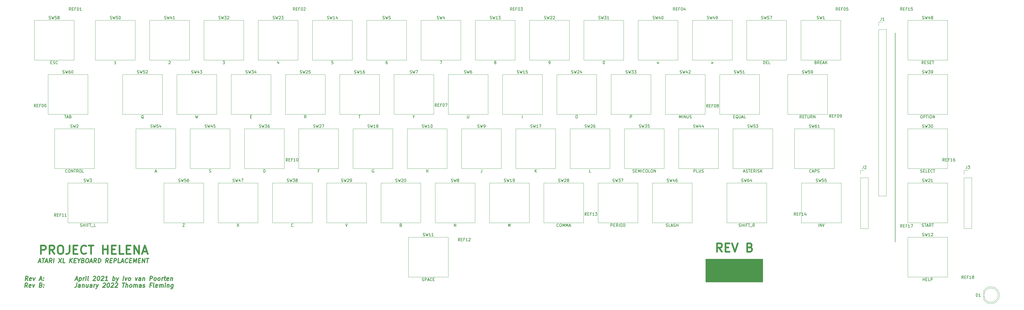
<source format=gbr>
G04 #@! TF.GenerationSoftware,KiCad,Pcbnew,(6.0.1)*
G04 #@! TF.CreationDate,2022-01-27T20:11:12+00:00*
G04 #@! TF.ProjectId,Project Helena,50726f6a-6563-4742-9048-656c656e612e,B*
G04 #@! TF.SameCoordinates,Original*
G04 #@! TF.FileFunction,Legend,Top*
G04 #@! TF.FilePolarity,Positive*
%FSLAX46Y46*%
G04 Gerber Fmt 4.6, Leading zero omitted, Abs format (unit mm)*
G04 Created by KiCad (PCBNEW (6.0.1)) date 2022-01-27 20:11:12*
%MOMM*%
%LPD*%
G01*
G04 APERTURE LIST*
%ADD10C,0.150000*%
%ADD11C,0.200000*%
%ADD12C,0.600000*%
%ADD13C,0.300000*%
%ADD14C,0.120000*%
G04 APERTURE END LIST*
D10*
X272000000Y-162000000D02*
X292000000Y-162000000D01*
X292000000Y-162000000D02*
X292000000Y-170000000D01*
X292000000Y-170000000D02*
X272000000Y-170000000D01*
X272000000Y-170000000D02*
X272000000Y-162000000D01*
G36*
X292000000Y-170000000D02*
G01*
X272000000Y-170000000D01*
X272000000Y-162000000D01*
X292000000Y-162000000D01*
X292000000Y-170000000D01*
G37*
X292000000Y-170000000D02*
X272000000Y-170000000D01*
X272000000Y-162000000D01*
X292000000Y-162000000D01*
X292000000Y-170000000D01*
D11*
X338500000Y-82500000D02*
X338500000Y-156000000D01*
D12*
X277642857Y-159357142D02*
X276642857Y-157928571D01*
X275928571Y-159357142D02*
X275928571Y-156357142D01*
X277071428Y-156357142D01*
X277357142Y-156500000D01*
X277500000Y-156642857D01*
X277642857Y-156928571D01*
X277642857Y-157357142D01*
X277500000Y-157642857D01*
X277357142Y-157785714D01*
X277071428Y-157928571D01*
X275928571Y-157928571D01*
X278928571Y-157785714D02*
X279928571Y-157785714D01*
X280357142Y-159357142D02*
X278928571Y-159357142D01*
X278928571Y-156357142D01*
X280357142Y-156357142D01*
X281214285Y-156357142D02*
X282214285Y-159357142D01*
X283214285Y-156357142D01*
X287500000Y-157785714D02*
X287928571Y-157928571D01*
X288071428Y-158071428D01*
X288214285Y-158357142D01*
X288214285Y-158785714D01*
X288071428Y-159071428D01*
X287928571Y-159214285D01*
X287642857Y-159357142D01*
X286500000Y-159357142D01*
X286500000Y-156357142D01*
X287500000Y-156357142D01*
X287785714Y-156500000D01*
X287928571Y-156642857D01*
X288071428Y-156928571D01*
X288071428Y-157214285D01*
X287928571Y-157500000D01*
X287785714Y-157642857D01*
X287500000Y-157785714D01*
X286500000Y-157785714D01*
X38650000Y-160107142D02*
X38650000Y-157107142D01*
X39792857Y-157107142D01*
X40078571Y-157250000D01*
X40221428Y-157392857D01*
X40364285Y-157678571D01*
X40364285Y-158107142D01*
X40221428Y-158392857D01*
X40078571Y-158535714D01*
X39792857Y-158678571D01*
X38650000Y-158678571D01*
X43364285Y-160107142D02*
X42364285Y-158678571D01*
X41650000Y-160107142D02*
X41650000Y-157107142D01*
X42792857Y-157107142D01*
X43078571Y-157250000D01*
X43221428Y-157392857D01*
X43364285Y-157678571D01*
X43364285Y-158107142D01*
X43221428Y-158392857D01*
X43078571Y-158535714D01*
X42792857Y-158678571D01*
X41650000Y-158678571D01*
X45221428Y-157107142D02*
X45792857Y-157107142D01*
X46078571Y-157250000D01*
X46364285Y-157535714D01*
X46507142Y-158107142D01*
X46507142Y-159107142D01*
X46364285Y-159678571D01*
X46078571Y-159964285D01*
X45792857Y-160107142D01*
X45221428Y-160107142D01*
X44935714Y-159964285D01*
X44650000Y-159678571D01*
X44507142Y-159107142D01*
X44507142Y-158107142D01*
X44650000Y-157535714D01*
X44935714Y-157250000D01*
X45221428Y-157107142D01*
X48650000Y-157107142D02*
X48650000Y-159250000D01*
X48507142Y-159678571D01*
X48221428Y-159964285D01*
X47792857Y-160107142D01*
X47507142Y-160107142D01*
X50078571Y-158535714D02*
X51078571Y-158535714D01*
X51507142Y-160107142D02*
X50078571Y-160107142D01*
X50078571Y-157107142D01*
X51507142Y-157107142D01*
X54507142Y-159821428D02*
X54364285Y-159964285D01*
X53935714Y-160107142D01*
X53650000Y-160107142D01*
X53221428Y-159964285D01*
X52935714Y-159678571D01*
X52792857Y-159392857D01*
X52650000Y-158821428D01*
X52650000Y-158392857D01*
X52792857Y-157821428D01*
X52935714Y-157535714D01*
X53221428Y-157250000D01*
X53650000Y-157107142D01*
X53935714Y-157107142D01*
X54364285Y-157250000D01*
X54507142Y-157392857D01*
X55364285Y-157107142D02*
X57078571Y-157107142D01*
X56221428Y-160107142D02*
X56221428Y-157107142D01*
X60364285Y-160107142D02*
X60364285Y-157107142D01*
X60364285Y-158535714D02*
X62078571Y-158535714D01*
X62078571Y-160107142D02*
X62078571Y-157107142D01*
X63507142Y-158535714D02*
X64507142Y-158535714D01*
X64935714Y-160107142D02*
X63507142Y-160107142D01*
X63507142Y-157107142D01*
X64935714Y-157107142D01*
X67649999Y-160107142D02*
X66221428Y-160107142D01*
X66221428Y-157107142D01*
X68649999Y-158535714D02*
X69649999Y-158535714D01*
X70078571Y-160107142D02*
X68649999Y-160107142D01*
X68649999Y-157107142D01*
X70078571Y-157107142D01*
X71364285Y-160107142D02*
X71364285Y-157107142D01*
X73078571Y-160107142D01*
X73078571Y-157107142D01*
X74364285Y-159250000D02*
X75792857Y-159250000D01*
X74078571Y-160107142D02*
X75078571Y-157107142D01*
X76078571Y-160107142D01*
D13*
X37847276Y-162810000D02*
X38561562Y-162810000D01*
X37650848Y-163238571D02*
X38338348Y-161738571D01*
X38650848Y-163238571D01*
X39124062Y-161738571D02*
X39981205Y-161738571D01*
X39365133Y-163238571D02*
X39552633Y-161738571D01*
X40275848Y-162810000D02*
X40990133Y-162810000D01*
X40079419Y-163238571D02*
X40766919Y-161738571D01*
X41079419Y-163238571D01*
X42436562Y-163238571D02*
X42025848Y-162524285D01*
X41579419Y-163238571D02*
X41766919Y-161738571D01*
X42338348Y-161738571D01*
X42472276Y-161810000D01*
X42534776Y-161881428D01*
X42588348Y-162024285D01*
X42561562Y-162238571D01*
X42472276Y-162381428D01*
X42391919Y-162452857D01*
X42240133Y-162524285D01*
X41668705Y-162524285D01*
X43079419Y-163238571D02*
X43266919Y-161738571D01*
X44981205Y-161738571D02*
X45793705Y-163238571D01*
X45981205Y-161738571D02*
X44793705Y-163238571D01*
X47079419Y-163238571D02*
X46365133Y-163238571D01*
X46552633Y-161738571D01*
X48722276Y-163238571D02*
X48909776Y-161738571D01*
X49579419Y-163238571D02*
X49043705Y-162381428D01*
X49766919Y-161738571D02*
X48802633Y-162595714D01*
X50320491Y-162452857D02*
X50820491Y-162452857D01*
X50936562Y-163238571D02*
X50222276Y-163238571D01*
X50409776Y-161738571D01*
X51124062Y-161738571D01*
X51954419Y-162524285D02*
X51865133Y-163238571D01*
X51552633Y-161738571D02*
X51954419Y-162524285D01*
X52552633Y-161738571D01*
X53463348Y-162452857D02*
X53668705Y-162524285D01*
X53731205Y-162595714D01*
X53784776Y-162738571D01*
X53757991Y-162952857D01*
X53668705Y-163095714D01*
X53588348Y-163167142D01*
X53436562Y-163238571D01*
X52865133Y-163238571D01*
X53052633Y-161738571D01*
X53552633Y-161738571D01*
X53686562Y-161810000D01*
X53749062Y-161881428D01*
X53802633Y-162024285D01*
X53784776Y-162167142D01*
X53695491Y-162310000D01*
X53615133Y-162381428D01*
X53463348Y-162452857D01*
X52963348Y-162452857D01*
X54838348Y-161738571D02*
X55124062Y-161738571D01*
X55257991Y-161810000D01*
X55382991Y-161952857D01*
X55418705Y-162238571D01*
X55356205Y-162738571D01*
X55249062Y-163024285D01*
X55088348Y-163167142D01*
X54936562Y-163238571D01*
X54650848Y-163238571D01*
X54516919Y-163167142D01*
X54391919Y-163024285D01*
X54356205Y-162738571D01*
X54418705Y-162238571D01*
X54525848Y-161952857D01*
X54686562Y-161810000D01*
X54838348Y-161738571D01*
X55918705Y-162810000D02*
X56632991Y-162810000D01*
X55722276Y-163238571D02*
X56409776Y-161738571D01*
X56722276Y-163238571D01*
X58079419Y-163238571D02*
X57668705Y-162524285D01*
X57222276Y-163238571D02*
X57409776Y-161738571D01*
X57981205Y-161738571D01*
X58115133Y-161810000D01*
X58177633Y-161881428D01*
X58231205Y-162024285D01*
X58204419Y-162238571D01*
X58115133Y-162381428D01*
X58034776Y-162452857D01*
X57882991Y-162524285D01*
X57311562Y-162524285D01*
X58722276Y-163238571D02*
X58909776Y-161738571D01*
X59266919Y-161738571D01*
X59472276Y-161810000D01*
X59597276Y-161952857D01*
X59650848Y-162095714D01*
X59686562Y-162381428D01*
X59659776Y-162595714D01*
X59552633Y-162881428D01*
X59463348Y-163024285D01*
X59302633Y-163167142D01*
X59079419Y-163238571D01*
X58722276Y-163238571D01*
X62222276Y-163238571D02*
X61811562Y-162524285D01*
X61365133Y-163238571D02*
X61552633Y-161738571D01*
X62124062Y-161738571D01*
X62257991Y-161810000D01*
X62320491Y-161881428D01*
X62374062Y-162024285D01*
X62347276Y-162238571D01*
X62257991Y-162381428D01*
X62177633Y-162452857D01*
X62025848Y-162524285D01*
X61454419Y-162524285D01*
X62963348Y-162452857D02*
X63463348Y-162452857D01*
X63579419Y-163238571D02*
X62865133Y-163238571D01*
X63052633Y-161738571D01*
X63766919Y-161738571D01*
X64222276Y-163238571D02*
X64409776Y-161738571D01*
X64981205Y-161738571D01*
X65115133Y-161810000D01*
X65177633Y-161881428D01*
X65231205Y-162024285D01*
X65204419Y-162238571D01*
X65115133Y-162381428D01*
X65034776Y-162452857D01*
X64882991Y-162524285D01*
X64311562Y-162524285D01*
X66436562Y-163238571D02*
X65722276Y-163238571D01*
X65909776Y-161738571D01*
X66918705Y-162810000D02*
X67632991Y-162810000D01*
X66722276Y-163238571D02*
X67409776Y-161738571D01*
X67722276Y-163238571D01*
X69097276Y-163095714D02*
X69016919Y-163167142D01*
X68793705Y-163238571D01*
X68650848Y-163238571D01*
X68445491Y-163167142D01*
X68320491Y-163024285D01*
X68266919Y-162881428D01*
X68231205Y-162595714D01*
X68257991Y-162381428D01*
X68365133Y-162095714D01*
X68454419Y-161952857D01*
X68615133Y-161810000D01*
X68838348Y-161738571D01*
X68981205Y-161738571D01*
X69186562Y-161810000D01*
X69249062Y-161881428D01*
X69820491Y-162452857D02*
X70320491Y-162452857D01*
X70436562Y-163238571D02*
X69722276Y-163238571D01*
X69909776Y-161738571D01*
X70624062Y-161738571D01*
X71079419Y-163238571D02*
X71266919Y-161738571D01*
X71632991Y-162810000D01*
X72266919Y-161738571D01*
X72079419Y-163238571D01*
X72891919Y-162452857D02*
X73391919Y-162452857D01*
X73507991Y-163238571D02*
X72793705Y-163238571D01*
X72981205Y-161738571D01*
X73695491Y-161738571D01*
X74150848Y-163238571D02*
X74338348Y-161738571D01*
X75007991Y-163238571D01*
X75195491Y-161738571D01*
X75695491Y-161738571D02*
X76552633Y-161738571D01*
X75936562Y-163238571D02*
X76124062Y-161738571D01*
X34007991Y-169471071D02*
X33597276Y-168756785D01*
X33150848Y-169471071D02*
X33338348Y-167971071D01*
X33909776Y-167971071D01*
X34043705Y-168042500D01*
X34106205Y-168113928D01*
X34159776Y-168256785D01*
X34132991Y-168471071D01*
X34043705Y-168613928D01*
X33963348Y-168685357D01*
X33811562Y-168756785D01*
X33240133Y-168756785D01*
X35231205Y-169399642D02*
X35079419Y-169471071D01*
X34793705Y-169471071D01*
X34659776Y-169399642D01*
X34606205Y-169256785D01*
X34677633Y-168685357D01*
X34766919Y-168542500D01*
X34918705Y-168471071D01*
X35204419Y-168471071D01*
X35338348Y-168542500D01*
X35391919Y-168685357D01*
X35374062Y-168828214D01*
X34641919Y-168971071D01*
X35918705Y-168471071D02*
X36150848Y-169471071D01*
X36632991Y-168471071D01*
X38204419Y-169042500D02*
X38918705Y-169042500D01*
X38007991Y-169471071D02*
X38695491Y-167971071D01*
X39007991Y-169471071D01*
X39525848Y-169328214D02*
X39588348Y-169399642D01*
X39507991Y-169471071D01*
X39445491Y-169399642D01*
X39525848Y-169328214D01*
X39507991Y-169471071D01*
X39624062Y-168542500D02*
X39686562Y-168613928D01*
X39606205Y-168685357D01*
X39543705Y-168613928D01*
X39624062Y-168542500D01*
X39606205Y-168685357D01*
X50775848Y-169042500D02*
X51490133Y-169042500D01*
X50579419Y-169471071D02*
X51266919Y-167971071D01*
X51579419Y-169471071D01*
X52204419Y-168471071D02*
X52016919Y-169971071D01*
X52195491Y-168542500D02*
X52347276Y-168471071D01*
X52632991Y-168471071D01*
X52766919Y-168542500D01*
X52829419Y-168613928D01*
X52882991Y-168756785D01*
X52829419Y-169185357D01*
X52740133Y-169328214D01*
X52659776Y-169399642D01*
X52507991Y-169471071D01*
X52222276Y-169471071D01*
X52088348Y-169399642D01*
X53436562Y-169471071D02*
X53561562Y-168471071D01*
X53525848Y-168756785D02*
X53615133Y-168613928D01*
X53695491Y-168542500D01*
X53847276Y-168471071D01*
X53990133Y-168471071D01*
X54365133Y-169471071D02*
X54490133Y-168471071D01*
X54552633Y-167971071D02*
X54472276Y-168042500D01*
X54534776Y-168113928D01*
X54615133Y-168042500D01*
X54552633Y-167971071D01*
X54534776Y-168113928D01*
X55293705Y-169471071D02*
X55159776Y-169399642D01*
X55106205Y-169256785D01*
X55266919Y-167971071D01*
X57106205Y-168113928D02*
X57186562Y-168042500D01*
X57338348Y-167971071D01*
X57695491Y-167971071D01*
X57829419Y-168042500D01*
X57891919Y-168113928D01*
X57945491Y-168256785D01*
X57927633Y-168399642D01*
X57829419Y-168613928D01*
X56865133Y-169471071D01*
X57793705Y-169471071D01*
X58909776Y-167971071D02*
X59052633Y-167971071D01*
X59186562Y-168042500D01*
X59249062Y-168113928D01*
X59302633Y-168256785D01*
X59338348Y-168542500D01*
X59293705Y-168899642D01*
X59186562Y-169185357D01*
X59097276Y-169328214D01*
X59016919Y-169399642D01*
X58865133Y-169471071D01*
X58722276Y-169471071D01*
X58588348Y-169399642D01*
X58525848Y-169328214D01*
X58472276Y-169185357D01*
X58436562Y-168899642D01*
X58481205Y-168542500D01*
X58588348Y-168256785D01*
X58677633Y-168113928D01*
X58757991Y-168042500D01*
X58909776Y-167971071D01*
X59963348Y-168113928D02*
X60043705Y-168042500D01*
X60195491Y-167971071D01*
X60552633Y-167971071D01*
X60686562Y-168042500D01*
X60749062Y-168113928D01*
X60802633Y-168256785D01*
X60784776Y-168399642D01*
X60686562Y-168613928D01*
X59722276Y-169471071D01*
X60650848Y-169471071D01*
X62079419Y-169471071D02*
X61222276Y-169471071D01*
X61650848Y-169471071D02*
X61838348Y-167971071D01*
X61668705Y-168185357D01*
X61507991Y-168328214D01*
X61356205Y-168399642D01*
X63865133Y-169471071D02*
X64052633Y-167971071D01*
X63981205Y-168542500D02*
X64132991Y-168471071D01*
X64418705Y-168471071D01*
X64552633Y-168542500D01*
X64615133Y-168613928D01*
X64668705Y-168756785D01*
X64615133Y-169185357D01*
X64525848Y-169328214D01*
X64445491Y-169399642D01*
X64293705Y-169471071D01*
X64007991Y-169471071D01*
X63874062Y-169399642D01*
X65204419Y-168471071D02*
X65436562Y-169471071D01*
X65918705Y-168471071D02*
X65436562Y-169471071D01*
X65249062Y-169828214D01*
X65168705Y-169899642D01*
X65016919Y-169971071D01*
X67507991Y-169471071D02*
X67695491Y-167971071D01*
X68204419Y-168471071D02*
X68436562Y-169471071D01*
X68918705Y-168471071D01*
X69579419Y-169471071D02*
X69445491Y-169399642D01*
X69382991Y-169328214D01*
X69329419Y-169185357D01*
X69382991Y-168756785D01*
X69472276Y-168613928D01*
X69552633Y-168542500D01*
X69704419Y-168471071D01*
X69918705Y-168471071D01*
X70052633Y-168542500D01*
X70115133Y-168613928D01*
X70168705Y-168756785D01*
X70115133Y-169185357D01*
X70025848Y-169328214D01*
X69945491Y-169399642D01*
X69793705Y-169471071D01*
X69579419Y-169471071D01*
X71847276Y-168471071D02*
X72079419Y-169471071D01*
X72561562Y-168471071D01*
X73650848Y-169471071D02*
X73749062Y-168685357D01*
X73695491Y-168542500D01*
X73561562Y-168471071D01*
X73275848Y-168471071D01*
X73124062Y-168542500D01*
X73659776Y-169399642D02*
X73507991Y-169471071D01*
X73150848Y-169471071D01*
X73016919Y-169399642D01*
X72963348Y-169256785D01*
X72981205Y-169113928D01*
X73070491Y-168971071D01*
X73222276Y-168899642D01*
X73579419Y-168899642D01*
X73731205Y-168828214D01*
X74490133Y-168471071D02*
X74365133Y-169471071D01*
X74472276Y-168613928D02*
X74552633Y-168542500D01*
X74704419Y-168471071D01*
X74918705Y-168471071D01*
X75052633Y-168542500D01*
X75106205Y-168685357D01*
X75007991Y-169471071D01*
X76865133Y-169471071D02*
X77052633Y-167971071D01*
X77624062Y-167971071D01*
X77757991Y-168042500D01*
X77820491Y-168113928D01*
X77874062Y-168256785D01*
X77847276Y-168471071D01*
X77757991Y-168613928D01*
X77677633Y-168685357D01*
X77525848Y-168756785D01*
X76954419Y-168756785D01*
X78579419Y-169471071D02*
X78445491Y-169399642D01*
X78382991Y-169328214D01*
X78329419Y-169185357D01*
X78382991Y-168756785D01*
X78472276Y-168613928D01*
X78552633Y-168542500D01*
X78704419Y-168471071D01*
X78918705Y-168471071D01*
X79052633Y-168542500D01*
X79115133Y-168613928D01*
X79168705Y-168756785D01*
X79115133Y-169185357D01*
X79025848Y-169328214D01*
X78945491Y-169399642D01*
X78793705Y-169471071D01*
X78579419Y-169471071D01*
X79936562Y-169471071D02*
X79802633Y-169399642D01*
X79740133Y-169328214D01*
X79686562Y-169185357D01*
X79740133Y-168756785D01*
X79829419Y-168613928D01*
X79909776Y-168542500D01*
X80061562Y-168471071D01*
X80275848Y-168471071D01*
X80409776Y-168542500D01*
X80472276Y-168613928D01*
X80525848Y-168756785D01*
X80472276Y-169185357D01*
X80382991Y-169328214D01*
X80302633Y-169399642D01*
X80150848Y-169471071D01*
X79936562Y-169471071D01*
X81079419Y-169471071D02*
X81204419Y-168471071D01*
X81168705Y-168756785D02*
X81257991Y-168613928D01*
X81338348Y-168542500D01*
X81490133Y-168471071D01*
X81632991Y-168471071D01*
X81918705Y-168471071D02*
X82490133Y-168471071D01*
X82195491Y-167971071D02*
X82034776Y-169256785D01*
X82088348Y-169399642D01*
X82222276Y-169471071D01*
X82365133Y-169471071D01*
X83445491Y-169399642D02*
X83293705Y-169471071D01*
X83007991Y-169471071D01*
X82874062Y-169399642D01*
X82820491Y-169256785D01*
X82891919Y-168685357D01*
X82981205Y-168542500D01*
X83132991Y-168471071D01*
X83418705Y-168471071D01*
X83552633Y-168542500D01*
X83606205Y-168685357D01*
X83588348Y-168828214D01*
X82856205Y-168971071D01*
X84275848Y-168471071D02*
X84150848Y-169471071D01*
X84257991Y-168613928D02*
X84338348Y-168542500D01*
X84490133Y-168471071D01*
X84704419Y-168471071D01*
X84838348Y-168542500D01*
X84891919Y-168685357D01*
X84793705Y-169471071D01*
X33865133Y-171886071D02*
X33454419Y-171171785D01*
X33007991Y-171886071D02*
X33195491Y-170386071D01*
X33766919Y-170386071D01*
X33900848Y-170457500D01*
X33963348Y-170528928D01*
X34016919Y-170671785D01*
X33990133Y-170886071D01*
X33900848Y-171028928D01*
X33820491Y-171100357D01*
X33668705Y-171171785D01*
X33097276Y-171171785D01*
X35088348Y-171814642D02*
X34936562Y-171886071D01*
X34650848Y-171886071D01*
X34516919Y-171814642D01*
X34463348Y-171671785D01*
X34534776Y-171100357D01*
X34624062Y-170957500D01*
X34775848Y-170886071D01*
X35061562Y-170886071D01*
X35195491Y-170957500D01*
X35249062Y-171100357D01*
X35231205Y-171243214D01*
X34499062Y-171386071D01*
X35775848Y-170886071D02*
X36007991Y-171886071D01*
X36490133Y-170886071D01*
X38677633Y-171100357D02*
X38882991Y-171171785D01*
X38945491Y-171243214D01*
X38999062Y-171386071D01*
X38972276Y-171600357D01*
X38882991Y-171743214D01*
X38802633Y-171814642D01*
X38650848Y-171886071D01*
X38079419Y-171886071D01*
X38266919Y-170386071D01*
X38766919Y-170386071D01*
X38900848Y-170457500D01*
X38963348Y-170528928D01*
X39016919Y-170671785D01*
X38999062Y-170814642D01*
X38909776Y-170957500D01*
X38829419Y-171028928D01*
X38677633Y-171100357D01*
X38177633Y-171100357D01*
X39597276Y-171743214D02*
X39659776Y-171814642D01*
X39579419Y-171886071D01*
X39516919Y-171814642D01*
X39597276Y-171743214D01*
X39579419Y-171886071D01*
X39695491Y-170957500D02*
X39757991Y-171028928D01*
X39677633Y-171100357D01*
X39615133Y-171028928D01*
X39695491Y-170957500D01*
X39677633Y-171100357D01*
X51266919Y-170386071D02*
X51132991Y-171457500D01*
X51034776Y-171671785D01*
X50874062Y-171814642D01*
X50650848Y-171886071D01*
X50507991Y-171886071D01*
X52436562Y-171886071D02*
X52534776Y-171100357D01*
X52481205Y-170957500D01*
X52347276Y-170886071D01*
X52061562Y-170886071D01*
X51909776Y-170957500D01*
X52445491Y-171814642D02*
X52293705Y-171886071D01*
X51936562Y-171886071D01*
X51802633Y-171814642D01*
X51749062Y-171671785D01*
X51766919Y-171528928D01*
X51856205Y-171386071D01*
X52007991Y-171314642D01*
X52365133Y-171314642D01*
X52516919Y-171243214D01*
X53275848Y-170886071D02*
X53150848Y-171886071D01*
X53257991Y-171028928D02*
X53338348Y-170957500D01*
X53490133Y-170886071D01*
X53704419Y-170886071D01*
X53838348Y-170957500D01*
X53891919Y-171100357D01*
X53793705Y-171886071D01*
X55275848Y-170886071D02*
X55150848Y-171886071D01*
X54632991Y-170886071D02*
X54534776Y-171671785D01*
X54588348Y-171814642D01*
X54722276Y-171886071D01*
X54936562Y-171886071D01*
X55088348Y-171814642D01*
X55168705Y-171743214D01*
X56507991Y-171886071D02*
X56606205Y-171100357D01*
X56552633Y-170957500D01*
X56418705Y-170886071D01*
X56132991Y-170886071D01*
X55981205Y-170957500D01*
X56516919Y-171814642D02*
X56365133Y-171886071D01*
X56007991Y-171886071D01*
X55874062Y-171814642D01*
X55820491Y-171671785D01*
X55838348Y-171528928D01*
X55927633Y-171386071D01*
X56079419Y-171314642D01*
X56436562Y-171314642D01*
X56588348Y-171243214D01*
X57222276Y-171886071D02*
X57347276Y-170886071D01*
X57311562Y-171171785D02*
X57400848Y-171028928D01*
X57481205Y-170957500D01*
X57632991Y-170886071D01*
X57775848Y-170886071D01*
X58132991Y-170886071D02*
X58365133Y-171886071D01*
X58847276Y-170886071D02*
X58365133Y-171886071D01*
X58177633Y-172243214D01*
X58097276Y-172314642D01*
X57945491Y-172386071D01*
X60534776Y-170528928D02*
X60615133Y-170457500D01*
X60766919Y-170386071D01*
X61124062Y-170386071D01*
X61257991Y-170457500D01*
X61320491Y-170528928D01*
X61374062Y-170671785D01*
X61356205Y-170814642D01*
X61257991Y-171028928D01*
X60293705Y-171886071D01*
X61222276Y-171886071D01*
X62338348Y-170386071D02*
X62481205Y-170386071D01*
X62615133Y-170457500D01*
X62677633Y-170528928D01*
X62731205Y-170671785D01*
X62766919Y-170957500D01*
X62722276Y-171314642D01*
X62615133Y-171600357D01*
X62525848Y-171743214D01*
X62445491Y-171814642D01*
X62293705Y-171886071D01*
X62150848Y-171886071D01*
X62016919Y-171814642D01*
X61954419Y-171743214D01*
X61900848Y-171600357D01*
X61865133Y-171314642D01*
X61909776Y-170957500D01*
X62016919Y-170671785D01*
X62106205Y-170528928D01*
X62186562Y-170457500D01*
X62338348Y-170386071D01*
X63391919Y-170528928D02*
X63472276Y-170457500D01*
X63624062Y-170386071D01*
X63981205Y-170386071D01*
X64115133Y-170457500D01*
X64177633Y-170528928D01*
X64231205Y-170671785D01*
X64213348Y-170814642D01*
X64115133Y-171028928D01*
X63150848Y-171886071D01*
X64079419Y-171886071D01*
X64820491Y-170528928D02*
X64900848Y-170457500D01*
X65052633Y-170386071D01*
X65409776Y-170386071D01*
X65543705Y-170457500D01*
X65606205Y-170528928D01*
X65659776Y-170671785D01*
X65641919Y-170814642D01*
X65543705Y-171028928D01*
X64579419Y-171886071D01*
X65507991Y-171886071D01*
X67266919Y-170386071D02*
X68124062Y-170386071D01*
X67507991Y-171886071D02*
X67695491Y-170386071D01*
X68436562Y-171886071D02*
X68624062Y-170386071D01*
X69079419Y-171886071D02*
X69177633Y-171100357D01*
X69124062Y-170957500D01*
X68990133Y-170886071D01*
X68775848Y-170886071D01*
X68624062Y-170957500D01*
X68543705Y-171028928D01*
X70007991Y-171886071D02*
X69874062Y-171814642D01*
X69811562Y-171743214D01*
X69757991Y-171600357D01*
X69811562Y-171171785D01*
X69900848Y-171028928D01*
X69981205Y-170957500D01*
X70132991Y-170886071D01*
X70347276Y-170886071D01*
X70481205Y-170957500D01*
X70543705Y-171028928D01*
X70597276Y-171171785D01*
X70543705Y-171600357D01*
X70454419Y-171743214D01*
X70374062Y-171814642D01*
X70222276Y-171886071D01*
X70007991Y-171886071D01*
X71150848Y-171886071D02*
X71275848Y-170886071D01*
X71257991Y-171028928D02*
X71338348Y-170957500D01*
X71490133Y-170886071D01*
X71704419Y-170886071D01*
X71838348Y-170957500D01*
X71891919Y-171100357D01*
X71793705Y-171886071D01*
X71891919Y-171100357D02*
X71981205Y-170957500D01*
X72132991Y-170886071D01*
X72347276Y-170886071D01*
X72481205Y-170957500D01*
X72534776Y-171100357D01*
X72436562Y-171886071D01*
X73793705Y-171886071D02*
X73891919Y-171100357D01*
X73838348Y-170957500D01*
X73704419Y-170886071D01*
X73418705Y-170886071D01*
X73266919Y-170957500D01*
X73802633Y-171814642D02*
X73650848Y-171886071D01*
X73293705Y-171886071D01*
X73159776Y-171814642D01*
X73106205Y-171671785D01*
X73124062Y-171528928D01*
X73213348Y-171386071D01*
X73365133Y-171314642D01*
X73722276Y-171314642D01*
X73874062Y-171243214D01*
X74445491Y-171814642D02*
X74579419Y-171886071D01*
X74865133Y-171886071D01*
X75016919Y-171814642D01*
X75106205Y-171671785D01*
X75115133Y-171600357D01*
X75061562Y-171457500D01*
X74927633Y-171386071D01*
X74713348Y-171386071D01*
X74579419Y-171314642D01*
X74525848Y-171171785D01*
X74534776Y-171100357D01*
X74624062Y-170957500D01*
X74775848Y-170886071D01*
X74990133Y-170886071D01*
X75124062Y-170957500D01*
X77463348Y-171100357D02*
X76963348Y-171100357D01*
X76865133Y-171886071D02*
X77052633Y-170386071D01*
X77766919Y-170386071D01*
X78365133Y-171886071D02*
X78231205Y-171814642D01*
X78177633Y-171671785D01*
X78338348Y-170386071D01*
X79516919Y-171814642D02*
X79365133Y-171886071D01*
X79079419Y-171886071D01*
X78945491Y-171814642D01*
X78891919Y-171671785D01*
X78963348Y-171100357D01*
X79052633Y-170957500D01*
X79204419Y-170886071D01*
X79490133Y-170886071D01*
X79624062Y-170957500D01*
X79677633Y-171100357D01*
X79659776Y-171243214D01*
X78927633Y-171386071D01*
X80222276Y-171886071D02*
X80347276Y-170886071D01*
X80329419Y-171028928D02*
X80409776Y-170957500D01*
X80561562Y-170886071D01*
X80775848Y-170886071D01*
X80909776Y-170957500D01*
X80963348Y-171100357D01*
X80865133Y-171886071D01*
X80963348Y-171100357D02*
X81052633Y-170957500D01*
X81204419Y-170886071D01*
X81418705Y-170886071D01*
X81552633Y-170957500D01*
X81606205Y-171100357D01*
X81507991Y-171886071D01*
X82222276Y-171886071D02*
X82347276Y-170886071D01*
X82409776Y-170386071D02*
X82329419Y-170457500D01*
X82391919Y-170528928D01*
X82472276Y-170457500D01*
X82409776Y-170386071D01*
X82391919Y-170528928D01*
X83061562Y-170886071D02*
X82936562Y-171886071D01*
X83043705Y-171028928D02*
X83124062Y-170957500D01*
X83275848Y-170886071D01*
X83490133Y-170886071D01*
X83624062Y-170957500D01*
X83677633Y-171100357D01*
X83579419Y-171886071D01*
X85061562Y-170886071D02*
X84909776Y-172100357D01*
X84820491Y-172243214D01*
X84740133Y-172314642D01*
X84588348Y-172386071D01*
X84374062Y-172386071D01*
X84240133Y-172314642D01*
X84945491Y-171814642D02*
X84793705Y-171886071D01*
X84507991Y-171886071D01*
X84374062Y-171814642D01*
X84311562Y-171743214D01*
X84257991Y-171600357D01*
X84311562Y-171171785D01*
X84400848Y-171028928D01*
X84481205Y-170957500D01*
X84632991Y-170886071D01*
X84918705Y-170886071D01*
X85052633Y-170957500D01*
D10*
X362436190Y-168817380D02*
X362102857Y-168341190D01*
X361864761Y-168817380D02*
X361864761Y-167817380D01*
X362245714Y-167817380D01*
X362340952Y-167865000D01*
X362388571Y-167912619D01*
X362436190Y-168007857D01*
X362436190Y-168150714D01*
X362388571Y-168245952D01*
X362340952Y-168293571D01*
X362245714Y-168341190D01*
X361864761Y-168341190D01*
X362864761Y-168293571D02*
X363198095Y-168293571D01*
X363340952Y-168817380D02*
X362864761Y-168817380D01*
X362864761Y-167817380D01*
X363340952Y-167817380D01*
X364102857Y-168293571D02*
X363769523Y-168293571D01*
X363769523Y-168817380D02*
X363769523Y-167817380D01*
X364245714Y-167817380D01*
X365150476Y-168817380D02*
X364579047Y-168817380D01*
X364864761Y-168817380D02*
X364864761Y-167817380D01*
X364769523Y-167960238D01*
X364674285Y-168055476D01*
X364579047Y-168103095D01*
X365721904Y-168245952D02*
X365626666Y-168198333D01*
X365579047Y-168150714D01*
X365531428Y-168055476D01*
X365531428Y-168007857D01*
X365579047Y-167912619D01*
X365626666Y-167865000D01*
X365721904Y-167817380D01*
X365912380Y-167817380D01*
X366007619Y-167865000D01*
X366055238Y-167912619D01*
X366102857Y-168007857D01*
X366102857Y-168055476D01*
X366055238Y-168150714D01*
X366007619Y-168198333D01*
X365912380Y-168245952D01*
X365721904Y-168245952D01*
X365626666Y-168293571D01*
X365579047Y-168341190D01*
X365531428Y-168436428D01*
X365531428Y-168626904D01*
X365579047Y-168722142D01*
X365626666Y-168769761D01*
X365721904Y-168817380D01*
X365912380Y-168817380D01*
X366007619Y-168769761D01*
X366055238Y-168722142D01*
X366102857Y-168626904D01*
X366102857Y-168436428D01*
X366055238Y-168341190D01*
X366007619Y-168293571D01*
X365912380Y-168245952D01*
X340936190Y-150817380D02*
X340602857Y-150341190D01*
X340364761Y-150817380D02*
X340364761Y-149817380D01*
X340745714Y-149817380D01*
X340840952Y-149865000D01*
X340888571Y-149912619D01*
X340936190Y-150007857D01*
X340936190Y-150150714D01*
X340888571Y-150245952D01*
X340840952Y-150293571D01*
X340745714Y-150341190D01*
X340364761Y-150341190D01*
X341364761Y-150293571D02*
X341698095Y-150293571D01*
X341840952Y-150817380D02*
X341364761Y-150817380D01*
X341364761Y-149817380D01*
X341840952Y-149817380D01*
X342602857Y-150293571D02*
X342269523Y-150293571D01*
X342269523Y-150817380D02*
X342269523Y-149817380D01*
X342745714Y-149817380D01*
X343650476Y-150817380D02*
X343079047Y-150817380D01*
X343364761Y-150817380D02*
X343364761Y-149817380D01*
X343269523Y-149960238D01*
X343174285Y-150055476D01*
X343079047Y-150103095D01*
X343983809Y-149817380D02*
X344650476Y-149817380D01*
X344221904Y-150817380D01*
X355786190Y-127567380D02*
X355452857Y-127091190D01*
X355214761Y-127567380D02*
X355214761Y-126567380D01*
X355595714Y-126567380D01*
X355690952Y-126615000D01*
X355738571Y-126662619D01*
X355786190Y-126757857D01*
X355786190Y-126900714D01*
X355738571Y-126995952D01*
X355690952Y-127043571D01*
X355595714Y-127091190D01*
X355214761Y-127091190D01*
X356214761Y-127043571D02*
X356548095Y-127043571D01*
X356690952Y-127567380D02*
X356214761Y-127567380D01*
X356214761Y-126567380D01*
X356690952Y-126567380D01*
X357452857Y-127043571D02*
X357119523Y-127043571D01*
X357119523Y-127567380D02*
X357119523Y-126567380D01*
X357595714Y-126567380D01*
X358500476Y-127567380D02*
X357929047Y-127567380D01*
X358214761Y-127567380D02*
X358214761Y-126567380D01*
X358119523Y-126710238D01*
X358024285Y-126805476D01*
X357929047Y-126853095D01*
X359357619Y-126567380D02*
X359167142Y-126567380D01*
X359071904Y-126615000D01*
X359024285Y-126662619D01*
X358929047Y-126805476D01*
X358881428Y-126995952D01*
X358881428Y-127376904D01*
X358929047Y-127472142D01*
X358976666Y-127519761D01*
X359071904Y-127567380D01*
X359262380Y-127567380D01*
X359357619Y-127519761D01*
X359405238Y-127472142D01*
X359452857Y-127376904D01*
X359452857Y-127138809D01*
X359405238Y-127043571D01*
X359357619Y-126995952D01*
X359262380Y-126948333D01*
X359071904Y-126948333D01*
X358976666Y-126995952D01*
X358929047Y-127043571D01*
X358881428Y-127138809D01*
X340936190Y-74617380D02*
X340602857Y-74141190D01*
X340364761Y-74617380D02*
X340364761Y-73617380D01*
X340745714Y-73617380D01*
X340840952Y-73665000D01*
X340888571Y-73712619D01*
X340936190Y-73807857D01*
X340936190Y-73950714D01*
X340888571Y-74045952D01*
X340840952Y-74093571D01*
X340745714Y-74141190D01*
X340364761Y-74141190D01*
X341364761Y-74093571D02*
X341698095Y-74093571D01*
X341840952Y-74617380D02*
X341364761Y-74617380D01*
X341364761Y-73617380D01*
X341840952Y-73617380D01*
X342602857Y-74093571D02*
X342269523Y-74093571D01*
X342269523Y-74617380D02*
X342269523Y-73617380D01*
X342745714Y-73617380D01*
X343650476Y-74617380D02*
X343079047Y-74617380D01*
X343364761Y-74617380D02*
X343364761Y-73617380D01*
X343269523Y-73760238D01*
X343174285Y-73855476D01*
X343079047Y-73903095D01*
X344555238Y-73617380D02*
X344079047Y-73617380D01*
X344031428Y-74093571D01*
X344079047Y-74045952D01*
X344174285Y-73998333D01*
X344412380Y-73998333D01*
X344507619Y-74045952D01*
X344555238Y-74093571D01*
X344602857Y-74188809D01*
X344602857Y-74426904D01*
X344555238Y-74522142D01*
X344507619Y-74569761D01*
X344412380Y-74617380D01*
X344174285Y-74617380D01*
X344079047Y-74569761D01*
X344031428Y-74522142D01*
X311086666Y-77620761D02*
X311229523Y-77668380D01*
X311467619Y-77668380D01*
X311562857Y-77620761D01*
X311610476Y-77573142D01*
X311658095Y-77477904D01*
X311658095Y-77382666D01*
X311610476Y-77287428D01*
X311562857Y-77239809D01*
X311467619Y-77192190D01*
X311277142Y-77144571D01*
X311181904Y-77096952D01*
X311134285Y-77049333D01*
X311086666Y-76954095D01*
X311086666Y-76858857D01*
X311134285Y-76763619D01*
X311181904Y-76716000D01*
X311277142Y-76668380D01*
X311515238Y-76668380D01*
X311658095Y-76716000D01*
X311991428Y-76668380D02*
X312229523Y-77668380D01*
X312420000Y-76954095D01*
X312610476Y-77668380D01*
X312848571Y-76668380D01*
X313753333Y-77668380D02*
X313181904Y-77668380D01*
X313467619Y-77668380D02*
X313467619Y-76668380D01*
X313372380Y-76811238D01*
X313277142Y-76906476D01*
X313181904Y-76954095D01*
X310610476Y-92892571D02*
X310753333Y-92940190D01*
X310800952Y-92987809D01*
X310848571Y-93083047D01*
X310848571Y-93225904D01*
X310800952Y-93321142D01*
X310753333Y-93368761D01*
X310658095Y-93416380D01*
X310277142Y-93416380D01*
X310277142Y-92416380D01*
X310610476Y-92416380D01*
X310705714Y-92464000D01*
X310753333Y-92511619D01*
X310800952Y-92606857D01*
X310800952Y-92702095D01*
X310753333Y-92797333D01*
X310705714Y-92844952D01*
X310610476Y-92892571D01*
X310277142Y-92892571D01*
X311848571Y-93416380D02*
X311515238Y-92940190D01*
X311277142Y-93416380D02*
X311277142Y-92416380D01*
X311658095Y-92416380D01*
X311753333Y-92464000D01*
X311800952Y-92511619D01*
X311848571Y-92606857D01*
X311848571Y-92749714D01*
X311800952Y-92844952D01*
X311753333Y-92892571D01*
X311658095Y-92940190D01*
X311277142Y-92940190D01*
X312277142Y-92892571D02*
X312610476Y-92892571D01*
X312753333Y-93416380D02*
X312277142Y-93416380D01*
X312277142Y-92416380D01*
X312753333Y-92416380D01*
X313134285Y-93130666D02*
X313610476Y-93130666D01*
X313039047Y-93416380D02*
X313372380Y-92416380D01*
X313705714Y-93416380D01*
X314039047Y-93416380D02*
X314039047Y-92416380D01*
X314610476Y-93416380D02*
X314181904Y-92844952D01*
X314610476Y-92416380D02*
X314039047Y-92987809D01*
X49085666Y-115720761D02*
X49228523Y-115768380D01*
X49466619Y-115768380D01*
X49561857Y-115720761D01*
X49609476Y-115673142D01*
X49657095Y-115577904D01*
X49657095Y-115482666D01*
X49609476Y-115387428D01*
X49561857Y-115339809D01*
X49466619Y-115292190D01*
X49276142Y-115244571D01*
X49180904Y-115196952D01*
X49133285Y-115149333D01*
X49085666Y-115054095D01*
X49085666Y-114958857D01*
X49133285Y-114863619D01*
X49180904Y-114816000D01*
X49276142Y-114768380D01*
X49514238Y-114768380D01*
X49657095Y-114816000D01*
X49990428Y-114768380D02*
X50228523Y-115768380D01*
X50419000Y-115054095D01*
X50609476Y-115768380D01*
X50847571Y-114768380D01*
X51180904Y-114863619D02*
X51228523Y-114816000D01*
X51323761Y-114768380D01*
X51561857Y-114768380D01*
X51657095Y-114816000D01*
X51704714Y-114863619D01*
X51752333Y-114958857D01*
X51752333Y-115054095D01*
X51704714Y-115196952D01*
X51133285Y-115768380D01*
X51752333Y-115768380D01*
X47871380Y-131421142D02*
X47823761Y-131468761D01*
X47680904Y-131516380D01*
X47585666Y-131516380D01*
X47442809Y-131468761D01*
X47347571Y-131373523D01*
X47299952Y-131278285D01*
X47252333Y-131087809D01*
X47252333Y-130944952D01*
X47299952Y-130754476D01*
X47347571Y-130659238D01*
X47442809Y-130564000D01*
X47585666Y-130516380D01*
X47680904Y-130516380D01*
X47823761Y-130564000D01*
X47871380Y-130611619D01*
X48490428Y-130516380D02*
X48680904Y-130516380D01*
X48776142Y-130564000D01*
X48871380Y-130659238D01*
X48919000Y-130849714D01*
X48919000Y-131183047D01*
X48871380Y-131373523D01*
X48776142Y-131468761D01*
X48680904Y-131516380D01*
X48490428Y-131516380D01*
X48395190Y-131468761D01*
X48299952Y-131373523D01*
X48252333Y-131183047D01*
X48252333Y-130849714D01*
X48299952Y-130659238D01*
X48395190Y-130564000D01*
X48490428Y-130516380D01*
X49347571Y-131516380D02*
X49347571Y-130516380D01*
X49919000Y-131516380D01*
X49919000Y-130516380D01*
X50252333Y-130516380D02*
X50823761Y-130516380D01*
X50538047Y-131516380D02*
X50538047Y-130516380D01*
X51728523Y-131516380D02*
X51395190Y-131040190D01*
X51157095Y-131516380D02*
X51157095Y-130516380D01*
X51538047Y-130516380D01*
X51633285Y-130564000D01*
X51680904Y-130611619D01*
X51728523Y-130706857D01*
X51728523Y-130849714D01*
X51680904Y-130944952D01*
X51633285Y-130992571D01*
X51538047Y-131040190D01*
X51157095Y-131040190D01*
X52347571Y-130516380D02*
X52538047Y-130516380D01*
X52633285Y-130564000D01*
X52728523Y-130659238D01*
X52776142Y-130849714D01*
X52776142Y-131183047D01*
X52728523Y-131373523D01*
X52633285Y-131468761D01*
X52538047Y-131516380D01*
X52347571Y-131516380D01*
X52252333Y-131468761D01*
X52157095Y-131373523D01*
X52109476Y-131183047D01*
X52109476Y-130849714D01*
X52157095Y-130659238D01*
X52252333Y-130564000D01*
X52347571Y-130516380D01*
X53680904Y-131516380D02*
X53204714Y-131516380D01*
X53204714Y-130516380D01*
X177736666Y-77620761D02*
X177879523Y-77668380D01*
X178117619Y-77668380D01*
X178212857Y-77620761D01*
X178260476Y-77573142D01*
X178308095Y-77477904D01*
X178308095Y-77382666D01*
X178260476Y-77287428D01*
X178212857Y-77239809D01*
X178117619Y-77192190D01*
X177927142Y-77144571D01*
X177831904Y-77096952D01*
X177784285Y-77049333D01*
X177736666Y-76954095D01*
X177736666Y-76858857D01*
X177784285Y-76763619D01*
X177831904Y-76716000D01*
X177927142Y-76668380D01*
X178165238Y-76668380D01*
X178308095Y-76716000D01*
X178641428Y-76668380D02*
X178879523Y-77668380D01*
X179070000Y-76954095D01*
X179260476Y-77668380D01*
X179498571Y-76668380D01*
X180308095Y-77001714D02*
X180308095Y-77668380D01*
X180070000Y-76620761D02*
X179831904Y-77335047D01*
X180450952Y-77335047D01*
X178736666Y-92416380D02*
X179403333Y-92416380D01*
X178974761Y-93416380D01*
X158686666Y-77620761D02*
X158829523Y-77668380D01*
X159067619Y-77668380D01*
X159162857Y-77620761D01*
X159210476Y-77573142D01*
X159258095Y-77477904D01*
X159258095Y-77382666D01*
X159210476Y-77287428D01*
X159162857Y-77239809D01*
X159067619Y-77192190D01*
X158877142Y-77144571D01*
X158781904Y-77096952D01*
X158734285Y-77049333D01*
X158686666Y-76954095D01*
X158686666Y-76858857D01*
X158734285Y-76763619D01*
X158781904Y-76716000D01*
X158877142Y-76668380D01*
X159115238Y-76668380D01*
X159258095Y-76716000D01*
X159591428Y-76668380D02*
X159829523Y-77668380D01*
X160020000Y-76954095D01*
X160210476Y-77668380D01*
X160448571Y-76668380D01*
X161305714Y-76668380D02*
X160829523Y-76668380D01*
X160781904Y-77144571D01*
X160829523Y-77096952D01*
X160924761Y-77049333D01*
X161162857Y-77049333D01*
X161258095Y-77096952D01*
X161305714Y-77144571D01*
X161353333Y-77239809D01*
X161353333Y-77477904D01*
X161305714Y-77573142D01*
X161258095Y-77620761D01*
X161162857Y-77668380D01*
X160924761Y-77668380D01*
X160829523Y-77620761D01*
X160781904Y-77573142D01*
X160210476Y-92416380D02*
X160020000Y-92416380D01*
X159924761Y-92464000D01*
X159877142Y-92511619D01*
X159781904Y-92654476D01*
X159734285Y-92844952D01*
X159734285Y-93225904D01*
X159781904Y-93321142D01*
X159829523Y-93368761D01*
X159924761Y-93416380D01*
X160115238Y-93416380D01*
X160210476Y-93368761D01*
X160258095Y-93321142D01*
X160305714Y-93225904D01*
X160305714Y-92987809D01*
X160258095Y-92892571D01*
X160210476Y-92844952D01*
X160115238Y-92797333D01*
X159924761Y-92797333D01*
X159829523Y-92844952D01*
X159781904Y-92892571D01*
X159734285Y-92987809D01*
X187261666Y-96670761D02*
X187404523Y-96718380D01*
X187642619Y-96718380D01*
X187737857Y-96670761D01*
X187785476Y-96623142D01*
X187833095Y-96527904D01*
X187833095Y-96432666D01*
X187785476Y-96337428D01*
X187737857Y-96289809D01*
X187642619Y-96242190D01*
X187452142Y-96194571D01*
X187356904Y-96146952D01*
X187309285Y-96099333D01*
X187261666Y-96004095D01*
X187261666Y-95908857D01*
X187309285Y-95813619D01*
X187356904Y-95766000D01*
X187452142Y-95718380D01*
X187690238Y-95718380D01*
X187833095Y-95766000D01*
X188166428Y-95718380D02*
X188404523Y-96718380D01*
X188595000Y-96004095D01*
X188785476Y-96718380D01*
X189023571Y-95718380D01*
X189833095Y-95718380D02*
X189642619Y-95718380D01*
X189547380Y-95766000D01*
X189499761Y-95813619D01*
X189404523Y-95956476D01*
X189356904Y-96146952D01*
X189356904Y-96527904D01*
X189404523Y-96623142D01*
X189452142Y-96670761D01*
X189547380Y-96718380D01*
X189737857Y-96718380D01*
X189833095Y-96670761D01*
X189880714Y-96623142D01*
X189928333Y-96527904D01*
X189928333Y-96289809D01*
X189880714Y-96194571D01*
X189833095Y-96146952D01*
X189737857Y-96099333D01*
X189547380Y-96099333D01*
X189452142Y-96146952D01*
X189404523Y-96194571D01*
X189356904Y-96289809D01*
X188309285Y-111466380D02*
X188309285Y-112275904D01*
X188356904Y-112371142D01*
X188404523Y-112418761D01*
X188499761Y-112466380D01*
X188690238Y-112466380D01*
X188785476Y-112418761D01*
X188833095Y-112371142D01*
X188880714Y-112275904D01*
X188880714Y-111466380D01*
X168211666Y-96670761D02*
X168354523Y-96718380D01*
X168592619Y-96718380D01*
X168687857Y-96670761D01*
X168735476Y-96623142D01*
X168783095Y-96527904D01*
X168783095Y-96432666D01*
X168735476Y-96337428D01*
X168687857Y-96289809D01*
X168592619Y-96242190D01*
X168402142Y-96194571D01*
X168306904Y-96146952D01*
X168259285Y-96099333D01*
X168211666Y-96004095D01*
X168211666Y-95908857D01*
X168259285Y-95813619D01*
X168306904Y-95766000D01*
X168402142Y-95718380D01*
X168640238Y-95718380D01*
X168783095Y-95766000D01*
X169116428Y-95718380D02*
X169354523Y-96718380D01*
X169545000Y-96004095D01*
X169735476Y-96718380D01*
X169973571Y-95718380D01*
X170259285Y-95718380D02*
X170925952Y-95718380D01*
X170497380Y-96718380D01*
X169545000Y-111990190D02*
X169545000Y-112466380D01*
X169211666Y-111466380D02*
X169545000Y-111990190D01*
X169878333Y-111466380D01*
X182689666Y-134770761D02*
X182832523Y-134818380D01*
X183070619Y-134818380D01*
X183165857Y-134770761D01*
X183213476Y-134723142D01*
X183261095Y-134627904D01*
X183261095Y-134532666D01*
X183213476Y-134437428D01*
X183165857Y-134389809D01*
X183070619Y-134342190D01*
X182880142Y-134294571D01*
X182784904Y-134246952D01*
X182737285Y-134199333D01*
X182689666Y-134104095D01*
X182689666Y-134008857D01*
X182737285Y-133913619D01*
X182784904Y-133866000D01*
X182880142Y-133818380D01*
X183118238Y-133818380D01*
X183261095Y-133866000D01*
X183594428Y-133818380D02*
X183832523Y-134818380D01*
X184023000Y-134104095D01*
X184213476Y-134818380D01*
X184451571Y-133818380D01*
X184975380Y-134246952D02*
X184880142Y-134199333D01*
X184832523Y-134151714D01*
X184784904Y-134056476D01*
X184784904Y-134008857D01*
X184832523Y-133913619D01*
X184880142Y-133866000D01*
X184975380Y-133818380D01*
X185165857Y-133818380D01*
X185261095Y-133866000D01*
X185308714Y-133913619D01*
X185356333Y-134008857D01*
X185356333Y-134056476D01*
X185308714Y-134151714D01*
X185261095Y-134199333D01*
X185165857Y-134246952D01*
X184975380Y-134246952D01*
X184880142Y-134294571D01*
X184832523Y-134342190D01*
X184784904Y-134437428D01*
X184784904Y-134627904D01*
X184832523Y-134723142D01*
X184880142Y-134770761D01*
X184975380Y-134818380D01*
X185165857Y-134818380D01*
X185261095Y-134770761D01*
X185308714Y-134723142D01*
X185356333Y-134627904D01*
X185356333Y-134437428D01*
X185308714Y-134342190D01*
X185261095Y-134294571D01*
X185165857Y-134246952D01*
X183737285Y-150566380D02*
X183737285Y-149566380D01*
X184308714Y-150566380D01*
X184308714Y-149566380D01*
X191960666Y-115720761D02*
X192103523Y-115768380D01*
X192341619Y-115768380D01*
X192436857Y-115720761D01*
X192484476Y-115673142D01*
X192532095Y-115577904D01*
X192532095Y-115482666D01*
X192484476Y-115387428D01*
X192436857Y-115339809D01*
X192341619Y-115292190D01*
X192151142Y-115244571D01*
X192055904Y-115196952D01*
X192008285Y-115149333D01*
X191960666Y-115054095D01*
X191960666Y-114958857D01*
X192008285Y-114863619D01*
X192055904Y-114816000D01*
X192151142Y-114768380D01*
X192389238Y-114768380D01*
X192532095Y-114816000D01*
X192865428Y-114768380D02*
X193103523Y-115768380D01*
X193294000Y-115054095D01*
X193484476Y-115768380D01*
X193722571Y-114768380D01*
X194151142Y-115768380D02*
X194341619Y-115768380D01*
X194436857Y-115720761D01*
X194484476Y-115673142D01*
X194579714Y-115530285D01*
X194627333Y-115339809D01*
X194627333Y-114958857D01*
X194579714Y-114863619D01*
X194532095Y-114816000D01*
X194436857Y-114768380D01*
X194246380Y-114768380D01*
X194151142Y-114816000D01*
X194103523Y-114863619D01*
X194055904Y-114958857D01*
X194055904Y-115196952D01*
X194103523Y-115292190D01*
X194151142Y-115339809D01*
X194246380Y-115387428D01*
X194436857Y-115387428D01*
X194532095Y-115339809D01*
X194579714Y-115292190D01*
X194627333Y-115196952D01*
X193436857Y-130516380D02*
X193436857Y-131230666D01*
X193389238Y-131373523D01*
X193294000Y-131468761D01*
X193151142Y-131516380D01*
X193055904Y-131516380D01*
X172434476Y-115720761D02*
X172577333Y-115768380D01*
X172815428Y-115768380D01*
X172910666Y-115720761D01*
X172958285Y-115673142D01*
X173005904Y-115577904D01*
X173005904Y-115482666D01*
X172958285Y-115387428D01*
X172910666Y-115339809D01*
X172815428Y-115292190D01*
X172624952Y-115244571D01*
X172529714Y-115196952D01*
X172482095Y-115149333D01*
X172434476Y-115054095D01*
X172434476Y-114958857D01*
X172482095Y-114863619D01*
X172529714Y-114816000D01*
X172624952Y-114768380D01*
X172863047Y-114768380D01*
X173005904Y-114816000D01*
X173339238Y-114768380D02*
X173577333Y-115768380D01*
X173767809Y-115054095D01*
X173958285Y-115768380D01*
X174196380Y-114768380D01*
X175101142Y-115768380D02*
X174529714Y-115768380D01*
X174815428Y-115768380D02*
X174815428Y-114768380D01*
X174720190Y-114911238D01*
X174624952Y-115006476D01*
X174529714Y-115054095D01*
X175720190Y-114768380D02*
X175815428Y-114768380D01*
X175910666Y-114816000D01*
X175958285Y-114863619D01*
X176005904Y-114958857D01*
X176053523Y-115149333D01*
X176053523Y-115387428D01*
X176005904Y-115577904D01*
X175958285Y-115673142D01*
X175910666Y-115720761D01*
X175815428Y-115768380D01*
X175720190Y-115768380D01*
X175624952Y-115720761D01*
X175577333Y-115673142D01*
X175529714Y-115577904D01*
X175482095Y-115387428D01*
X175482095Y-115149333D01*
X175529714Y-114958857D01*
X175577333Y-114863619D01*
X175624952Y-114816000D01*
X175720190Y-114768380D01*
X173958285Y-131516380D02*
X173958285Y-130516380D01*
X173958285Y-130992571D02*
X174529714Y-130992571D01*
X174529714Y-131516380D02*
X174529714Y-130516380D01*
X172815476Y-153820761D02*
X172958333Y-153868380D01*
X173196428Y-153868380D01*
X173291666Y-153820761D01*
X173339285Y-153773142D01*
X173386904Y-153677904D01*
X173386904Y-153582666D01*
X173339285Y-153487428D01*
X173291666Y-153439809D01*
X173196428Y-153392190D01*
X173005952Y-153344571D01*
X172910714Y-153296952D01*
X172863095Y-153249333D01*
X172815476Y-153154095D01*
X172815476Y-153058857D01*
X172863095Y-152963619D01*
X172910714Y-152916000D01*
X173005952Y-152868380D01*
X173244047Y-152868380D01*
X173386904Y-152916000D01*
X173720238Y-152868380D02*
X173958333Y-153868380D01*
X174148809Y-153154095D01*
X174339285Y-153868380D01*
X174577380Y-152868380D01*
X175482142Y-153868380D02*
X174910714Y-153868380D01*
X175196428Y-153868380D02*
X175196428Y-152868380D01*
X175101190Y-153011238D01*
X175005952Y-153106476D01*
X174910714Y-153154095D01*
X176434523Y-153868380D02*
X175863095Y-153868380D01*
X176148809Y-153868380D02*
X176148809Y-152868380D01*
X176053571Y-153011238D01*
X175958333Y-153106476D01*
X175863095Y-153154095D01*
X172458333Y-169568761D02*
X172601190Y-169616380D01*
X172839285Y-169616380D01*
X172934523Y-169568761D01*
X172982142Y-169521142D01*
X173029761Y-169425904D01*
X173029761Y-169330666D01*
X172982142Y-169235428D01*
X172934523Y-169187809D01*
X172839285Y-169140190D01*
X172648809Y-169092571D01*
X172553571Y-169044952D01*
X172505952Y-168997333D01*
X172458333Y-168902095D01*
X172458333Y-168806857D01*
X172505952Y-168711619D01*
X172553571Y-168664000D01*
X172648809Y-168616380D01*
X172886904Y-168616380D01*
X173029761Y-168664000D01*
X173458333Y-169616380D02*
X173458333Y-168616380D01*
X173839285Y-168616380D01*
X173934523Y-168664000D01*
X173982142Y-168711619D01*
X174029761Y-168806857D01*
X174029761Y-168949714D01*
X173982142Y-169044952D01*
X173934523Y-169092571D01*
X173839285Y-169140190D01*
X173458333Y-169140190D01*
X174410714Y-169330666D02*
X174886904Y-169330666D01*
X174315476Y-169616380D02*
X174648809Y-168616380D01*
X174982142Y-169616380D01*
X175886904Y-169521142D02*
X175839285Y-169568761D01*
X175696428Y-169616380D01*
X175601190Y-169616380D01*
X175458333Y-169568761D01*
X175363095Y-169473523D01*
X175315476Y-169378285D01*
X175267857Y-169187809D01*
X175267857Y-169044952D01*
X175315476Y-168854476D01*
X175363095Y-168759238D01*
X175458333Y-168664000D01*
X175601190Y-168616380D01*
X175696428Y-168616380D01*
X175839285Y-168664000D01*
X175886904Y-168711619D01*
X176315476Y-169092571D02*
X176648809Y-169092571D01*
X176791666Y-169616380D02*
X176315476Y-169616380D01*
X176315476Y-168616380D01*
X176791666Y-168616380D01*
X348075476Y-153820761D02*
X348218333Y-153868380D01*
X348456428Y-153868380D01*
X348551666Y-153820761D01*
X348599285Y-153773142D01*
X348646904Y-153677904D01*
X348646904Y-153582666D01*
X348599285Y-153487428D01*
X348551666Y-153439809D01*
X348456428Y-153392190D01*
X348265952Y-153344571D01*
X348170714Y-153296952D01*
X348123095Y-153249333D01*
X348075476Y-153154095D01*
X348075476Y-153058857D01*
X348123095Y-152963619D01*
X348170714Y-152916000D01*
X348265952Y-152868380D01*
X348504047Y-152868380D01*
X348646904Y-152916000D01*
X348980238Y-152868380D02*
X349218333Y-153868380D01*
X349408809Y-153154095D01*
X349599285Y-153868380D01*
X349837380Y-152868380D01*
X350742142Y-153868380D02*
X350170714Y-153868380D01*
X350456428Y-153868380D02*
X350456428Y-152868380D01*
X350361190Y-153011238D01*
X350265952Y-153106476D01*
X350170714Y-153154095D01*
X351123095Y-152963619D02*
X351170714Y-152916000D01*
X351265952Y-152868380D01*
X351504047Y-152868380D01*
X351599285Y-152916000D01*
X351646904Y-152963619D01*
X351694523Y-153058857D01*
X351694523Y-153154095D01*
X351646904Y-153296952D01*
X351075476Y-153868380D01*
X351694523Y-153868380D01*
X348242142Y-169616380D02*
X348242142Y-168616380D01*
X348242142Y-169092571D02*
X348813571Y-169092571D01*
X348813571Y-169616380D02*
X348813571Y-168616380D01*
X349289761Y-169092571D02*
X349623095Y-169092571D01*
X349765952Y-169616380D02*
X349289761Y-169616380D01*
X349289761Y-168616380D01*
X349765952Y-168616380D01*
X350670714Y-169616380D02*
X350194523Y-169616380D01*
X350194523Y-168616380D01*
X351004047Y-169616380D02*
X351004047Y-168616380D01*
X351385000Y-168616380D01*
X351480238Y-168664000D01*
X351527857Y-168711619D01*
X351575476Y-168806857D01*
X351575476Y-168949714D01*
X351527857Y-169044952D01*
X351480238Y-169092571D01*
X351385000Y-169140190D01*
X351004047Y-169140190D01*
X196310476Y-77620761D02*
X196453333Y-77668380D01*
X196691428Y-77668380D01*
X196786666Y-77620761D01*
X196834285Y-77573142D01*
X196881904Y-77477904D01*
X196881904Y-77382666D01*
X196834285Y-77287428D01*
X196786666Y-77239809D01*
X196691428Y-77192190D01*
X196500952Y-77144571D01*
X196405714Y-77096952D01*
X196358095Y-77049333D01*
X196310476Y-76954095D01*
X196310476Y-76858857D01*
X196358095Y-76763619D01*
X196405714Y-76716000D01*
X196500952Y-76668380D01*
X196739047Y-76668380D01*
X196881904Y-76716000D01*
X197215238Y-76668380D02*
X197453333Y-77668380D01*
X197643809Y-76954095D01*
X197834285Y-77668380D01*
X198072380Y-76668380D01*
X198977142Y-77668380D02*
X198405714Y-77668380D01*
X198691428Y-77668380D02*
X198691428Y-76668380D01*
X198596190Y-76811238D01*
X198500952Y-76906476D01*
X198405714Y-76954095D01*
X199310476Y-76668380D02*
X199929523Y-76668380D01*
X199596190Y-77049333D01*
X199739047Y-77049333D01*
X199834285Y-77096952D01*
X199881904Y-77144571D01*
X199929523Y-77239809D01*
X199929523Y-77477904D01*
X199881904Y-77573142D01*
X199834285Y-77620761D01*
X199739047Y-77668380D01*
X199453333Y-77668380D01*
X199358095Y-77620761D01*
X199310476Y-77573142D01*
X198024761Y-92844952D02*
X197929523Y-92797333D01*
X197881904Y-92749714D01*
X197834285Y-92654476D01*
X197834285Y-92606857D01*
X197881904Y-92511619D01*
X197929523Y-92464000D01*
X198024761Y-92416380D01*
X198215238Y-92416380D01*
X198310476Y-92464000D01*
X198358095Y-92511619D01*
X198405714Y-92606857D01*
X198405714Y-92654476D01*
X198358095Y-92749714D01*
X198310476Y-92797333D01*
X198215238Y-92844952D01*
X198024761Y-92844952D01*
X197929523Y-92892571D01*
X197881904Y-92940190D01*
X197834285Y-93035428D01*
X197834285Y-93225904D01*
X197881904Y-93321142D01*
X197929523Y-93368761D01*
X198024761Y-93416380D01*
X198215238Y-93416380D01*
X198310476Y-93368761D01*
X198358095Y-93321142D01*
X198405714Y-93225904D01*
X198405714Y-93035428D01*
X198358095Y-92940190D01*
X198310476Y-92892571D01*
X198215238Y-92844952D01*
X139160476Y-77620761D02*
X139303333Y-77668380D01*
X139541428Y-77668380D01*
X139636666Y-77620761D01*
X139684285Y-77573142D01*
X139731904Y-77477904D01*
X139731904Y-77382666D01*
X139684285Y-77287428D01*
X139636666Y-77239809D01*
X139541428Y-77192190D01*
X139350952Y-77144571D01*
X139255714Y-77096952D01*
X139208095Y-77049333D01*
X139160476Y-76954095D01*
X139160476Y-76858857D01*
X139208095Y-76763619D01*
X139255714Y-76716000D01*
X139350952Y-76668380D01*
X139589047Y-76668380D01*
X139731904Y-76716000D01*
X140065238Y-76668380D02*
X140303333Y-77668380D01*
X140493809Y-76954095D01*
X140684285Y-77668380D01*
X140922380Y-76668380D01*
X141827142Y-77668380D02*
X141255714Y-77668380D01*
X141541428Y-77668380D02*
X141541428Y-76668380D01*
X141446190Y-76811238D01*
X141350952Y-76906476D01*
X141255714Y-76954095D01*
X142684285Y-77001714D02*
X142684285Y-77668380D01*
X142446190Y-76620761D02*
X142208095Y-77335047D01*
X142827142Y-77335047D01*
X141208095Y-92416380D02*
X140731904Y-92416380D01*
X140684285Y-92892571D01*
X140731904Y-92844952D01*
X140827142Y-92797333D01*
X141065238Y-92797333D01*
X141160476Y-92844952D01*
X141208095Y-92892571D01*
X141255714Y-92987809D01*
X141255714Y-93225904D01*
X141208095Y-93321142D01*
X141160476Y-93368761D01*
X141065238Y-93416380D01*
X140827142Y-93416380D01*
X140731904Y-93368761D01*
X140684285Y-93321142D01*
X205835476Y-96670761D02*
X205978333Y-96718380D01*
X206216428Y-96718380D01*
X206311666Y-96670761D01*
X206359285Y-96623142D01*
X206406904Y-96527904D01*
X206406904Y-96432666D01*
X206359285Y-96337428D01*
X206311666Y-96289809D01*
X206216428Y-96242190D01*
X206025952Y-96194571D01*
X205930714Y-96146952D01*
X205883095Y-96099333D01*
X205835476Y-96004095D01*
X205835476Y-95908857D01*
X205883095Y-95813619D01*
X205930714Y-95766000D01*
X206025952Y-95718380D01*
X206264047Y-95718380D01*
X206406904Y-95766000D01*
X206740238Y-95718380D02*
X206978333Y-96718380D01*
X207168809Y-96004095D01*
X207359285Y-96718380D01*
X207597380Y-95718380D01*
X208502142Y-96718380D02*
X207930714Y-96718380D01*
X208216428Y-96718380D02*
X208216428Y-95718380D01*
X208121190Y-95861238D01*
X208025952Y-95956476D01*
X207930714Y-96004095D01*
X209406904Y-95718380D02*
X208930714Y-95718380D01*
X208883095Y-96194571D01*
X208930714Y-96146952D01*
X209025952Y-96099333D01*
X209264047Y-96099333D01*
X209359285Y-96146952D01*
X209406904Y-96194571D01*
X209454523Y-96289809D01*
X209454523Y-96527904D01*
X209406904Y-96623142D01*
X209359285Y-96670761D01*
X209264047Y-96718380D01*
X209025952Y-96718380D01*
X208930714Y-96670761D01*
X208883095Y-96623142D01*
X207645000Y-112466380D02*
X207645000Y-111466380D01*
X148685476Y-96670761D02*
X148828333Y-96718380D01*
X149066428Y-96718380D01*
X149161666Y-96670761D01*
X149209285Y-96623142D01*
X149256904Y-96527904D01*
X149256904Y-96432666D01*
X149209285Y-96337428D01*
X149161666Y-96289809D01*
X149066428Y-96242190D01*
X148875952Y-96194571D01*
X148780714Y-96146952D01*
X148733095Y-96099333D01*
X148685476Y-96004095D01*
X148685476Y-95908857D01*
X148733095Y-95813619D01*
X148780714Y-95766000D01*
X148875952Y-95718380D01*
X149114047Y-95718380D01*
X149256904Y-95766000D01*
X149590238Y-95718380D02*
X149828333Y-96718380D01*
X150018809Y-96004095D01*
X150209285Y-96718380D01*
X150447380Y-95718380D01*
X151352142Y-96718380D02*
X150780714Y-96718380D01*
X151066428Y-96718380D02*
X151066428Y-95718380D01*
X150971190Y-95861238D01*
X150875952Y-95956476D01*
X150780714Y-96004095D01*
X152209285Y-95718380D02*
X152018809Y-95718380D01*
X151923571Y-95766000D01*
X151875952Y-95813619D01*
X151780714Y-95956476D01*
X151733095Y-96146952D01*
X151733095Y-96527904D01*
X151780714Y-96623142D01*
X151828333Y-96670761D01*
X151923571Y-96718380D01*
X152114047Y-96718380D01*
X152209285Y-96670761D01*
X152256904Y-96623142D01*
X152304523Y-96527904D01*
X152304523Y-96289809D01*
X152256904Y-96194571D01*
X152209285Y-96146952D01*
X152114047Y-96099333D01*
X151923571Y-96099333D01*
X151828333Y-96146952D01*
X151780714Y-96194571D01*
X151733095Y-96289809D01*
X150209285Y-111466380D02*
X150780714Y-111466380D01*
X150495000Y-112466380D02*
X150495000Y-111466380D01*
X210534476Y-115720761D02*
X210677333Y-115768380D01*
X210915428Y-115768380D01*
X211010666Y-115720761D01*
X211058285Y-115673142D01*
X211105904Y-115577904D01*
X211105904Y-115482666D01*
X211058285Y-115387428D01*
X211010666Y-115339809D01*
X210915428Y-115292190D01*
X210724952Y-115244571D01*
X210629714Y-115196952D01*
X210582095Y-115149333D01*
X210534476Y-115054095D01*
X210534476Y-114958857D01*
X210582095Y-114863619D01*
X210629714Y-114816000D01*
X210724952Y-114768380D01*
X210963047Y-114768380D01*
X211105904Y-114816000D01*
X211439238Y-114768380D02*
X211677333Y-115768380D01*
X211867809Y-115054095D01*
X212058285Y-115768380D01*
X212296380Y-114768380D01*
X213201142Y-115768380D02*
X212629714Y-115768380D01*
X212915428Y-115768380D02*
X212915428Y-114768380D01*
X212820190Y-114911238D01*
X212724952Y-115006476D01*
X212629714Y-115054095D01*
X213534476Y-114768380D02*
X214201142Y-114768380D01*
X213772571Y-115768380D01*
X212082095Y-131516380D02*
X212082095Y-130516380D01*
X212653523Y-131516380D02*
X212224952Y-130944952D01*
X212653523Y-130516380D02*
X212082095Y-131087809D01*
X153384476Y-115720761D02*
X153527333Y-115768380D01*
X153765428Y-115768380D01*
X153860666Y-115720761D01*
X153908285Y-115673142D01*
X153955904Y-115577904D01*
X153955904Y-115482666D01*
X153908285Y-115387428D01*
X153860666Y-115339809D01*
X153765428Y-115292190D01*
X153574952Y-115244571D01*
X153479714Y-115196952D01*
X153432095Y-115149333D01*
X153384476Y-115054095D01*
X153384476Y-114958857D01*
X153432095Y-114863619D01*
X153479714Y-114816000D01*
X153574952Y-114768380D01*
X153813047Y-114768380D01*
X153955904Y-114816000D01*
X154289238Y-114768380D02*
X154527333Y-115768380D01*
X154717809Y-115054095D01*
X154908285Y-115768380D01*
X155146380Y-114768380D01*
X156051142Y-115768380D02*
X155479714Y-115768380D01*
X155765428Y-115768380D02*
X155765428Y-114768380D01*
X155670190Y-114911238D01*
X155574952Y-115006476D01*
X155479714Y-115054095D01*
X156622571Y-115196952D02*
X156527333Y-115149333D01*
X156479714Y-115101714D01*
X156432095Y-115006476D01*
X156432095Y-114958857D01*
X156479714Y-114863619D01*
X156527333Y-114816000D01*
X156622571Y-114768380D01*
X156813047Y-114768380D01*
X156908285Y-114816000D01*
X156955904Y-114863619D01*
X157003523Y-114958857D01*
X157003523Y-115006476D01*
X156955904Y-115101714D01*
X156908285Y-115149333D01*
X156813047Y-115196952D01*
X156622571Y-115196952D01*
X156527333Y-115244571D01*
X156479714Y-115292190D01*
X156432095Y-115387428D01*
X156432095Y-115577904D01*
X156479714Y-115673142D01*
X156527333Y-115720761D01*
X156622571Y-115768380D01*
X156813047Y-115768380D01*
X156908285Y-115720761D01*
X156955904Y-115673142D01*
X157003523Y-115577904D01*
X157003523Y-115387428D01*
X156955904Y-115292190D01*
X156908285Y-115244571D01*
X156813047Y-115196952D01*
X155455904Y-130564000D02*
X155360666Y-130516380D01*
X155217809Y-130516380D01*
X155074952Y-130564000D01*
X154979714Y-130659238D01*
X154932095Y-130754476D01*
X154884476Y-130944952D01*
X154884476Y-131087809D01*
X154932095Y-131278285D01*
X154979714Y-131373523D01*
X155074952Y-131468761D01*
X155217809Y-131516380D01*
X155313047Y-131516380D01*
X155455904Y-131468761D01*
X155503523Y-131421142D01*
X155503523Y-131087809D01*
X155313047Y-131087809D01*
X201263476Y-134770761D02*
X201406333Y-134818380D01*
X201644428Y-134818380D01*
X201739666Y-134770761D01*
X201787285Y-134723142D01*
X201834904Y-134627904D01*
X201834904Y-134532666D01*
X201787285Y-134437428D01*
X201739666Y-134389809D01*
X201644428Y-134342190D01*
X201453952Y-134294571D01*
X201358714Y-134246952D01*
X201311095Y-134199333D01*
X201263476Y-134104095D01*
X201263476Y-134008857D01*
X201311095Y-133913619D01*
X201358714Y-133866000D01*
X201453952Y-133818380D01*
X201692047Y-133818380D01*
X201834904Y-133866000D01*
X202168238Y-133818380D02*
X202406333Y-134818380D01*
X202596809Y-134104095D01*
X202787285Y-134818380D01*
X203025380Y-133818380D01*
X203930142Y-134818380D02*
X203358714Y-134818380D01*
X203644428Y-134818380D02*
X203644428Y-133818380D01*
X203549190Y-133961238D01*
X203453952Y-134056476D01*
X203358714Y-134104095D01*
X204406333Y-134818380D02*
X204596809Y-134818380D01*
X204692047Y-134770761D01*
X204739666Y-134723142D01*
X204834904Y-134580285D01*
X204882523Y-134389809D01*
X204882523Y-134008857D01*
X204834904Y-133913619D01*
X204787285Y-133866000D01*
X204692047Y-133818380D01*
X204501571Y-133818380D01*
X204406333Y-133866000D01*
X204358714Y-133913619D01*
X204311095Y-134008857D01*
X204311095Y-134246952D01*
X204358714Y-134342190D01*
X204406333Y-134389809D01*
X204501571Y-134437428D01*
X204692047Y-134437428D01*
X204787285Y-134389809D01*
X204834904Y-134342190D01*
X204882523Y-134246952D01*
X202739666Y-150566380D02*
X202739666Y-149566380D01*
X203073000Y-150280666D01*
X203406333Y-149566380D01*
X203406333Y-150566380D01*
X163163476Y-134770761D02*
X163306333Y-134818380D01*
X163544428Y-134818380D01*
X163639666Y-134770761D01*
X163687285Y-134723142D01*
X163734904Y-134627904D01*
X163734904Y-134532666D01*
X163687285Y-134437428D01*
X163639666Y-134389809D01*
X163544428Y-134342190D01*
X163353952Y-134294571D01*
X163258714Y-134246952D01*
X163211095Y-134199333D01*
X163163476Y-134104095D01*
X163163476Y-134008857D01*
X163211095Y-133913619D01*
X163258714Y-133866000D01*
X163353952Y-133818380D01*
X163592047Y-133818380D01*
X163734904Y-133866000D01*
X164068238Y-133818380D02*
X164306333Y-134818380D01*
X164496809Y-134104095D01*
X164687285Y-134818380D01*
X164925380Y-133818380D01*
X165258714Y-133913619D02*
X165306333Y-133866000D01*
X165401571Y-133818380D01*
X165639666Y-133818380D01*
X165734904Y-133866000D01*
X165782523Y-133913619D01*
X165830142Y-134008857D01*
X165830142Y-134104095D01*
X165782523Y-134246952D01*
X165211095Y-134818380D01*
X165830142Y-134818380D01*
X166449190Y-133818380D02*
X166544428Y-133818380D01*
X166639666Y-133866000D01*
X166687285Y-133913619D01*
X166734904Y-134008857D01*
X166782523Y-134199333D01*
X166782523Y-134437428D01*
X166734904Y-134627904D01*
X166687285Y-134723142D01*
X166639666Y-134770761D01*
X166544428Y-134818380D01*
X166449190Y-134818380D01*
X166353952Y-134770761D01*
X166306333Y-134723142D01*
X166258714Y-134627904D01*
X166211095Y-134437428D01*
X166211095Y-134199333D01*
X166258714Y-134008857D01*
X166306333Y-133913619D01*
X166353952Y-133866000D01*
X166449190Y-133818380D01*
X165044428Y-150042571D02*
X165187285Y-150090190D01*
X165234904Y-150137809D01*
X165282523Y-150233047D01*
X165282523Y-150375904D01*
X165234904Y-150471142D01*
X165187285Y-150518761D01*
X165092047Y-150566380D01*
X164711095Y-150566380D01*
X164711095Y-149566380D01*
X165044428Y-149566380D01*
X165139666Y-149614000D01*
X165187285Y-149661619D01*
X165234904Y-149756857D01*
X165234904Y-149852095D01*
X165187285Y-149947333D01*
X165139666Y-149994952D01*
X165044428Y-150042571D01*
X164711095Y-150042571D01*
X348075476Y-134770761D02*
X348218333Y-134818380D01*
X348456428Y-134818380D01*
X348551666Y-134770761D01*
X348599285Y-134723142D01*
X348646904Y-134627904D01*
X348646904Y-134532666D01*
X348599285Y-134437428D01*
X348551666Y-134389809D01*
X348456428Y-134342190D01*
X348265952Y-134294571D01*
X348170714Y-134246952D01*
X348123095Y-134199333D01*
X348075476Y-134104095D01*
X348075476Y-134008857D01*
X348123095Y-133913619D01*
X348170714Y-133866000D01*
X348265952Y-133818380D01*
X348504047Y-133818380D01*
X348646904Y-133866000D01*
X348980238Y-133818380D02*
X349218333Y-134818380D01*
X349408809Y-134104095D01*
X349599285Y-134818380D01*
X349837380Y-133818380D01*
X350170714Y-133913619D02*
X350218333Y-133866000D01*
X350313571Y-133818380D01*
X350551666Y-133818380D01*
X350646904Y-133866000D01*
X350694523Y-133913619D01*
X350742142Y-134008857D01*
X350742142Y-134104095D01*
X350694523Y-134246952D01*
X350123095Y-134818380D01*
X350742142Y-134818380D01*
X351694523Y-134818380D02*
X351123095Y-134818380D01*
X351408809Y-134818380D02*
X351408809Y-133818380D01*
X351313571Y-133961238D01*
X351218333Y-134056476D01*
X351123095Y-134104095D01*
X347908809Y-150518761D02*
X348051666Y-150566380D01*
X348289761Y-150566380D01*
X348385000Y-150518761D01*
X348432619Y-150471142D01*
X348480238Y-150375904D01*
X348480238Y-150280666D01*
X348432619Y-150185428D01*
X348385000Y-150137809D01*
X348289761Y-150090190D01*
X348099285Y-150042571D01*
X348004047Y-149994952D01*
X347956428Y-149947333D01*
X347908809Y-149852095D01*
X347908809Y-149756857D01*
X347956428Y-149661619D01*
X348004047Y-149614000D01*
X348099285Y-149566380D01*
X348337380Y-149566380D01*
X348480238Y-149614000D01*
X348765952Y-149566380D02*
X349337380Y-149566380D01*
X349051666Y-150566380D02*
X349051666Y-149566380D01*
X349623095Y-150280666D02*
X350099285Y-150280666D01*
X349527857Y-150566380D02*
X349861190Y-149566380D01*
X350194523Y-150566380D01*
X351099285Y-150566380D02*
X350765952Y-150090190D01*
X350527857Y-150566380D02*
X350527857Y-149566380D01*
X350908809Y-149566380D01*
X351004047Y-149614000D01*
X351051666Y-149661619D01*
X351099285Y-149756857D01*
X351099285Y-149899714D01*
X351051666Y-149994952D01*
X351004047Y-150042571D01*
X350908809Y-150090190D01*
X350527857Y-150090190D01*
X351385000Y-149566380D02*
X351956428Y-149566380D01*
X351670714Y-150566380D02*
X351670714Y-149566380D01*
X215360476Y-77620761D02*
X215503333Y-77668380D01*
X215741428Y-77668380D01*
X215836666Y-77620761D01*
X215884285Y-77573142D01*
X215931904Y-77477904D01*
X215931904Y-77382666D01*
X215884285Y-77287428D01*
X215836666Y-77239809D01*
X215741428Y-77192190D01*
X215550952Y-77144571D01*
X215455714Y-77096952D01*
X215408095Y-77049333D01*
X215360476Y-76954095D01*
X215360476Y-76858857D01*
X215408095Y-76763619D01*
X215455714Y-76716000D01*
X215550952Y-76668380D01*
X215789047Y-76668380D01*
X215931904Y-76716000D01*
X216265238Y-76668380D02*
X216503333Y-77668380D01*
X216693809Y-76954095D01*
X216884285Y-77668380D01*
X217122380Y-76668380D01*
X217455714Y-76763619D02*
X217503333Y-76716000D01*
X217598571Y-76668380D01*
X217836666Y-76668380D01*
X217931904Y-76716000D01*
X217979523Y-76763619D01*
X218027142Y-76858857D01*
X218027142Y-76954095D01*
X217979523Y-77096952D01*
X217408095Y-77668380D01*
X218027142Y-77668380D01*
X218408095Y-76763619D02*
X218455714Y-76716000D01*
X218550952Y-76668380D01*
X218789047Y-76668380D01*
X218884285Y-76716000D01*
X218931904Y-76763619D01*
X218979523Y-76858857D01*
X218979523Y-76954095D01*
X218931904Y-77096952D01*
X218360476Y-77668380D01*
X218979523Y-77668380D01*
X216979523Y-93416380D02*
X217170000Y-93416380D01*
X217265238Y-93368761D01*
X217312857Y-93321142D01*
X217408095Y-93178285D01*
X217455714Y-92987809D01*
X217455714Y-92606857D01*
X217408095Y-92511619D01*
X217360476Y-92464000D01*
X217265238Y-92416380D01*
X217074761Y-92416380D01*
X216979523Y-92464000D01*
X216931904Y-92511619D01*
X216884285Y-92606857D01*
X216884285Y-92844952D01*
X216931904Y-92940190D01*
X216979523Y-92987809D01*
X217074761Y-93035428D01*
X217265238Y-93035428D01*
X217360476Y-92987809D01*
X217408095Y-92940190D01*
X217455714Y-92844952D01*
X120110476Y-77620761D02*
X120253333Y-77668380D01*
X120491428Y-77668380D01*
X120586666Y-77620761D01*
X120634285Y-77573142D01*
X120681904Y-77477904D01*
X120681904Y-77382666D01*
X120634285Y-77287428D01*
X120586666Y-77239809D01*
X120491428Y-77192190D01*
X120300952Y-77144571D01*
X120205714Y-77096952D01*
X120158095Y-77049333D01*
X120110476Y-76954095D01*
X120110476Y-76858857D01*
X120158095Y-76763619D01*
X120205714Y-76716000D01*
X120300952Y-76668380D01*
X120539047Y-76668380D01*
X120681904Y-76716000D01*
X121015238Y-76668380D02*
X121253333Y-77668380D01*
X121443809Y-76954095D01*
X121634285Y-77668380D01*
X121872380Y-76668380D01*
X122205714Y-76763619D02*
X122253333Y-76716000D01*
X122348571Y-76668380D01*
X122586666Y-76668380D01*
X122681904Y-76716000D01*
X122729523Y-76763619D01*
X122777142Y-76858857D01*
X122777142Y-76954095D01*
X122729523Y-77096952D01*
X122158095Y-77668380D01*
X122777142Y-77668380D01*
X123110476Y-76668380D02*
X123729523Y-76668380D01*
X123396190Y-77049333D01*
X123539047Y-77049333D01*
X123634285Y-77096952D01*
X123681904Y-77144571D01*
X123729523Y-77239809D01*
X123729523Y-77477904D01*
X123681904Y-77573142D01*
X123634285Y-77620761D01*
X123539047Y-77668380D01*
X123253333Y-77668380D01*
X123158095Y-77620761D01*
X123110476Y-77573142D01*
X122110476Y-92749714D02*
X122110476Y-93416380D01*
X121872380Y-92368761D02*
X121634285Y-93083047D01*
X122253333Y-93083047D01*
X224885476Y-96670761D02*
X225028333Y-96718380D01*
X225266428Y-96718380D01*
X225361666Y-96670761D01*
X225409285Y-96623142D01*
X225456904Y-96527904D01*
X225456904Y-96432666D01*
X225409285Y-96337428D01*
X225361666Y-96289809D01*
X225266428Y-96242190D01*
X225075952Y-96194571D01*
X224980714Y-96146952D01*
X224933095Y-96099333D01*
X224885476Y-96004095D01*
X224885476Y-95908857D01*
X224933095Y-95813619D01*
X224980714Y-95766000D01*
X225075952Y-95718380D01*
X225314047Y-95718380D01*
X225456904Y-95766000D01*
X225790238Y-95718380D02*
X226028333Y-96718380D01*
X226218809Y-96004095D01*
X226409285Y-96718380D01*
X226647380Y-95718380D01*
X226980714Y-95813619D02*
X227028333Y-95766000D01*
X227123571Y-95718380D01*
X227361666Y-95718380D01*
X227456904Y-95766000D01*
X227504523Y-95813619D01*
X227552142Y-95908857D01*
X227552142Y-96004095D01*
X227504523Y-96146952D01*
X226933095Y-96718380D01*
X227552142Y-96718380D01*
X228409285Y-96051714D02*
X228409285Y-96718380D01*
X228171190Y-95670761D02*
X227933095Y-96385047D01*
X228552142Y-96385047D01*
X226599761Y-111466380D02*
X226790238Y-111466380D01*
X226885476Y-111514000D01*
X226980714Y-111609238D01*
X227028333Y-111799714D01*
X227028333Y-112133047D01*
X226980714Y-112323523D01*
X226885476Y-112418761D01*
X226790238Y-112466380D01*
X226599761Y-112466380D01*
X226504523Y-112418761D01*
X226409285Y-112323523D01*
X226361666Y-112133047D01*
X226361666Y-111799714D01*
X226409285Y-111609238D01*
X226504523Y-111514000D01*
X226599761Y-111466380D01*
X129635476Y-96670761D02*
X129778333Y-96718380D01*
X130016428Y-96718380D01*
X130111666Y-96670761D01*
X130159285Y-96623142D01*
X130206904Y-96527904D01*
X130206904Y-96432666D01*
X130159285Y-96337428D01*
X130111666Y-96289809D01*
X130016428Y-96242190D01*
X129825952Y-96194571D01*
X129730714Y-96146952D01*
X129683095Y-96099333D01*
X129635476Y-96004095D01*
X129635476Y-95908857D01*
X129683095Y-95813619D01*
X129730714Y-95766000D01*
X129825952Y-95718380D01*
X130064047Y-95718380D01*
X130206904Y-95766000D01*
X130540238Y-95718380D02*
X130778333Y-96718380D01*
X130968809Y-96004095D01*
X131159285Y-96718380D01*
X131397380Y-95718380D01*
X131730714Y-95813619D02*
X131778333Y-95766000D01*
X131873571Y-95718380D01*
X132111666Y-95718380D01*
X132206904Y-95766000D01*
X132254523Y-95813619D01*
X132302142Y-95908857D01*
X132302142Y-96004095D01*
X132254523Y-96146952D01*
X131683095Y-96718380D01*
X132302142Y-96718380D01*
X133206904Y-95718380D02*
X132730714Y-95718380D01*
X132683095Y-96194571D01*
X132730714Y-96146952D01*
X132825952Y-96099333D01*
X133064047Y-96099333D01*
X133159285Y-96146952D01*
X133206904Y-96194571D01*
X133254523Y-96289809D01*
X133254523Y-96527904D01*
X133206904Y-96623142D01*
X133159285Y-96670761D01*
X133064047Y-96718380D01*
X132825952Y-96718380D01*
X132730714Y-96670761D01*
X132683095Y-96623142D01*
X131754523Y-112466380D02*
X131421190Y-111990190D01*
X131183095Y-112466380D02*
X131183095Y-111466380D01*
X131564047Y-111466380D01*
X131659285Y-111514000D01*
X131706904Y-111561619D01*
X131754523Y-111656857D01*
X131754523Y-111799714D01*
X131706904Y-111894952D01*
X131659285Y-111942571D01*
X131564047Y-111990190D01*
X131183095Y-111990190D01*
X229584476Y-115720761D02*
X229727333Y-115768380D01*
X229965428Y-115768380D01*
X230060666Y-115720761D01*
X230108285Y-115673142D01*
X230155904Y-115577904D01*
X230155904Y-115482666D01*
X230108285Y-115387428D01*
X230060666Y-115339809D01*
X229965428Y-115292190D01*
X229774952Y-115244571D01*
X229679714Y-115196952D01*
X229632095Y-115149333D01*
X229584476Y-115054095D01*
X229584476Y-114958857D01*
X229632095Y-114863619D01*
X229679714Y-114816000D01*
X229774952Y-114768380D01*
X230013047Y-114768380D01*
X230155904Y-114816000D01*
X230489238Y-114768380D02*
X230727333Y-115768380D01*
X230917809Y-115054095D01*
X231108285Y-115768380D01*
X231346380Y-114768380D01*
X231679714Y-114863619D02*
X231727333Y-114816000D01*
X231822571Y-114768380D01*
X232060666Y-114768380D01*
X232155904Y-114816000D01*
X232203523Y-114863619D01*
X232251142Y-114958857D01*
X232251142Y-115054095D01*
X232203523Y-115196952D01*
X231632095Y-115768380D01*
X232251142Y-115768380D01*
X233108285Y-114768380D02*
X232917809Y-114768380D01*
X232822571Y-114816000D01*
X232774952Y-114863619D01*
X232679714Y-115006476D01*
X232632095Y-115196952D01*
X232632095Y-115577904D01*
X232679714Y-115673142D01*
X232727333Y-115720761D01*
X232822571Y-115768380D01*
X233013047Y-115768380D01*
X233108285Y-115720761D01*
X233155904Y-115673142D01*
X233203523Y-115577904D01*
X233203523Y-115339809D01*
X233155904Y-115244571D01*
X233108285Y-115196952D01*
X233013047Y-115149333D01*
X232822571Y-115149333D01*
X232727333Y-115196952D01*
X232679714Y-115244571D01*
X232632095Y-115339809D01*
X231703523Y-131516380D02*
X231227333Y-131516380D01*
X231227333Y-130516380D01*
X134334476Y-115720761D02*
X134477333Y-115768380D01*
X134715428Y-115768380D01*
X134810666Y-115720761D01*
X134858285Y-115673142D01*
X134905904Y-115577904D01*
X134905904Y-115482666D01*
X134858285Y-115387428D01*
X134810666Y-115339809D01*
X134715428Y-115292190D01*
X134524952Y-115244571D01*
X134429714Y-115196952D01*
X134382095Y-115149333D01*
X134334476Y-115054095D01*
X134334476Y-114958857D01*
X134382095Y-114863619D01*
X134429714Y-114816000D01*
X134524952Y-114768380D01*
X134763047Y-114768380D01*
X134905904Y-114816000D01*
X135239238Y-114768380D02*
X135477333Y-115768380D01*
X135667809Y-115054095D01*
X135858285Y-115768380D01*
X136096380Y-114768380D01*
X136429714Y-114863619D02*
X136477333Y-114816000D01*
X136572571Y-114768380D01*
X136810666Y-114768380D01*
X136905904Y-114816000D01*
X136953523Y-114863619D01*
X137001142Y-114958857D01*
X137001142Y-115054095D01*
X136953523Y-115196952D01*
X136382095Y-115768380D01*
X137001142Y-115768380D01*
X137334476Y-114768380D02*
X138001142Y-114768380D01*
X137572571Y-115768380D01*
X136286857Y-130992571D02*
X135953523Y-130992571D01*
X135953523Y-131516380D02*
X135953523Y-130516380D01*
X136429714Y-130516380D01*
X220313476Y-134770761D02*
X220456333Y-134818380D01*
X220694428Y-134818380D01*
X220789666Y-134770761D01*
X220837285Y-134723142D01*
X220884904Y-134627904D01*
X220884904Y-134532666D01*
X220837285Y-134437428D01*
X220789666Y-134389809D01*
X220694428Y-134342190D01*
X220503952Y-134294571D01*
X220408714Y-134246952D01*
X220361095Y-134199333D01*
X220313476Y-134104095D01*
X220313476Y-134008857D01*
X220361095Y-133913619D01*
X220408714Y-133866000D01*
X220503952Y-133818380D01*
X220742047Y-133818380D01*
X220884904Y-133866000D01*
X221218238Y-133818380D02*
X221456333Y-134818380D01*
X221646809Y-134104095D01*
X221837285Y-134818380D01*
X222075380Y-133818380D01*
X222408714Y-133913619D02*
X222456333Y-133866000D01*
X222551571Y-133818380D01*
X222789666Y-133818380D01*
X222884904Y-133866000D01*
X222932523Y-133913619D01*
X222980142Y-134008857D01*
X222980142Y-134104095D01*
X222932523Y-134246952D01*
X222361095Y-134818380D01*
X222980142Y-134818380D01*
X223551571Y-134246952D02*
X223456333Y-134199333D01*
X223408714Y-134151714D01*
X223361095Y-134056476D01*
X223361095Y-134008857D01*
X223408714Y-133913619D01*
X223456333Y-133866000D01*
X223551571Y-133818380D01*
X223742047Y-133818380D01*
X223837285Y-133866000D01*
X223884904Y-133913619D01*
X223932523Y-134008857D01*
X223932523Y-134056476D01*
X223884904Y-134151714D01*
X223837285Y-134199333D01*
X223742047Y-134246952D01*
X223551571Y-134246952D01*
X223456333Y-134294571D01*
X223408714Y-134342190D01*
X223361095Y-134437428D01*
X223361095Y-134627904D01*
X223408714Y-134723142D01*
X223456333Y-134770761D01*
X223551571Y-134818380D01*
X223742047Y-134818380D01*
X223837285Y-134770761D01*
X223884904Y-134723142D01*
X223932523Y-134627904D01*
X223932523Y-134437428D01*
X223884904Y-134342190D01*
X223837285Y-134294571D01*
X223742047Y-134246952D01*
X220337285Y-150471142D02*
X220289666Y-150518761D01*
X220146809Y-150566380D01*
X220051571Y-150566380D01*
X219908714Y-150518761D01*
X219813476Y-150423523D01*
X219765857Y-150328285D01*
X219718238Y-150137809D01*
X219718238Y-149994952D01*
X219765857Y-149804476D01*
X219813476Y-149709238D01*
X219908714Y-149614000D01*
X220051571Y-149566380D01*
X220146809Y-149566380D01*
X220289666Y-149614000D01*
X220337285Y-149661619D01*
X220956333Y-149566380D02*
X221146809Y-149566380D01*
X221242047Y-149614000D01*
X221337285Y-149709238D01*
X221384904Y-149899714D01*
X221384904Y-150233047D01*
X221337285Y-150423523D01*
X221242047Y-150518761D01*
X221146809Y-150566380D01*
X220956333Y-150566380D01*
X220861095Y-150518761D01*
X220765857Y-150423523D01*
X220718238Y-150233047D01*
X220718238Y-149899714D01*
X220765857Y-149709238D01*
X220861095Y-149614000D01*
X220956333Y-149566380D01*
X221813476Y-150566380D02*
X221813476Y-149566380D01*
X222146809Y-150280666D01*
X222480142Y-149566380D01*
X222480142Y-150566380D01*
X222956333Y-150566380D02*
X222956333Y-149566380D01*
X223289666Y-150280666D01*
X223623000Y-149566380D01*
X223623000Y-150566380D01*
X224051571Y-150280666D02*
X224527761Y-150280666D01*
X223956333Y-150566380D02*
X224289666Y-149566380D01*
X224623000Y-150566380D01*
X144113476Y-134770761D02*
X144256333Y-134818380D01*
X144494428Y-134818380D01*
X144589666Y-134770761D01*
X144637285Y-134723142D01*
X144684904Y-134627904D01*
X144684904Y-134532666D01*
X144637285Y-134437428D01*
X144589666Y-134389809D01*
X144494428Y-134342190D01*
X144303952Y-134294571D01*
X144208714Y-134246952D01*
X144161095Y-134199333D01*
X144113476Y-134104095D01*
X144113476Y-134008857D01*
X144161095Y-133913619D01*
X144208714Y-133866000D01*
X144303952Y-133818380D01*
X144542047Y-133818380D01*
X144684904Y-133866000D01*
X145018238Y-133818380D02*
X145256333Y-134818380D01*
X145446809Y-134104095D01*
X145637285Y-134818380D01*
X145875380Y-133818380D01*
X146208714Y-133913619D02*
X146256333Y-133866000D01*
X146351571Y-133818380D01*
X146589666Y-133818380D01*
X146684904Y-133866000D01*
X146732523Y-133913619D01*
X146780142Y-134008857D01*
X146780142Y-134104095D01*
X146732523Y-134246952D01*
X146161095Y-134818380D01*
X146780142Y-134818380D01*
X147256333Y-134818380D02*
X147446809Y-134818380D01*
X147542047Y-134770761D01*
X147589666Y-134723142D01*
X147684904Y-134580285D01*
X147732523Y-134389809D01*
X147732523Y-134008857D01*
X147684904Y-133913619D01*
X147637285Y-133866000D01*
X147542047Y-133818380D01*
X147351571Y-133818380D01*
X147256333Y-133866000D01*
X147208714Y-133913619D01*
X147161095Y-134008857D01*
X147161095Y-134246952D01*
X147208714Y-134342190D01*
X147256333Y-134389809D01*
X147351571Y-134437428D01*
X147542047Y-134437428D01*
X147637285Y-134389809D01*
X147684904Y-134342190D01*
X147732523Y-134246952D01*
X145589666Y-149566380D02*
X145923000Y-150566380D01*
X146256333Y-149566380D01*
X348075476Y-115720761D02*
X348218333Y-115768380D01*
X348456428Y-115768380D01*
X348551666Y-115720761D01*
X348599285Y-115673142D01*
X348646904Y-115577904D01*
X348646904Y-115482666D01*
X348599285Y-115387428D01*
X348551666Y-115339809D01*
X348456428Y-115292190D01*
X348265952Y-115244571D01*
X348170714Y-115196952D01*
X348123095Y-115149333D01*
X348075476Y-115054095D01*
X348075476Y-114958857D01*
X348123095Y-114863619D01*
X348170714Y-114816000D01*
X348265952Y-114768380D01*
X348504047Y-114768380D01*
X348646904Y-114816000D01*
X348980238Y-114768380D02*
X349218333Y-115768380D01*
X349408809Y-115054095D01*
X349599285Y-115768380D01*
X349837380Y-114768380D01*
X350123095Y-114768380D02*
X350742142Y-114768380D01*
X350408809Y-115149333D01*
X350551666Y-115149333D01*
X350646904Y-115196952D01*
X350694523Y-115244571D01*
X350742142Y-115339809D01*
X350742142Y-115577904D01*
X350694523Y-115673142D01*
X350646904Y-115720761D01*
X350551666Y-115768380D01*
X350265952Y-115768380D01*
X350170714Y-115720761D01*
X350123095Y-115673142D01*
X351361190Y-114768380D02*
X351456428Y-114768380D01*
X351551666Y-114816000D01*
X351599285Y-114863619D01*
X351646904Y-114958857D01*
X351694523Y-115149333D01*
X351694523Y-115387428D01*
X351646904Y-115577904D01*
X351599285Y-115673142D01*
X351551666Y-115720761D01*
X351456428Y-115768380D01*
X351361190Y-115768380D01*
X351265952Y-115720761D01*
X351218333Y-115673142D01*
X351170714Y-115577904D01*
X351123095Y-115387428D01*
X351123095Y-115149333D01*
X351170714Y-114958857D01*
X351218333Y-114863619D01*
X351265952Y-114816000D01*
X351361190Y-114768380D01*
X347408809Y-131468761D02*
X347551666Y-131516380D01*
X347789761Y-131516380D01*
X347885000Y-131468761D01*
X347932619Y-131421142D01*
X347980238Y-131325904D01*
X347980238Y-131230666D01*
X347932619Y-131135428D01*
X347885000Y-131087809D01*
X347789761Y-131040190D01*
X347599285Y-130992571D01*
X347504047Y-130944952D01*
X347456428Y-130897333D01*
X347408809Y-130802095D01*
X347408809Y-130706857D01*
X347456428Y-130611619D01*
X347504047Y-130564000D01*
X347599285Y-130516380D01*
X347837380Y-130516380D01*
X347980238Y-130564000D01*
X348408809Y-130992571D02*
X348742142Y-130992571D01*
X348885000Y-131516380D02*
X348408809Y-131516380D01*
X348408809Y-130516380D01*
X348885000Y-130516380D01*
X349789761Y-131516380D02*
X349313571Y-131516380D01*
X349313571Y-130516380D01*
X350123095Y-130992571D02*
X350456428Y-130992571D01*
X350599285Y-131516380D02*
X350123095Y-131516380D01*
X350123095Y-130516380D01*
X350599285Y-130516380D01*
X351599285Y-131421142D02*
X351551666Y-131468761D01*
X351408809Y-131516380D01*
X351313571Y-131516380D01*
X351170714Y-131468761D01*
X351075476Y-131373523D01*
X351027857Y-131278285D01*
X350980238Y-131087809D01*
X350980238Y-130944952D01*
X351027857Y-130754476D01*
X351075476Y-130659238D01*
X351170714Y-130564000D01*
X351313571Y-130516380D01*
X351408809Y-130516380D01*
X351551666Y-130564000D01*
X351599285Y-130611619D01*
X351885000Y-130516380D02*
X352456428Y-130516380D01*
X352170714Y-131516380D02*
X352170714Y-130516380D01*
X234410476Y-77620761D02*
X234553333Y-77668380D01*
X234791428Y-77668380D01*
X234886666Y-77620761D01*
X234934285Y-77573142D01*
X234981904Y-77477904D01*
X234981904Y-77382666D01*
X234934285Y-77287428D01*
X234886666Y-77239809D01*
X234791428Y-77192190D01*
X234600952Y-77144571D01*
X234505714Y-77096952D01*
X234458095Y-77049333D01*
X234410476Y-76954095D01*
X234410476Y-76858857D01*
X234458095Y-76763619D01*
X234505714Y-76716000D01*
X234600952Y-76668380D01*
X234839047Y-76668380D01*
X234981904Y-76716000D01*
X235315238Y-76668380D02*
X235553333Y-77668380D01*
X235743809Y-76954095D01*
X235934285Y-77668380D01*
X236172380Y-76668380D01*
X236458095Y-76668380D02*
X237077142Y-76668380D01*
X236743809Y-77049333D01*
X236886666Y-77049333D01*
X236981904Y-77096952D01*
X237029523Y-77144571D01*
X237077142Y-77239809D01*
X237077142Y-77477904D01*
X237029523Y-77573142D01*
X236981904Y-77620761D01*
X236886666Y-77668380D01*
X236600952Y-77668380D01*
X236505714Y-77620761D01*
X236458095Y-77573142D01*
X238029523Y-77668380D02*
X237458095Y-77668380D01*
X237743809Y-77668380D02*
X237743809Y-76668380D01*
X237648571Y-76811238D01*
X237553333Y-76906476D01*
X237458095Y-76954095D01*
X236172380Y-92416380D02*
X236267619Y-92416380D01*
X236362857Y-92464000D01*
X236410476Y-92511619D01*
X236458095Y-92606857D01*
X236505714Y-92797333D01*
X236505714Y-93035428D01*
X236458095Y-93225904D01*
X236410476Y-93321142D01*
X236362857Y-93368761D01*
X236267619Y-93416380D01*
X236172380Y-93416380D01*
X236077142Y-93368761D01*
X236029523Y-93321142D01*
X235981904Y-93225904D01*
X235934285Y-93035428D01*
X235934285Y-92797333D01*
X235981904Y-92606857D01*
X236029523Y-92511619D01*
X236077142Y-92464000D01*
X236172380Y-92416380D01*
X101060476Y-77620761D02*
X101203333Y-77668380D01*
X101441428Y-77668380D01*
X101536666Y-77620761D01*
X101584285Y-77573142D01*
X101631904Y-77477904D01*
X101631904Y-77382666D01*
X101584285Y-77287428D01*
X101536666Y-77239809D01*
X101441428Y-77192190D01*
X101250952Y-77144571D01*
X101155714Y-77096952D01*
X101108095Y-77049333D01*
X101060476Y-76954095D01*
X101060476Y-76858857D01*
X101108095Y-76763619D01*
X101155714Y-76716000D01*
X101250952Y-76668380D01*
X101489047Y-76668380D01*
X101631904Y-76716000D01*
X101965238Y-76668380D02*
X102203333Y-77668380D01*
X102393809Y-76954095D01*
X102584285Y-77668380D01*
X102822380Y-76668380D01*
X103108095Y-76668380D02*
X103727142Y-76668380D01*
X103393809Y-77049333D01*
X103536666Y-77049333D01*
X103631904Y-77096952D01*
X103679523Y-77144571D01*
X103727142Y-77239809D01*
X103727142Y-77477904D01*
X103679523Y-77573142D01*
X103631904Y-77620761D01*
X103536666Y-77668380D01*
X103250952Y-77668380D01*
X103155714Y-77620761D01*
X103108095Y-77573142D01*
X104108095Y-76763619D02*
X104155714Y-76716000D01*
X104250952Y-76668380D01*
X104489047Y-76668380D01*
X104584285Y-76716000D01*
X104631904Y-76763619D01*
X104679523Y-76858857D01*
X104679523Y-76954095D01*
X104631904Y-77096952D01*
X104060476Y-77668380D01*
X104679523Y-77668380D01*
X102536666Y-92416380D02*
X103155714Y-92416380D01*
X102822380Y-92797333D01*
X102965238Y-92797333D01*
X103060476Y-92844952D01*
X103108095Y-92892571D01*
X103155714Y-92987809D01*
X103155714Y-93225904D01*
X103108095Y-93321142D01*
X103060476Y-93368761D01*
X102965238Y-93416380D01*
X102679523Y-93416380D01*
X102584285Y-93368761D01*
X102536666Y-93321142D01*
X243935476Y-96670761D02*
X244078333Y-96718380D01*
X244316428Y-96718380D01*
X244411666Y-96670761D01*
X244459285Y-96623142D01*
X244506904Y-96527904D01*
X244506904Y-96432666D01*
X244459285Y-96337428D01*
X244411666Y-96289809D01*
X244316428Y-96242190D01*
X244125952Y-96194571D01*
X244030714Y-96146952D01*
X243983095Y-96099333D01*
X243935476Y-96004095D01*
X243935476Y-95908857D01*
X243983095Y-95813619D01*
X244030714Y-95766000D01*
X244125952Y-95718380D01*
X244364047Y-95718380D01*
X244506904Y-95766000D01*
X244840238Y-95718380D02*
X245078333Y-96718380D01*
X245268809Y-96004095D01*
X245459285Y-96718380D01*
X245697380Y-95718380D01*
X245983095Y-95718380D02*
X246602142Y-95718380D01*
X246268809Y-96099333D01*
X246411666Y-96099333D01*
X246506904Y-96146952D01*
X246554523Y-96194571D01*
X246602142Y-96289809D01*
X246602142Y-96527904D01*
X246554523Y-96623142D01*
X246506904Y-96670761D01*
X246411666Y-96718380D01*
X246125952Y-96718380D01*
X246030714Y-96670761D01*
X245983095Y-96623142D01*
X246935476Y-95718380D02*
X247554523Y-95718380D01*
X247221190Y-96099333D01*
X247364047Y-96099333D01*
X247459285Y-96146952D01*
X247506904Y-96194571D01*
X247554523Y-96289809D01*
X247554523Y-96527904D01*
X247506904Y-96623142D01*
X247459285Y-96670761D01*
X247364047Y-96718380D01*
X247078333Y-96718380D01*
X246983095Y-96670761D01*
X246935476Y-96623142D01*
X245483095Y-112466380D02*
X245483095Y-111466380D01*
X245864047Y-111466380D01*
X245959285Y-111514000D01*
X246006904Y-111561619D01*
X246054523Y-111656857D01*
X246054523Y-111799714D01*
X246006904Y-111894952D01*
X245959285Y-111942571D01*
X245864047Y-111990190D01*
X245483095Y-111990190D01*
X110585476Y-96670761D02*
X110728333Y-96718380D01*
X110966428Y-96718380D01*
X111061666Y-96670761D01*
X111109285Y-96623142D01*
X111156904Y-96527904D01*
X111156904Y-96432666D01*
X111109285Y-96337428D01*
X111061666Y-96289809D01*
X110966428Y-96242190D01*
X110775952Y-96194571D01*
X110680714Y-96146952D01*
X110633095Y-96099333D01*
X110585476Y-96004095D01*
X110585476Y-95908857D01*
X110633095Y-95813619D01*
X110680714Y-95766000D01*
X110775952Y-95718380D01*
X111014047Y-95718380D01*
X111156904Y-95766000D01*
X111490238Y-95718380D02*
X111728333Y-96718380D01*
X111918809Y-96004095D01*
X112109285Y-96718380D01*
X112347380Y-95718380D01*
X112633095Y-95718380D02*
X113252142Y-95718380D01*
X112918809Y-96099333D01*
X113061666Y-96099333D01*
X113156904Y-96146952D01*
X113204523Y-96194571D01*
X113252142Y-96289809D01*
X113252142Y-96527904D01*
X113204523Y-96623142D01*
X113156904Y-96670761D01*
X113061666Y-96718380D01*
X112775952Y-96718380D01*
X112680714Y-96670761D01*
X112633095Y-96623142D01*
X114109285Y-96051714D02*
X114109285Y-96718380D01*
X113871190Y-95670761D02*
X113633095Y-96385047D01*
X114252142Y-96385047D01*
X112180714Y-111942571D02*
X112514047Y-111942571D01*
X112656904Y-112466380D02*
X112180714Y-112466380D01*
X112180714Y-111466380D01*
X112656904Y-111466380D01*
X248634476Y-115720761D02*
X248777333Y-115768380D01*
X249015428Y-115768380D01*
X249110666Y-115720761D01*
X249158285Y-115673142D01*
X249205904Y-115577904D01*
X249205904Y-115482666D01*
X249158285Y-115387428D01*
X249110666Y-115339809D01*
X249015428Y-115292190D01*
X248824952Y-115244571D01*
X248729714Y-115196952D01*
X248682095Y-115149333D01*
X248634476Y-115054095D01*
X248634476Y-114958857D01*
X248682095Y-114863619D01*
X248729714Y-114816000D01*
X248824952Y-114768380D01*
X249063047Y-114768380D01*
X249205904Y-114816000D01*
X249539238Y-114768380D02*
X249777333Y-115768380D01*
X249967809Y-115054095D01*
X250158285Y-115768380D01*
X250396380Y-114768380D01*
X250682095Y-114768380D02*
X251301142Y-114768380D01*
X250967809Y-115149333D01*
X251110666Y-115149333D01*
X251205904Y-115196952D01*
X251253523Y-115244571D01*
X251301142Y-115339809D01*
X251301142Y-115577904D01*
X251253523Y-115673142D01*
X251205904Y-115720761D01*
X251110666Y-115768380D01*
X250824952Y-115768380D01*
X250729714Y-115720761D01*
X250682095Y-115673142D01*
X252205904Y-114768380D02*
X251729714Y-114768380D01*
X251682095Y-115244571D01*
X251729714Y-115196952D01*
X251824952Y-115149333D01*
X252063047Y-115149333D01*
X252158285Y-115196952D01*
X252205904Y-115244571D01*
X252253523Y-115339809D01*
X252253523Y-115577904D01*
X252205904Y-115673142D01*
X252158285Y-115720761D01*
X252063047Y-115768380D01*
X251824952Y-115768380D01*
X251729714Y-115720761D01*
X251682095Y-115673142D01*
X246420190Y-131468761D02*
X246563047Y-131516380D01*
X246801142Y-131516380D01*
X246896380Y-131468761D01*
X246944000Y-131421142D01*
X246991619Y-131325904D01*
X246991619Y-131230666D01*
X246944000Y-131135428D01*
X246896380Y-131087809D01*
X246801142Y-131040190D01*
X246610666Y-130992571D01*
X246515428Y-130944952D01*
X246467809Y-130897333D01*
X246420190Y-130802095D01*
X246420190Y-130706857D01*
X246467809Y-130611619D01*
X246515428Y-130564000D01*
X246610666Y-130516380D01*
X246848761Y-130516380D01*
X246991619Y-130564000D01*
X247420190Y-130992571D02*
X247753523Y-130992571D01*
X247896380Y-131516380D02*
X247420190Y-131516380D01*
X247420190Y-130516380D01*
X247896380Y-130516380D01*
X248324952Y-131516380D02*
X248324952Y-130516380D01*
X248658285Y-131230666D01*
X248991619Y-130516380D01*
X248991619Y-131516380D01*
X249467809Y-131516380D02*
X249467809Y-130516380D01*
X250515428Y-131421142D02*
X250467809Y-131468761D01*
X250324952Y-131516380D01*
X250229714Y-131516380D01*
X250086857Y-131468761D01*
X249991619Y-131373523D01*
X249944000Y-131278285D01*
X249896380Y-131087809D01*
X249896380Y-130944952D01*
X249944000Y-130754476D01*
X249991619Y-130659238D01*
X250086857Y-130564000D01*
X250229714Y-130516380D01*
X250324952Y-130516380D01*
X250467809Y-130564000D01*
X250515428Y-130611619D01*
X251134476Y-130516380D02*
X251324952Y-130516380D01*
X251420190Y-130564000D01*
X251515428Y-130659238D01*
X251563047Y-130849714D01*
X251563047Y-131183047D01*
X251515428Y-131373523D01*
X251420190Y-131468761D01*
X251324952Y-131516380D01*
X251134476Y-131516380D01*
X251039238Y-131468761D01*
X250944000Y-131373523D01*
X250896380Y-131183047D01*
X250896380Y-130849714D01*
X250944000Y-130659238D01*
X251039238Y-130564000D01*
X251134476Y-130516380D01*
X252467809Y-131516380D02*
X251991619Y-131516380D01*
X251991619Y-130516380D01*
X252991619Y-130516380D02*
X253182095Y-130516380D01*
X253277333Y-130564000D01*
X253372571Y-130659238D01*
X253420190Y-130849714D01*
X253420190Y-131183047D01*
X253372571Y-131373523D01*
X253277333Y-131468761D01*
X253182095Y-131516380D01*
X252991619Y-131516380D01*
X252896380Y-131468761D01*
X252801142Y-131373523D01*
X252753523Y-131183047D01*
X252753523Y-130849714D01*
X252801142Y-130659238D01*
X252896380Y-130564000D01*
X252991619Y-130516380D01*
X253848761Y-131516380D02*
X253848761Y-130516380D01*
X254420190Y-131516380D01*
X254420190Y-130516380D01*
X115284476Y-115720761D02*
X115427333Y-115768380D01*
X115665428Y-115768380D01*
X115760666Y-115720761D01*
X115808285Y-115673142D01*
X115855904Y-115577904D01*
X115855904Y-115482666D01*
X115808285Y-115387428D01*
X115760666Y-115339809D01*
X115665428Y-115292190D01*
X115474952Y-115244571D01*
X115379714Y-115196952D01*
X115332095Y-115149333D01*
X115284476Y-115054095D01*
X115284476Y-114958857D01*
X115332095Y-114863619D01*
X115379714Y-114816000D01*
X115474952Y-114768380D01*
X115713047Y-114768380D01*
X115855904Y-114816000D01*
X116189238Y-114768380D02*
X116427333Y-115768380D01*
X116617809Y-115054095D01*
X116808285Y-115768380D01*
X117046380Y-114768380D01*
X117332095Y-114768380D02*
X117951142Y-114768380D01*
X117617809Y-115149333D01*
X117760666Y-115149333D01*
X117855904Y-115196952D01*
X117903523Y-115244571D01*
X117951142Y-115339809D01*
X117951142Y-115577904D01*
X117903523Y-115673142D01*
X117855904Y-115720761D01*
X117760666Y-115768380D01*
X117474952Y-115768380D01*
X117379714Y-115720761D01*
X117332095Y-115673142D01*
X118808285Y-114768380D02*
X118617809Y-114768380D01*
X118522571Y-114816000D01*
X118474952Y-114863619D01*
X118379714Y-115006476D01*
X118332095Y-115196952D01*
X118332095Y-115577904D01*
X118379714Y-115673142D01*
X118427333Y-115720761D01*
X118522571Y-115768380D01*
X118713047Y-115768380D01*
X118808285Y-115720761D01*
X118855904Y-115673142D01*
X118903523Y-115577904D01*
X118903523Y-115339809D01*
X118855904Y-115244571D01*
X118808285Y-115196952D01*
X118713047Y-115149333D01*
X118522571Y-115149333D01*
X118427333Y-115196952D01*
X118379714Y-115244571D01*
X118332095Y-115339809D01*
X116832095Y-131516380D02*
X116832095Y-130516380D01*
X117070190Y-130516380D01*
X117213047Y-130564000D01*
X117308285Y-130659238D01*
X117355904Y-130754476D01*
X117403523Y-130944952D01*
X117403523Y-131087809D01*
X117355904Y-131278285D01*
X117308285Y-131373523D01*
X117213047Y-131468761D01*
X117070190Y-131516380D01*
X116832095Y-131516380D01*
X239363476Y-134770761D02*
X239506333Y-134818380D01*
X239744428Y-134818380D01*
X239839666Y-134770761D01*
X239887285Y-134723142D01*
X239934904Y-134627904D01*
X239934904Y-134532666D01*
X239887285Y-134437428D01*
X239839666Y-134389809D01*
X239744428Y-134342190D01*
X239553952Y-134294571D01*
X239458714Y-134246952D01*
X239411095Y-134199333D01*
X239363476Y-134104095D01*
X239363476Y-134008857D01*
X239411095Y-133913619D01*
X239458714Y-133866000D01*
X239553952Y-133818380D01*
X239792047Y-133818380D01*
X239934904Y-133866000D01*
X240268238Y-133818380D02*
X240506333Y-134818380D01*
X240696809Y-134104095D01*
X240887285Y-134818380D01*
X241125380Y-133818380D01*
X241411095Y-133818380D02*
X242030142Y-133818380D01*
X241696809Y-134199333D01*
X241839666Y-134199333D01*
X241934904Y-134246952D01*
X241982523Y-134294571D01*
X242030142Y-134389809D01*
X242030142Y-134627904D01*
X241982523Y-134723142D01*
X241934904Y-134770761D01*
X241839666Y-134818380D01*
X241553952Y-134818380D01*
X241458714Y-134770761D01*
X241411095Y-134723142D01*
X242363476Y-133818380D02*
X243030142Y-133818380D01*
X242601571Y-134818380D01*
X238696809Y-150566380D02*
X238696809Y-149566380D01*
X239077761Y-149566380D01*
X239173000Y-149614000D01*
X239220619Y-149661619D01*
X239268238Y-149756857D01*
X239268238Y-149899714D01*
X239220619Y-149994952D01*
X239173000Y-150042571D01*
X239077761Y-150090190D01*
X238696809Y-150090190D01*
X239696809Y-150042571D02*
X240030142Y-150042571D01*
X240173000Y-150566380D02*
X239696809Y-150566380D01*
X239696809Y-149566380D01*
X240173000Y-149566380D01*
X241173000Y-150566380D02*
X240839666Y-150090190D01*
X240601571Y-150566380D02*
X240601571Y-149566380D01*
X240982523Y-149566380D01*
X241077761Y-149614000D01*
X241125380Y-149661619D01*
X241173000Y-149756857D01*
X241173000Y-149899714D01*
X241125380Y-149994952D01*
X241077761Y-150042571D01*
X240982523Y-150090190D01*
X240601571Y-150090190D01*
X241601571Y-150566380D02*
X241601571Y-149566380D01*
X242268238Y-149566380D02*
X242458714Y-149566380D01*
X242553952Y-149614000D01*
X242649190Y-149709238D01*
X242696809Y-149899714D01*
X242696809Y-150233047D01*
X242649190Y-150423523D01*
X242553952Y-150518761D01*
X242458714Y-150566380D01*
X242268238Y-150566380D01*
X242173000Y-150518761D01*
X242077761Y-150423523D01*
X242030142Y-150233047D01*
X242030142Y-149899714D01*
X242077761Y-149709238D01*
X242173000Y-149614000D01*
X242268238Y-149566380D01*
X243125380Y-150566380D02*
X243125380Y-149566380D01*
X243363476Y-149566380D01*
X243506333Y-149614000D01*
X243601571Y-149709238D01*
X243649190Y-149804476D01*
X243696809Y-149994952D01*
X243696809Y-150137809D01*
X243649190Y-150328285D01*
X243601571Y-150423523D01*
X243506333Y-150518761D01*
X243363476Y-150566380D01*
X243125380Y-150566380D01*
X125063476Y-134770761D02*
X125206333Y-134818380D01*
X125444428Y-134818380D01*
X125539666Y-134770761D01*
X125587285Y-134723142D01*
X125634904Y-134627904D01*
X125634904Y-134532666D01*
X125587285Y-134437428D01*
X125539666Y-134389809D01*
X125444428Y-134342190D01*
X125253952Y-134294571D01*
X125158714Y-134246952D01*
X125111095Y-134199333D01*
X125063476Y-134104095D01*
X125063476Y-134008857D01*
X125111095Y-133913619D01*
X125158714Y-133866000D01*
X125253952Y-133818380D01*
X125492047Y-133818380D01*
X125634904Y-133866000D01*
X125968238Y-133818380D02*
X126206333Y-134818380D01*
X126396809Y-134104095D01*
X126587285Y-134818380D01*
X126825380Y-133818380D01*
X127111095Y-133818380D02*
X127730142Y-133818380D01*
X127396809Y-134199333D01*
X127539666Y-134199333D01*
X127634904Y-134246952D01*
X127682523Y-134294571D01*
X127730142Y-134389809D01*
X127730142Y-134627904D01*
X127682523Y-134723142D01*
X127634904Y-134770761D01*
X127539666Y-134818380D01*
X127253952Y-134818380D01*
X127158714Y-134770761D01*
X127111095Y-134723142D01*
X128301571Y-134246952D02*
X128206333Y-134199333D01*
X128158714Y-134151714D01*
X128111095Y-134056476D01*
X128111095Y-134008857D01*
X128158714Y-133913619D01*
X128206333Y-133866000D01*
X128301571Y-133818380D01*
X128492047Y-133818380D01*
X128587285Y-133866000D01*
X128634904Y-133913619D01*
X128682523Y-134008857D01*
X128682523Y-134056476D01*
X128634904Y-134151714D01*
X128587285Y-134199333D01*
X128492047Y-134246952D01*
X128301571Y-134246952D01*
X128206333Y-134294571D01*
X128158714Y-134342190D01*
X128111095Y-134437428D01*
X128111095Y-134627904D01*
X128158714Y-134723142D01*
X128206333Y-134770761D01*
X128301571Y-134818380D01*
X128492047Y-134818380D01*
X128587285Y-134770761D01*
X128634904Y-134723142D01*
X128682523Y-134627904D01*
X128682523Y-134437428D01*
X128634904Y-134342190D01*
X128587285Y-134294571D01*
X128492047Y-134246952D01*
X127182523Y-150471142D02*
X127134904Y-150518761D01*
X126992047Y-150566380D01*
X126896809Y-150566380D01*
X126753952Y-150518761D01*
X126658714Y-150423523D01*
X126611095Y-150328285D01*
X126563476Y-150137809D01*
X126563476Y-149994952D01*
X126611095Y-149804476D01*
X126658714Y-149709238D01*
X126753952Y-149614000D01*
X126896809Y-149566380D01*
X126992047Y-149566380D01*
X127134904Y-149614000D01*
X127182523Y-149661619D01*
X348075476Y-96670761D02*
X348218333Y-96718380D01*
X348456428Y-96718380D01*
X348551666Y-96670761D01*
X348599285Y-96623142D01*
X348646904Y-96527904D01*
X348646904Y-96432666D01*
X348599285Y-96337428D01*
X348551666Y-96289809D01*
X348456428Y-96242190D01*
X348265952Y-96194571D01*
X348170714Y-96146952D01*
X348123095Y-96099333D01*
X348075476Y-96004095D01*
X348075476Y-95908857D01*
X348123095Y-95813619D01*
X348170714Y-95766000D01*
X348265952Y-95718380D01*
X348504047Y-95718380D01*
X348646904Y-95766000D01*
X348980238Y-95718380D02*
X349218333Y-96718380D01*
X349408809Y-96004095D01*
X349599285Y-96718380D01*
X349837380Y-95718380D01*
X350123095Y-95718380D02*
X350742142Y-95718380D01*
X350408809Y-96099333D01*
X350551666Y-96099333D01*
X350646904Y-96146952D01*
X350694523Y-96194571D01*
X350742142Y-96289809D01*
X350742142Y-96527904D01*
X350694523Y-96623142D01*
X350646904Y-96670761D01*
X350551666Y-96718380D01*
X350265952Y-96718380D01*
X350170714Y-96670761D01*
X350123095Y-96623142D01*
X351218333Y-96718380D02*
X351408809Y-96718380D01*
X351504047Y-96670761D01*
X351551666Y-96623142D01*
X351646904Y-96480285D01*
X351694523Y-96289809D01*
X351694523Y-95908857D01*
X351646904Y-95813619D01*
X351599285Y-95766000D01*
X351504047Y-95718380D01*
X351313571Y-95718380D01*
X351218333Y-95766000D01*
X351170714Y-95813619D01*
X351123095Y-95908857D01*
X351123095Y-96146952D01*
X351170714Y-96242190D01*
X351218333Y-96289809D01*
X351313571Y-96337428D01*
X351504047Y-96337428D01*
X351599285Y-96289809D01*
X351646904Y-96242190D01*
X351694523Y-96146952D01*
X347623095Y-111466380D02*
X347813571Y-111466380D01*
X347908809Y-111514000D01*
X348004047Y-111609238D01*
X348051666Y-111799714D01*
X348051666Y-112133047D01*
X348004047Y-112323523D01*
X347908809Y-112418761D01*
X347813571Y-112466380D01*
X347623095Y-112466380D01*
X347527857Y-112418761D01*
X347432619Y-112323523D01*
X347385000Y-112133047D01*
X347385000Y-111799714D01*
X347432619Y-111609238D01*
X347527857Y-111514000D01*
X347623095Y-111466380D01*
X348480238Y-112466380D02*
X348480238Y-111466380D01*
X348861190Y-111466380D01*
X348956428Y-111514000D01*
X349004047Y-111561619D01*
X349051666Y-111656857D01*
X349051666Y-111799714D01*
X349004047Y-111894952D01*
X348956428Y-111942571D01*
X348861190Y-111990190D01*
X348480238Y-111990190D01*
X349337380Y-111466380D02*
X349908809Y-111466380D01*
X349623095Y-112466380D02*
X349623095Y-111466380D01*
X350242142Y-112466380D02*
X350242142Y-111466380D01*
X350908809Y-111466380D02*
X351099285Y-111466380D01*
X351194523Y-111514000D01*
X351289761Y-111609238D01*
X351337380Y-111799714D01*
X351337380Y-112133047D01*
X351289761Y-112323523D01*
X351194523Y-112418761D01*
X351099285Y-112466380D01*
X350908809Y-112466380D01*
X350813571Y-112418761D01*
X350718333Y-112323523D01*
X350670714Y-112133047D01*
X350670714Y-111799714D01*
X350718333Y-111609238D01*
X350813571Y-111514000D01*
X350908809Y-111466380D01*
X351765952Y-112466380D02*
X351765952Y-111466380D01*
X352337380Y-112466380D01*
X352337380Y-111466380D01*
X253460476Y-77620761D02*
X253603333Y-77668380D01*
X253841428Y-77668380D01*
X253936666Y-77620761D01*
X253984285Y-77573142D01*
X254031904Y-77477904D01*
X254031904Y-77382666D01*
X253984285Y-77287428D01*
X253936666Y-77239809D01*
X253841428Y-77192190D01*
X253650952Y-77144571D01*
X253555714Y-77096952D01*
X253508095Y-77049333D01*
X253460476Y-76954095D01*
X253460476Y-76858857D01*
X253508095Y-76763619D01*
X253555714Y-76716000D01*
X253650952Y-76668380D01*
X253889047Y-76668380D01*
X254031904Y-76716000D01*
X254365238Y-76668380D02*
X254603333Y-77668380D01*
X254793809Y-76954095D01*
X254984285Y-77668380D01*
X255222380Y-76668380D01*
X256031904Y-77001714D02*
X256031904Y-77668380D01*
X255793809Y-76620761D02*
X255555714Y-77335047D01*
X256174761Y-77335047D01*
X256746190Y-76668380D02*
X256841428Y-76668380D01*
X256936666Y-76716000D01*
X256984285Y-76763619D01*
X257031904Y-76858857D01*
X257079523Y-77049333D01*
X257079523Y-77287428D01*
X257031904Y-77477904D01*
X256984285Y-77573142D01*
X256936666Y-77620761D01*
X256841428Y-77668380D01*
X256746190Y-77668380D01*
X256650952Y-77620761D01*
X256603333Y-77573142D01*
X256555714Y-77477904D01*
X256508095Y-77287428D01*
X256508095Y-77049333D01*
X256555714Y-76858857D01*
X256603333Y-76763619D01*
X256650952Y-76716000D01*
X256746190Y-76668380D01*
X255650952Y-92749714D02*
X254889047Y-93035428D01*
X255650952Y-93321142D01*
X82010476Y-77620761D02*
X82153333Y-77668380D01*
X82391428Y-77668380D01*
X82486666Y-77620761D01*
X82534285Y-77573142D01*
X82581904Y-77477904D01*
X82581904Y-77382666D01*
X82534285Y-77287428D01*
X82486666Y-77239809D01*
X82391428Y-77192190D01*
X82200952Y-77144571D01*
X82105714Y-77096952D01*
X82058095Y-77049333D01*
X82010476Y-76954095D01*
X82010476Y-76858857D01*
X82058095Y-76763619D01*
X82105714Y-76716000D01*
X82200952Y-76668380D01*
X82439047Y-76668380D01*
X82581904Y-76716000D01*
X82915238Y-76668380D02*
X83153333Y-77668380D01*
X83343809Y-76954095D01*
X83534285Y-77668380D01*
X83772380Y-76668380D01*
X84581904Y-77001714D02*
X84581904Y-77668380D01*
X84343809Y-76620761D02*
X84105714Y-77335047D01*
X84724761Y-77335047D01*
X85629523Y-77668380D02*
X85058095Y-77668380D01*
X85343809Y-77668380D02*
X85343809Y-76668380D01*
X85248571Y-76811238D01*
X85153333Y-76906476D01*
X85058095Y-76954095D01*
X83534285Y-92511619D02*
X83581904Y-92464000D01*
X83677142Y-92416380D01*
X83915238Y-92416380D01*
X84010476Y-92464000D01*
X84058095Y-92511619D01*
X84105714Y-92606857D01*
X84105714Y-92702095D01*
X84058095Y-92844952D01*
X83486666Y-93416380D01*
X84105714Y-93416380D01*
X262985476Y-96670761D02*
X263128333Y-96718380D01*
X263366428Y-96718380D01*
X263461666Y-96670761D01*
X263509285Y-96623142D01*
X263556904Y-96527904D01*
X263556904Y-96432666D01*
X263509285Y-96337428D01*
X263461666Y-96289809D01*
X263366428Y-96242190D01*
X263175952Y-96194571D01*
X263080714Y-96146952D01*
X263033095Y-96099333D01*
X262985476Y-96004095D01*
X262985476Y-95908857D01*
X263033095Y-95813619D01*
X263080714Y-95766000D01*
X263175952Y-95718380D01*
X263414047Y-95718380D01*
X263556904Y-95766000D01*
X263890238Y-95718380D02*
X264128333Y-96718380D01*
X264318809Y-96004095D01*
X264509285Y-96718380D01*
X264747380Y-95718380D01*
X265556904Y-96051714D02*
X265556904Y-96718380D01*
X265318809Y-95670761D02*
X265080714Y-96385047D01*
X265699761Y-96385047D01*
X266033095Y-95813619D02*
X266080714Y-95766000D01*
X266175952Y-95718380D01*
X266414047Y-95718380D01*
X266509285Y-95766000D01*
X266556904Y-95813619D01*
X266604523Y-95908857D01*
X266604523Y-96004095D01*
X266556904Y-96146952D01*
X265985476Y-96718380D01*
X266604523Y-96718380D01*
X262699761Y-112466380D02*
X262699761Y-111466380D01*
X263033095Y-112180666D01*
X263366428Y-111466380D01*
X263366428Y-112466380D01*
X263842619Y-112466380D02*
X263842619Y-111466380D01*
X264318809Y-112466380D02*
X264318809Y-111466380D01*
X264890238Y-112466380D01*
X264890238Y-111466380D01*
X265366428Y-111466380D02*
X265366428Y-112275904D01*
X265414047Y-112371142D01*
X265461666Y-112418761D01*
X265556904Y-112466380D01*
X265747380Y-112466380D01*
X265842619Y-112418761D01*
X265890238Y-112371142D01*
X265937857Y-112275904D01*
X265937857Y-111466380D01*
X266366428Y-112418761D02*
X266509285Y-112466380D01*
X266747380Y-112466380D01*
X266842619Y-112418761D01*
X266890238Y-112371142D01*
X266937857Y-112275904D01*
X266937857Y-112180666D01*
X266890238Y-112085428D01*
X266842619Y-112037809D01*
X266747380Y-111990190D01*
X266556904Y-111942571D01*
X266461666Y-111894952D01*
X266414047Y-111847333D01*
X266366428Y-111752095D01*
X266366428Y-111656857D01*
X266414047Y-111561619D01*
X266461666Y-111514000D01*
X266556904Y-111466380D01*
X266795000Y-111466380D01*
X266937857Y-111514000D01*
X91535476Y-96670761D02*
X91678333Y-96718380D01*
X91916428Y-96718380D01*
X92011666Y-96670761D01*
X92059285Y-96623142D01*
X92106904Y-96527904D01*
X92106904Y-96432666D01*
X92059285Y-96337428D01*
X92011666Y-96289809D01*
X91916428Y-96242190D01*
X91725952Y-96194571D01*
X91630714Y-96146952D01*
X91583095Y-96099333D01*
X91535476Y-96004095D01*
X91535476Y-95908857D01*
X91583095Y-95813619D01*
X91630714Y-95766000D01*
X91725952Y-95718380D01*
X91964047Y-95718380D01*
X92106904Y-95766000D01*
X92440238Y-95718380D02*
X92678333Y-96718380D01*
X92868809Y-96004095D01*
X93059285Y-96718380D01*
X93297380Y-95718380D01*
X94106904Y-96051714D02*
X94106904Y-96718380D01*
X93868809Y-95670761D02*
X93630714Y-96385047D01*
X94249761Y-96385047D01*
X94535476Y-95718380D02*
X95154523Y-95718380D01*
X94821190Y-96099333D01*
X94964047Y-96099333D01*
X95059285Y-96146952D01*
X95106904Y-96194571D01*
X95154523Y-96289809D01*
X95154523Y-96527904D01*
X95106904Y-96623142D01*
X95059285Y-96670761D01*
X94964047Y-96718380D01*
X94678333Y-96718380D01*
X94583095Y-96670761D01*
X94535476Y-96623142D01*
X92916428Y-111466380D02*
X93154523Y-112466380D01*
X93345000Y-111752095D01*
X93535476Y-112466380D01*
X93773571Y-111466380D01*
X267684476Y-115720761D02*
X267827333Y-115768380D01*
X268065428Y-115768380D01*
X268160666Y-115720761D01*
X268208285Y-115673142D01*
X268255904Y-115577904D01*
X268255904Y-115482666D01*
X268208285Y-115387428D01*
X268160666Y-115339809D01*
X268065428Y-115292190D01*
X267874952Y-115244571D01*
X267779714Y-115196952D01*
X267732095Y-115149333D01*
X267684476Y-115054095D01*
X267684476Y-114958857D01*
X267732095Y-114863619D01*
X267779714Y-114816000D01*
X267874952Y-114768380D01*
X268113047Y-114768380D01*
X268255904Y-114816000D01*
X268589238Y-114768380D02*
X268827333Y-115768380D01*
X269017809Y-115054095D01*
X269208285Y-115768380D01*
X269446380Y-114768380D01*
X270255904Y-115101714D02*
X270255904Y-115768380D01*
X270017809Y-114720761D02*
X269779714Y-115435047D01*
X270398761Y-115435047D01*
X271208285Y-115101714D02*
X271208285Y-115768380D01*
X270970190Y-114720761D02*
X270732095Y-115435047D01*
X271351142Y-115435047D01*
X267827333Y-131516380D02*
X267827333Y-130516380D01*
X268208285Y-130516380D01*
X268303523Y-130564000D01*
X268351142Y-130611619D01*
X268398761Y-130706857D01*
X268398761Y-130849714D01*
X268351142Y-130944952D01*
X268303523Y-130992571D01*
X268208285Y-131040190D01*
X267827333Y-131040190D01*
X269303523Y-131516380D02*
X268827333Y-131516380D01*
X268827333Y-130516380D01*
X269636857Y-130516380D02*
X269636857Y-131325904D01*
X269684476Y-131421142D01*
X269732095Y-131468761D01*
X269827333Y-131516380D01*
X270017809Y-131516380D01*
X270113047Y-131468761D01*
X270160666Y-131421142D01*
X270208285Y-131325904D01*
X270208285Y-130516380D01*
X270636857Y-131468761D02*
X270779714Y-131516380D01*
X271017809Y-131516380D01*
X271113047Y-131468761D01*
X271160666Y-131421142D01*
X271208285Y-131325904D01*
X271208285Y-131230666D01*
X271160666Y-131135428D01*
X271113047Y-131087809D01*
X271017809Y-131040190D01*
X270827333Y-130992571D01*
X270732095Y-130944952D01*
X270684476Y-130897333D01*
X270636857Y-130802095D01*
X270636857Y-130706857D01*
X270684476Y-130611619D01*
X270732095Y-130564000D01*
X270827333Y-130516380D01*
X271065428Y-130516380D01*
X271208285Y-130564000D01*
X96234476Y-115720761D02*
X96377333Y-115768380D01*
X96615428Y-115768380D01*
X96710666Y-115720761D01*
X96758285Y-115673142D01*
X96805904Y-115577904D01*
X96805904Y-115482666D01*
X96758285Y-115387428D01*
X96710666Y-115339809D01*
X96615428Y-115292190D01*
X96424952Y-115244571D01*
X96329714Y-115196952D01*
X96282095Y-115149333D01*
X96234476Y-115054095D01*
X96234476Y-114958857D01*
X96282095Y-114863619D01*
X96329714Y-114816000D01*
X96424952Y-114768380D01*
X96663047Y-114768380D01*
X96805904Y-114816000D01*
X97139238Y-114768380D02*
X97377333Y-115768380D01*
X97567809Y-115054095D01*
X97758285Y-115768380D01*
X97996380Y-114768380D01*
X98805904Y-115101714D02*
X98805904Y-115768380D01*
X98567809Y-114720761D02*
X98329714Y-115435047D01*
X98948761Y-115435047D01*
X99805904Y-114768380D02*
X99329714Y-114768380D01*
X99282095Y-115244571D01*
X99329714Y-115196952D01*
X99424952Y-115149333D01*
X99663047Y-115149333D01*
X99758285Y-115196952D01*
X99805904Y-115244571D01*
X99853523Y-115339809D01*
X99853523Y-115577904D01*
X99805904Y-115673142D01*
X99758285Y-115720761D01*
X99663047Y-115768380D01*
X99424952Y-115768380D01*
X99329714Y-115720761D01*
X99282095Y-115673142D01*
X97758285Y-131468761D02*
X97901142Y-131516380D01*
X98139238Y-131516380D01*
X98234476Y-131468761D01*
X98282095Y-131421142D01*
X98329714Y-131325904D01*
X98329714Y-131230666D01*
X98282095Y-131135428D01*
X98234476Y-131087809D01*
X98139238Y-131040190D01*
X97948761Y-130992571D01*
X97853523Y-130944952D01*
X97805904Y-130897333D01*
X97758285Y-130802095D01*
X97758285Y-130706857D01*
X97805904Y-130611619D01*
X97853523Y-130564000D01*
X97948761Y-130516380D01*
X98186857Y-130516380D01*
X98329714Y-130564000D01*
X258413476Y-134770761D02*
X258556333Y-134818380D01*
X258794428Y-134818380D01*
X258889666Y-134770761D01*
X258937285Y-134723142D01*
X258984904Y-134627904D01*
X258984904Y-134532666D01*
X258937285Y-134437428D01*
X258889666Y-134389809D01*
X258794428Y-134342190D01*
X258603952Y-134294571D01*
X258508714Y-134246952D01*
X258461095Y-134199333D01*
X258413476Y-134104095D01*
X258413476Y-134008857D01*
X258461095Y-133913619D01*
X258508714Y-133866000D01*
X258603952Y-133818380D01*
X258842047Y-133818380D01*
X258984904Y-133866000D01*
X259318238Y-133818380D02*
X259556333Y-134818380D01*
X259746809Y-134104095D01*
X259937285Y-134818380D01*
X260175380Y-133818380D01*
X260984904Y-134151714D02*
X260984904Y-134818380D01*
X260746809Y-133770761D02*
X260508714Y-134485047D01*
X261127761Y-134485047D01*
X261937285Y-133818380D02*
X261746809Y-133818380D01*
X261651571Y-133866000D01*
X261603952Y-133913619D01*
X261508714Y-134056476D01*
X261461095Y-134246952D01*
X261461095Y-134627904D01*
X261508714Y-134723142D01*
X261556333Y-134770761D01*
X261651571Y-134818380D01*
X261842047Y-134818380D01*
X261937285Y-134770761D01*
X261984904Y-134723142D01*
X262032523Y-134627904D01*
X262032523Y-134389809D01*
X261984904Y-134294571D01*
X261937285Y-134246952D01*
X261842047Y-134199333D01*
X261651571Y-134199333D01*
X261556333Y-134246952D01*
X261508714Y-134294571D01*
X261461095Y-134389809D01*
X258103952Y-150518761D02*
X258246809Y-150566380D01*
X258484904Y-150566380D01*
X258580142Y-150518761D01*
X258627761Y-150471142D01*
X258675380Y-150375904D01*
X258675380Y-150280666D01*
X258627761Y-150185428D01*
X258580142Y-150137809D01*
X258484904Y-150090190D01*
X258294428Y-150042571D01*
X258199190Y-149994952D01*
X258151571Y-149947333D01*
X258103952Y-149852095D01*
X258103952Y-149756857D01*
X258151571Y-149661619D01*
X258199190Y-149614000D01*
X258294428Y-149566380D01*
X258532523Y-149566380D01*
X258675380Y-149614000D01*
X259580142Y-150566380D02*
X259103952Y-150566380D01*
X259103952Y-149566380D01*
X259865857Y-150280666D02*
X260342047Y-150280666D01*
X259770619Y-150566380D02*
X260103952Y-149566380D01*
X260437285Y-150566380D01*
X260723000Y-150518761D02*
X260865857Y-150566380D01*
X261103952Y-150566380D01*
X261199190Y-150518761D01*
X261246809Y-150471142D01*
X261294428Y-150375904D01*
X261294428Y-150280666D01*
X261246809Y-150185428D01*
X261199190Y-150137809D01*
X261103952Y-150090190D01*
X260913476Y-150042571D01*
X260818238Y-149994952D01*
X260770619Y-149947333D01*
X260723000Y-149852095D01*
X260723000Y-149756857D01*
X260770619Y-149661619D01*
X260818238Y-149614000D01*
X260913476Y-149566380D01*
X261151571Y-149566380D01*
X261294428Y-149614000D01*
X261723000Y-150566380D02*
X261723000Y-149566380D01*
X261723000Y-150042571D02*
X262294428Y-150042571D01*
X262294428Y-150566380D02*
X262294428Y-149566380D01*
X106013476Y-134770761D02*
X106156333Y-134818380D01*
X106394428Y-134818380D01*
X106489666Y-134770761D01*
X106537285Y-134723142D01*
X106584904Y-134627904D01*
X106584904Y-134532666D01*
X106537285Y-134437428D01*
X106489666Y-134389809D01*
X106394428Y-134342190D01*
X106203952Y-134294571D01*
X106108714Y-134246952D01*
X106061095Y-134199333D01*
X106013476Y-134104095D01*
X106013476Y-134008857D01*
X106061095Y-133913619D01*
X106108714Y-133866000D01*
X106203952Y-133818380D01*
X106442047Y-133818380D01*
X106584904Y-133866000D01*
X106918238Y-133818380D02*
X107156333Y-134818380D01*
X107346809Y-134104095D01*
X107537285Y-134818380D01*
X107775380Y-133818380D01*
X108584904Y-134151714D02*
X108584904Y-134818380D01*
X108346809Y-133770761D02*
X108108714Y-134485047D01*
X108727761Y-134485047D01*
X109013476Y-133818380D02*
X109680142Y-133818380D01*
X109251571Y-134818380D01*
X107489666Y-149566380D02*
X108156333Y-150566380D01*
X108156333Y-149566380D02*
X107489666Y-150566380D01*
X272510476Y-77620761D02*
X272653333Y-77668380D01*
X272891428Y-77668380D01*
X272986666Y-77620761D01*
X273034285Y-77573142D01*
X273081904Y-77477904D01*
X273081904Y-77382666D01*
X273034285Y-77287428D01*
X272986666Y-77239809D01*
X272891428Y-77192190D01*
X272700952Y-77144571D01*
X272605714Y-77096952D01*
X272558095Y-77049333D01*
X272510476Y-76954095D01*
X272510476Y-76858857D01*
X272558095Y-76763619D01*
X272605714Y-76716000D01*
X272700952Y-76668380D01*
X272939047Y-76668380D01*
X273081904Y-76716000D01*
X273415238Y-76668380D02*
X273653333Y-77668380D01*
X273843809Y-76954095D01*
X274034285Y-77668380D01*
X274272380Y-76668380D01*
X275081904Y-77001714D02*
X275081904Y-77668380D01*
X274843809Y-76620761D02*
X274605714Y-77335047D01*
X275224761Y-77335047D01*
X275653333Y-77668380D02*
X275843809Y-77668380D01*
X275939047Y-77620761D01*
X275986666Y-77573142D01*
X276081904Y-77430285D01*
X276129523Y-77239809D01*
X276129523Y-76858857D01*
X276081904Y-76763619D01*
X276034285Y-76716000D01*
X275939047Y-76668380D01*
X275748571Y-76668380D01*
X275653333Y-76716000D01*
X275605714Y-76763619D01*
X275558095Y-76858857D01*
X275558095Y-77096952D01*
X275605714Y-77192190D01*
X275653333Y-77239809D01*
X275748571Y-77287428D01*
X275939047Y-77287428D01*
X276034285Y-77239809D01*
X276081904Y-77192190D01*
X276129523Y-77096952D01*
X273939047Y-92749714D02*
X274700952Y-93035428D01*
X273939047Y-93321142D01*
X62960476Y-77620761D02*
X63103333Y-77668380D01*
X63341428Y-77668380D01*
X63436666Y-77620761D01*
X63484285Y-77573142D01*
X63531904Y-77477904D01*
X63531904Y-77382666D01*
X63484285Y-77287428D01*
X63436666Y-77239809D01*
X63341428Y-77192190D01*
X63150952Y-77144571D01*
X63055714Y-77096952D01*
X63008095Y-77049333D01*
X62960476Y-76954095D01*
X62960476Y-76858857D01*
X63008095Y-76763619D01*
X63055714Y-76716000D01*
X63150952Y-76668380D01*
X63389047Y-76668380D01*
X63531904Y-76716000D01*
X63865238Y-76668380D02*
X64103333Y-77668380D01*
X64293809Y-76954095D01*
X64484285Y-77668380D01*
X64722380Y-76668380D01*
X65579523Y-76668380D02*
X65103333Y-76668380D01*
X65055714Y-77144571D01*
X65103333Y-77096952D01*
X65198571Y-77049333D01*
X65436666Y-77049333D01*
X65531904Y-77096952D01*
X65579523Y-77144571D01*
X65627142Y-77239809D01*
X65627142Y-77477904D01*
X65579523Y-77573142D01*
X65531904Y-77620761D01*
X65436666Y-77668380D01*
X65198571Y-77668380D01*
X65103333Y-77620761D01*
X65055714Y-77573142D01*
X66246190Y-76668380D02*
X66341428Y-76668380D01*
X66436666Y-76716000D01*
X66484285Y-76763619D01*
X66531904Y-76858857D01*
X66579523Y-77049333D01*
X66579523Y-77287428D01*
X66531904Y-77477904D01*
X66484285Y-77573142D01*
X66436666Y-77620761D01*
X66341428Y-77668380D01*
X66246190Y-77668380D01*
X66150952Y-77620761D01*
X66103333Y-77573142D01*
X66055714Y-77477904D01*
X66008095Y-77287428D01*
X66008095Y-77049333D01*
X66055714Y-76858857D01*
X66103333Y-76763619D01*
X66150952Y-76716000D01*
X66246190Y-76668380D01*
X65055714Y-93416380D02*
X64484285Y-93416380D01*
X64770000Y-93416380D02*
X64770000Y-92416380D01*
X64674761Y-92559238D01*
X64579523Y-92654476D01*
X64484285Y-92702095D01*
X282035476Y-96670761D02*
X282178333Y-96718380D01*
X282416428Y-96718380D01*
X282511666Y-96670761D01*
X282559285Y-96623142D01*
X282606904Y-96527904D01*
X282606904Y-96432666D01*
X282559285Y-96337428D01*
X282511666Y-96289809D01*
X282416428Y-96242190D01*
X282225952Y-96194571D01*
X282130714Y-96146952D01*
X282083095Y-96099333D01*
X282035476Y-96004095D01*
X282035476Y-95908857D01*
X282083095Y-95813619D01*
X282130714Y-95766000D01*
X282225952Y-95718380D01*
X282464047Y-95718380D01*
X282606904Y-95766000D01*
X282940238Y-95718380D02*
X283178333Y-96718380D01*
X283368809Y-96004095D01*
X283559285Y-96718380D01*
X283797380Y-95718380D01*
X284654523Y-95718380D02*
X284178333Y-95718380D01*
X284130714Y-96194571D01*
X284178333Y-96146952D01*
X284273571Y-96099333D01*
X284511666Y-96099333D01*
X284606904Y-96146952D01*
X284654523Y-96194571D01*
X284702142Y-96289809D01*
X284702142Y-96527904D01*
X284654523Y-96623142D01*
X284606904Y-96670761D01*
X284511666Y-96718380D01*
X284273571Y-96718380D01*
X284178333Y-96670761D01*
X284130714Y-96623142D01*
X285654523Y-96718380D02*
X285083095Y-96718380D01*
X285368809Y-96718380D02*
X285368809Y-95718380D01*
X285273571Y-95861238D01*
X285178333Y-95956476D01*
X285083095Y-96004095D01*
X281749761Y-111942571D02*
X282083095Y-111942571D01*
X282225952Y-112466380D02*
X281749761Y-112466380D01*
X281749761Y-111466380D01*
X282225952Y-111466380D01*
X283321190Y-112561619D02*
X283225952Y-112514000D01*
X283130714Y-112418761D01*
X282987857Y-112275904D01*
X282892619Y-112228285D01*
X282797380Y-112228285D01*
X282845000Y-112466380D02*
X282749761Y-112418761D01*
X282654523Y-112323523D01*
X282606904Y-112133047D01*
X282606904Y-111799714D01*
X282654523Y-111609238D01*
X282749761Y-111514000D01*
X282845000Y-111466380D01*
X283035476Y-111466380D01*
X283130714Y-111514000D01*
X283225952Y-111609238D01*
X283273571Y-111799714D01*
X283273571Y-112133047D01*
X283225952Y-112323523D01*
X283130714Y-112418761D01*
X283035476Y-112466380D01*
X282845000Y-112466380D01*
X283702142Y-111466380D02*
X283702142Y-112275904D01*
X283749761Y-112371142D01*
X283797380Y-112418761D01*
X283892619Y-112466380D01*
X284083095Y-112466380D01*
X284178333Y-112418761D01*
X284225952Y-112371142D01*
X284273571Y-112275904D01*
X284273571Y-111466380D01*
X284702142Y-112180666D02*
X285178333Y-112180666D01*
X284606904Y-112466380D02*
X284940238Y-111466380D01*
X285273571Y-112466380D01*
X286083095Y-112466380D02*
X285606904Y-112466380D01*
X285606904Y-111466380D01*
X72485476Y-96670761D02*
X72628333Y-96718380D01*
X72866428Y-96718380D01*
X72961666Y-96670761D01*
X73009285Y-96623142D01*
X73056904Y-96527904D01*
X73056904Y-96432666D01*
X73009285Y-96337428D01*
X72961666Y-96289809D01*
X72866428Y-96242190D01*
X72675952Y-96194571D01*
X72580714Y-96146952D01*
X72533095Y-96099333D01*
X72485476Y-96004095D01*
X72485476Y-95908857D01*
X72533095Y-95813619D01*
X72580714Y-95766000D01*
X72675952Y-95718380D01*
X72914047Y-95718380D01*
X73056904Y-95766000D01*
X73390238Y-95718380D02*
X73628333Y-96718380D01*
X73818809Y-96004095D01*
X74009285Y-96718380D01*
X74247380Y-95718380D01*
X75104523Y-95718380D02*
X74628333Y-95718380D01*
X74580714Y-96194571D01*
X74628333Y-96146952D01*
X74723571Y-96099333D01*
X74961666Y-96099333D01*
X75056904Y-96146952D01*
X75104523Y-96194571D01*
X75152142Y-96289809D01*
X75152142Y-96527904D01*
X75104523Y-96623142D01*
X75056904Y-96670761D01*
X74961666Y-96718380D01*
X74723571Y-96718380D01*
X74628333Y-96670761D01*
X74580714Y-96623142D01*
X75533095Y-95813619D02*
X75580714Y-95766000D01*
X75675952Y-95718380D01*
X75914047Y-95718380D01*
X76009285Y-95766000D01*
X76056904Y-95813619D01*
X76104523Y-95908857D01*
X76104523Y-96004095D01*
X76056904Y-96146952D01*
X75485476Y-96718380D01*
X76104523Y-96718380D01*
X74675952Y-112561619D02*
X74580714Y-112514000D01*
X74485476Y-112418761D01*
X74342619Y-112275904D01*
X74247380Y-112228285D01*
X74152142Y-112228285D01*
X74199761Y-112466380D02*
X74104523Y-112418761D01*
X74009285Y-112323523D01*
X73961666Y-112133047D01*
X73961666Y-111799714D01*
X74009285Y-111609238D01*
X74104523Y-111514000D01*
X74199761Y-111466380D01*
X74390238Y-111466380D01*
X74485476Y-111514000D01*
X74580714Y-111609238D01*
X74628333Y-111799714D01*
X74628333Y-112133047D01*
X74580714Y-112323523D01*
X74485476Y-112418761D01*
X74390238Y-112466380D01*
X74199761Y-112466380D01*
X286734476Y-115720761D02*
X286877333Y-115768380D01*
X287115428Y-115768380D01*
X287210666Y-115720761D01*
X287258285Y-115673142D01*
X287305904Y-115577904D01*
X287305904Y-115482666D01*
X287258285Y-115387428D01*
X287210666Y-115339809D01*
X287115428Y-115292190D01*
X286924952Y-115244571D01*
X286829714Y-115196952D01*
X286782095Y-115149333D01*
X286734476Y-115054095D01*
X286734476Y-114958857D01*
X286782095Y-114863619D01*
X286829714Y-114816000D01*
X286924952Y-114768380D01*
X287163047Y-114768380D01*
X287305904Y-114816000D01*
X287639238Y-114768380D02*
X287877333Y-115768380D01*
X288067809Y-115054095D01*
X288258285Y-115768380D01*
X288496380Y-114768380D01*
X289353523Y-114768380D02*
X288877333Y-114768380D01*
X288829714Y-115244571D01*
X288877333Y-115196952D01*
X288972571Y-115149333D01*
X289210666Y-115149333D01*
X289305904Y-115196952D01*
X289353523Y-115244571D01*
X289401142Y-115339809D01*
X289401142Y-115577904D01*
X289353523Y-115673142D01*
X289305904Y-115720761D01*
X289210666Y-115768380D01*
X288972571Y-115768380D01*
X288877333Y-115720761D01*
X288829714Y-115673142D01*
X289734476Y-114768380D02*
X290353523Y-114768380D01*
X290020190Y-115149333D01*
X290163047Y-115149333D01*
X290258285Y-115196952D01*
X290305904Y-115244571D01*
X290353523Y-115339809D01*
X290353523Y-115577904D01*
X290305904Y-115673142D01*
X290258285Y-115720761D01*
X290163047Y-115768380D01*
X289877333Y-115768380D01*
X289782095Y-115720761D01*
X289734476Y-115673142D01*
X285282095Y-131230666D02*
X285758285Y-131230666D01*
X285186857Y-131516380D02*
X285520190Y-130516380D01*
X285853523Y-131516380D01*
X286139238Y-131468761D02*
X286282095Y-131516380D01*
X286520190Y-131516380D01*
X286615428Y-131468761D01*
X286663047Y-131421142D01*
X286710666Y-131325904D01*
X286710666Y-131230666D01*
X286663047Y-131135428D01*
X286615428Y-131087809D01*
X286520190Y-131040190D01*
X286329714Y-130992571D01*
X286234476Y-130944952D01*
X286186857Y-130897333D01*
X286139238Y-130802095D01*
X286139238Y-130706857D01*
X286186857Y-130611619D01*
X286234476Y-130564000D01*
X286329714Y-130516380D01*
X286567809Y-130516380D01*
X286710666Y-130564000D01*
X286996380Y-130516380D02*
X287567809Y-130516380D01*
X287282095Y-131516380D02*
X287282095Y-130516380D01*
X287901142Y-130992571D02*
X288234476Y-130992571D01*
X288377333Y-131516380D02*
X287901142Y-131516380D01*
X287901142Y-130516380D01*
X288377333Y-130516380D01*
X289377333Y-131516380D02*
X289044000Y-131040190D01*
X288805904Y-131516380D02*
X288805904Y-130516380D01*
X289186857Y-130516380D01*
X289282095Y-130564000D01*
X289329714Y-130611619D01*
X289377333Y-130706857D01*
X289377333Y-130849714D01*
X289329714Y-130944952D01*
X289282095Y-130992571D01*
X289186857Y-131040190D01*
X288805904Y-131040190D01*
X289805904Y-131516380D02*
X289805904Y-130516380D01*
X290234476Y-131468761D02*
X290377333Y-131516380D01*
X290615428Y-131516380D01*
X290710666Y-131468761D01*
X290758285Y-131421142D01*
X290805904Y-131325904D01*
X290805904Y-131230666D01*
X290758285Y-131135428D01*
X290710666Y-131087809D01*
X290615428Y-131040190D01*
X290424952Y-130992571D01*
X290329714Y-130944952D01*
X290282095Y-130897333D01*
X290234476Y-130802095D01*
X290234476Y-130706857D01*
X290282095Y-130611619D01*
X290329714Y-130564000D01*
X290424952Y-130516380D01*
X290663047Y-130516380D01*
X290805904Y-130564000D01*
X291234476Y-131516380D02*
X291234476Y-130516380D01*
X291805904Y-131516380D02*
X291377333Y-130944952D01*
X291805904Y-130516380D02*
X291234476Y-131087809D01*
X77184476Y-115720761D02*
X77327333Y-115768380D01*
X77565428Y-115768380D01*
X77660666Y-115720761D01*
X77708285Y-115673142D01*
X77755904Y-115577904D01*
X77755904Y-115482666D01*
X77708285Y-115387428D01*
X77660666Y-115339809D01*
X77565428Y-115292190D01*
X77374952Y-115244571D01*
X77279714Y-115196952D01*
X77232095Y-115149333D01*
X77184476Y-115054095D01*
X77184476Y-114958857D01*
X77232095Y-114863619D01*
X77279714Y-114816000D01*
X77374952Y-114768380D01*
X77613047Y-114768380D01*
X77755904Y-114816000D01*
X78089238Y-114768380D02*
X78327333Y-115768380D01*
X78517809Y-115054095D01*
X78708285Y-115768380D01*
X78946380Y-114768380D01*
X79803523Y-114768380D02*
X79327333Y-114768380D01*
X79279714Y-115244571D01*
X79327333Y-115196952D01*
X79422571Y-115149333D01*
X79660666Y-115149333D01*
X79755904Y-115196952D01*
X79803523Y-115244571D01*
X79851142Y-115339809D01*
X79851142Y-115577904D01*
X79803523Y-115673142D01*
X79755904Y-115720761D01*
X79660666Y-115768380D01*
X79422571Y-115768380D01*
X79327333Y-115720761D01*
X79279714Y-115673142D01*
X80708285Y-115101714D02*
X80708285Y-115768380D01*
X80470190Y-114720761D02*
X80232095Y-115435047D01*
X80851142Y-115435047D01*
X78755904Y-131230666D02*
X79232095Y-131230666D01*
X78660666Y-131516380D02*
X78994000Y-130516380D01*
X79327333Y-131516380D01*
X310737476Y-134770761D02*
X310880333Y-134818380D01*
X311118428Y-134818380D01*
X311213666Y-134770761D01*
X311261285Y-134723142D01*
X311308904Y-134627904D01*
X311308904Y-134532666D01*
X311261285Y-134437428D01*
X311213666Y-134389809D01*
X311118428Y-134342190D01*
X310927952Y-134294571D01*
X310832714Y-134246952D01*
X310785095Y-134199333D01*
X310737476Y-134104095D01*
X310737476Y-134008857D01*
X310785095Y-133913619D01*
X310832714Y-133866000D01*
X310927952Y-133818380D01*
X311166047Y-133818380D01*
X311308904Y-133866000D01*
X311642238Y-133818380D02*
X311880333Y-134818380D01*
X312070809Y-134104095D01*
X312261285Y-134818380D01*
X312499380Y-133818380D01*
X313356523Y-133818380D02*
X312880333Y-133818380D01*
X312832714Y-134294571D01*
X312880333Y-134246952D01*
X312975571Y-134199333D01*
X313213666Y-134199333D01*
X313308904Y-134246952D01*
X313356523Y-134294571D01*
X313404142Y-134389809D01*
X313404142Y-134627904D01*
X313356523Y-134723142D01*
X313308904Y-134770761D01*
X313213666Y-134818380D01*
X312975571Y-134818380D01*
X312880333Y-134770761D01*
X312832714Y-134723142D01*
X314308904Y-133818380D02*
X313832714Y-133818380D01*
X313785095Y-134294571D01*
X313832714Y-134246952D01*
X313927952Y-134199333D01*
X314166047Y-134199333D01*
X314261285Y-134246952D01*
X314308904Y-134294571D01*
X314356523Y-134389809D01*
X314356523Y-134627904D01*
X314308904Y-134723142D01*
X314261285Y-134770761D01*
X314166047Y-134818380D01*
X313927952Y-134818380D01*
X313832714Y-134770761D01*
X313785095Y-134723142D01*
X311594619Y-150566380D02*
X311594619Y-149566380D01*
X312070809Y-150566380D02*
X312070809Y-149566380D01*
X312642238Y-150566380D01*
X312642238Y-149566380D01*
X312975571Y-149566380D02*
X313308904Y-150566380D01*
X313642238Y-149566380D01*
X86963476Y-134770761D02*
X87106333Y-134818380D01*
X87344428Y-134818380D01*
X87439666Y-134770761D01*
X87487285Y-134723142D01*
X87534904Y-134627904D01*
X87534904Y-134532666D01*
X87487285Y-134437428D01*
X87439666Y-134389809D01*
X87344428Y-134342190D01*
X87153952Y-134294571D01*
X87058714Y-134246952D01*
X87011095Y-134199333D01*
X86963476Y-134104095D01*
X86963476Y-134008857D01*
X87011095Y-133913619D01*
X87058714Y-133866000D01*
X87153952Y-133818380D01*
X87392047Y-133818380D01*
X87534904Y-133866000D01*
X87868238Y-133818380D02*
X88106333Y-134818380D01*
X88296809Y-134104095D01*
X88487285Y-134818380D01*
X88725380Y-133818380D01*
X89582523Y-133818380D02*
X89106333Y-133818380D01*
X89058714Y-134294571D01*
X89106333Y-134246952D01*
X89201571Y-134199333D01*
X89439666Y-134199333D01*
X89534904Y-134246952D01*
X89582523Y-134294571D01*
X89630142Y-134389809D01*
X89630142Y-134627904D01*
X89582523Y-134723142D01*
X89534904Y-134770761D01*
X89439666Y-134818380D01*
X89201571Y-134818380D01*
X89106333Y-134770761D01*
X89058714Y-134723142D01*
X90487285Y-133818380D02*
X90296809Y-133818380D01*
X90201571Y-133866000D01*
X90153952Y-133913619D01*
X90058714Y-134056476D01*
X90011095Y-134246952D01*
X90011095Y-134627904D01*
X90058714Y-134723142D01*
X90106333Y-134770761D01*
X90201571Y-134818380D01*
X90392047Y-134818380D01*
X90487285Y-134770761D01*
X90534904Y-134723142D01*
X90582523Y-134627904D01*
X90582523Y-134389809D01*
X90534904Y-134294571D01*
X90487285Y-134246952D01*
X90392047Y-134199333D01*
X90201571Y-134199333D01*
X90106333Y-134246952D01*
X90058714Y-134294571D01*
X90011095Y-134389809D01*
X88439666Y-149566380D02*
X89106333Y-149566380D01*
X88439666Y-150566380D01*
X89106333Y-150566380D01*
X291560476Y-77620761D02*
X291703333Y-77668380D01*
X291941428Y-77668380D01*
X292036666Y-77620761D01*
X292084285Y-77573142D01*
X292131904Y-77477904D01*
X292131904Y-77382666D01*
X292084285Y-77287428D01*
X292036666Y-77239809D01*
X291941428Y-77192190D01*
X291750952Y-77144571D01*
X291655714Y-77096952D01*
X291608095Y-77049333D01*
X291560476Y-76954095D01*
X291560476Y-76858857D01*
X291608095Y-76763619D01*
X291655714Y-76716000D01*
X291750952Y-76668380D01*
X291989047Y-76668380D01*
X292131904Y-76716000D01*
X292465238Y-76668380D02*
X292703333Y-77668380D01*
X292893809Y-76954095D01*
X293084285Y-77668380D01*
X293322380Y-76668380D01*
X294179523Y-76668380D02*
X293703333Y-76668380D01*
X293655714Y-77144571D01*
X293703333Y-77096952D01*
X293798571Y-77049333D01*
X294036666Y-77049333D01*
X294131904Y-77096952D01*
X294179523Y-77144571D01*
X294227142Y-77239809D01*
X294227142Y-77477904D01*
X294179523Y-77573142D01*
X294131904Y-77620761D01*
X294036666Y-77668380D01*
X293798571Y-77668380D01*
X293703333Y-77620761D01*
X293655714Y-77573142D01*
X294560476Y-76668380D02*
X295227142Y-76668380D01*
X294798571Y-77668380D01*
X292250952Y-93416380D02*
X292250952Y-92416380D01*
X292489047Y-92416380D01*
X292631904Y-92464000D01*
X292727142Y-92559238D01*
X292774761Y-92654476D01*
X292822380Y-92844952D01*
X292822380Y-92987809D01*
X292774761Y-93178285D01*
X292727142Y-93273523D01*
X292631904Y-93368761D01*
X292489047Y-93416380D01*
X292250952Y-93416380D01*
X293250952Y-92892571D02*
X293584285Y-92892571D01*
X293727142Y-93416380D02*
X293250952Y-93416380D01*
X293250952Y-92416380D01*
X293727142Y-92416380D01*
X294631904Y-93416380D02*
X294155714Y-93416380D01*
X294155714Y-92416380D01*
X41497476Y-77620761D02*
X41640333Y-77668380D01*
X41878428Y-77668380D01*
X41973666Y-77620761D01*
X42021285Y-77573142D01*
X42068904Y-77477904D01*
X42068904Y-77382666D01*
X42021285Y-77287428D01*
X41973666Y-77239809D01*
X41878428Y-77192190D01*
X41687952Y-77144571D01*
X41592714Y-77096952D01*
X41545095Y-77049333D01*
X41497476Y-76954095D01*
X41497476Y-76858857D01*
X41545095Y-76763619D01*
X41592714Y-76716000D01*
X41687952Y-76668380D01*
X41926047Y-76668380D01*
X42068904Y-76716000D01*
X42402238Y-76668380D02*
X42640333Y-77668380D01*
X42830809Y-76954095D01*
X43021285Y-77668380D01*
X43259380Y-76668380D01*
X44116523Y-76668380D02*
X43640333Y-76668380D01*
X43592714Y-77144571D01*
X43640333Y-77096952D01*
X43735571Y-77049333D01*
X43973666Y-77049333D01*
X44068904Y-77096952D01*
X44116523Y-77144571D01*
X44164142Y-77239809D01*
X44164142Y-77477904D01*
X44116523Y-77573142D01*
X44068904Y-77620761D01*
X43973666Y-77668380D01*
X43735571Y-77668380D01*
X43640333Y-77620761D01*
X43592714Y-77573142D01*
X44735571Y-77096952D02*
X44640333Y-77049333D01*
X44592714Y-77001714D01*
X44545095Y-76906476D01*
X44545095Y-76858857D01*
X44592714Y-76763619D01*
X44640333Y-76716000D01*
X44735571Y-76668380D01*
X44926047Y-76668380D01*
X45021285Y-76716000D01*
X45068904Y-76763619D01*
X45116523Y-76858857D01*
X45116523Y-76906476D01*
X45068904Y-77001714D01*
X45021285Y-77049333D01*
X44926047Y-77096952D01*
X44735571Y-77096952D01*
X44640333Y-77144571D01*
X44592714Y-77192190D01*
X44545095Y-77287428D01*
X44545095Y-77477904D01*
X44592714Y-77573142D01*
X44640333Y-77620761D01*
X44735571Y-77668380D01*
X44926047Y-77668380D01*
X45021285Y-77620761D01*
X45068904Y-77573142D01*
X45116523Y-77477904D01*
X45116523Y-77287428D01*
X45068904Y-77192190D01*
X45021285Y-77144571D01*
X44926047Y-77096952D01*
X42116523Y-92892571D02*
X42449857Y-92892571D01*
X42592714Y-93416380D02*
X42116523Y-93416380D01*
X42116523Y-92416380D01*
X42592714Y-92416380D01*
X42973666Y-93368761D02*
X43116523Y-93416380D01*
X43354619Y-93416380D01*
X43449857Y-93368761D01*
X43497476Y-93321142D01*
X43545095Y-93225904D01*
X43545095Y-93130666D01*
X43497476Y-93035428D01*
X43449857Y-92987809D01*
X43354619Y-92940190D01*
X43164142Y-92892571D01*
X43068904Y-92844952D01*
X43021285Y-92797333D01*
X42973666Y-92702095D01*
X42973666Y-92606857D01*
X43021285Y-92511619D01*
X43068904Y-92464000D01*
X43164142Y-92416380D01*
X43402238Y-92416380D01*
X43545095Y-92464000D01*
X44545095Y-93321142D02*
X44497476Y-93368761D01*
X44354619Y-93416380D01*
X44259380Y-93416380D01*
X44116523Y-93368761D01*
X44021285Y-93273523D01*
X43973666Y-93178285D01*
X43926047Y-92987809D01*
X43926047Y-92844952D01*
X43973666Y-92654476D01*
X44021285Y-92559238D01*
X44116523Y-92464000D01*
X44259380Y-92416380D01*
X44354619Y-92416380D01*
X44497476Y-92464000D01*
X44545095Y-92511619D01*
X305911476Y-96670761D02*
X306054333Y-96718380D01*
X306292428Y-96718380D01*
X306387666Y-96670761D01*
X306435285Y-96623142D01*
X306482904Y-96527904D01*
X306482904Y-96432666D01*
X306435285Y-96337428D01*
X306387666Y-96289809D01*
X306292428Y-96242190D01*
X306101952Y-96194571D01*
X306006714Y-96146952D01*
X305959095Y-96099333D01*
X305911476Y-96004095D01*
X305911476Y-95908857D01*
X305959095Y-95813619D01*
X306006714Y-95766000D01*
X306101952Y-95718380D01*
X306340047Y-95718380D01*
X306482904Y-95766000D01*
X306816238Y-95718380D02*
X307054333Y-96718380D01*
X307244809Y-96004095D01*
X307435285Y-96718380D01*
X307673380Y-95718380D01*
X308530523Y-95718380D02*
X308054333Y-95718380D01*
X308006714Y-96194571D01*
X308054333Y-96146952D01*
X308149571Y-96099333D01*
X308387666Y-96099333D01*
X308482904Y-96146952D01*
X308530523Y-96194571D01*
X308578142Y-96289809D01*
X308578142Y-96527904D01*
X308530523Y-96623142D01*
X308482904Y-96670761D01*
X308387666Y-96718380D01*
X308149571Y-96718380D01*
X308054333Y-96670761D01*
X308006714Y-96623142D01*
X309054333Y-96718380D02*
X309244809Y-96718380D01*
X309340047Y-96670761D01*
X309387666Y-96623142D01*
X309482904Y-96480285D01*
X309530523Y-96289809D01*
X309530523Y-95908857D01*
X309482904Y-95813619D01*
X309435285Y-95766000D01*
X309340047Y-95718380D01*
X309149571Y-95718380D01*
X309054333Y-95766000D01*
X309006714Y-95813619D01*
X308959095Y-95908857D01*
X308959095Y-96146952D01*
X309006714Y-96242190D01*
X309054333Y-96289809D01*
X309149571Y-96337428D01*
X309340047Y-96337428D01*
X309435285Y-96289809D01*
X309482904Y-96242190D01*
X309530523Y-96146952D01*
X305649571Y-112466380D02*
X305316238Y-111990190D01*
X305078142Y-112466380D02*
X305078142Y-111466380D01*
X305459095Y-111466380D01*
X305554333Y-111514000D01*
X305601952Y-111561619D01*
X305649571Y-111656857D01*
X305649571Y-111799714D01*
X305601952Y-111894952D01*
X305554333Y-111942571D01*
X305459095Y-111990190D01*
X305078142Y-111990190D01*
X306078142Y-111942571D02*
X306411476Y-111942571D01*
X306554333Y-112466380D02*
X306078142Y-112466380D01*
X306078142Y-111466380D01*
X306554333Y-111466380D01*
X306840047Y-111466380D02*
X307411476Y-111466380D01*
X307125761Y-112466380D02*
X307125761Y-111466380D01*
X307744809Y-111466380D02*
X307744809Y-112275904D01*
X307792428Y-112371142D01*
X307840047Y-112418761D01*
X307935285Y-112466380D01*
X308125761Y-112466380D01*
X308221000Y-112418761D01*
X308268619Y-112371142D01*
X308316238Y-112275904D01*
X308316238Y-111466380D01*
X309363857Y-112466380D02*
X309030523Y-111990190D01*
X308792428Y-112466380D02*
X308792428Y-111466380D01*
X309173380Y-111466380D01*
X309268619Y-111514000D01*
X309316238Y-111561619D01*
X309363857Y-111656857D01*
X309363857Y-111799714D01*
X309316238Y-111894952D01*
X309268619Y-111942571D01*
X309173380Y-111990190D01*
X308792428Y-111990190D01*
X309792428Y-112466380D02*
X309792428Y-111466380D01*
X310363857Y-112466380D01*
X310363857Y-111466380D01*
X46323476Y-96670761D02*
X46466333Y-96718380D01*
X46704428Y-96718380D01*
X46799666Y-96670761D01*
X46847285Y-96623142D01*
X46894904Y-96527904D01*
X46894904Y-96432666D01*
X46847285Y-96337428D01*
X46799666Y-96289809D01*
X46704428Y-96242190D01*
X46513952Y-96194571D01*
X46418714Y-96146952D01*
X46371095Y-96099333D01*
X46323476Y-96004095D01*
X46323476Y-95908857D01*
X46371095Y-95813619D01*
X46418714Y-95766000D01*
X46513952Y-95718380D01*
X46752047Y-95718380D01*
X46894904Y-95766000D01*
X47228238Y-95718380D02*
X47466333Y-96718380D01*
X47656809Y-96004095D01*
X47847285Y-96718380D01*
X48085380Y-95718380D01*
X48894904Y-95718380D02*
X48704428Y-95718380D01*
X48609190Y-95766000D01*
X48561571Y-95813619D01*
X48466333Y-95956476D01*
X48418714Y-96146952D01*
X48418714Y-96527904D01*
X48466333Y-96623142D01*
X48513952Y-96670761D01*
X48609190Y-96718380D01*
X48799666Y-96718380D01*
X48894904Y-96670761D01*
X48942523Y-96623142D01*
X48990142Y-96527904D01*
X48990142Y-96289809D01*
X48942523Y-96194571D01*
X48894904Y-96146952D01*
X48799666Y-96099333D01*
X48609190Y-96099333D01*
X48513952Y-96146952D01*
X48466333Y-96194571D01*
X48418714Y-96289809D01*
X49609190Y-95718380D02*
X49704428Y-95718380D01*
X49799666Y-95766000D01*
X49847285Y-95813619D01*
X49894904Y-95908857D01*
X49942523Y-96099333D01*
X49942523Y-96337428D01*
X49894904Y-96527904D01*
X49847285Y-96623142D01*
X49799666Y-96670761D01*
X49704428Y-96718380D01*
X49609190Y-96718380D01*
X49513952Y-96670761D01*
X49466333Y-96623142D01*
X49418714Y-96527904D01*
X49371095Y-96337428D01*
X49371095Y-96099333D01*
X49418714Y-95908857D01*
X49466333Y-95813619D01*
X49513952Y-95766000D01*
X49609190Y-95718380D01*
X46918714Y-111466380D02*
X47490142Y-111466380D01*
X47204428Y-112466380D02*
X47204428Y-111466380D01*
X47775857Y-112180666D02*
X48252047Y-112180666D01*
X47680619Y-112466380D02*
X48013952Y-111466380D01*
X48347285Y-112466380D01*
X49013952Y-111942571D02*
X49156809Y-111990190D01*
X49204428Y-112037809D01*
X49252047Y-112133047D01*
X49252047Y-112275904D01*
X49204428Y-112371142D01*
X49156809Y-112418761D01*
X49061571Y-112466380D01*
X48680619Y-112466380D01*
X48680619Y-111466380D01*
X49013952Y-111466380D01*
X49109190Y-111514000D01*
X49156809Y-111561619D01*
X49204428Y-111656857D01*
X49204428Y-111752095D01*
X49156809Y-111847333D01*
X49109190Y-111894952D01*
X49013952Y-111942571D01*
X48680619Y-111942571D01*
X308324476Y-115720761D02*
X308467333Y-115768380D01*
X308705428Y-115768380D01*
X308800666Y-115720761D01*
X308848285Y-115673142D01*
X308895904Y-115577904D01*
X308895904Y-115482666D01*
X308848285Y-115387428D01*
X308800666Y-115339809D01*
X308705428Y-115292190D01*
X308514952Y-115244571D01*
X308419714Y-115196952D01*
X308372095Y-115149333D01*
X308324476Y-115054095D01*
X308324476Y-114958857D01*
X308372095Y-114863619D01*
X308419714Y-114816000D01*
X308514952Y-114768380D01*
X308753047Y-114768380D01*
X308895904Y-114816000D01*
X309229238Y-114768380D02*
X309467333Y-115768380D01*
X309657809Y-115054095D01*
X309848285Y-115768380D01*
X310086380Y-114768380D01*
X310895904Y-114768380D02*
X310705428Y-114768380D01*
X310610190Y-114816000D01*
X310562571Y-114863619D01*
X310467333Y-115006476D01*
X310419714Y-115196952D01*
X310419714Y-115577904D01*
X310467333Y-115673142D01*
X310514952Y-115720761D01*
X310610190Y-115768380D01*
X310800666Y-115768380D01*
X310895904Y-115720761D01*
X310943523Y-115673142D01*
X310991142Y-115577904D01*
X310991142Y-115339809D01*
X310943523Y-115244571D01*
X310895904Y-115196952D01*
X310800666Y-115149333D01*
X310610190Y-115149333D01*
X310514952Y-115196952D01*
X310467333Y-115244571D01*
X310419714Y-115339809D01*
X311943523Y-115768380D02*
X311372095Y-115768380D01*
X311657809Y-115768380D02*
X311657809Y-114768380D01*
X311562571Y-114911238D01*
X311467333Y-115006476D01*
X311372095Y-115054095D01*
X309038761Y-131421142D02*
X308991142Y-131468761D01*
X308848285Y-131516380D01*
X308753047Y-131516380D01*
X308610190Y-131468761D01*
X308514952Y-131373523D01*
X308467333Y-131278285D01*
X308419714Y-131087809D01*
X308419714Y-130944952D01*
X308467333Y-130754476D01*
X308514952Y-130659238D01*
X308610190Y-130564000D01*
X308753047Y-130516380D01*
X308848285Y-130516380D01*
X308991142Y-130564000D01*
X309038761Y-130611619D01*
X309419714Y-131230666D02*
X309895904Y-131230666D01*
X309324476Y-131516380D02*
X309657809Y-130516380D01*
X309991142Y-131516380D01*
X310324476Y-131516380D02*
X310324476Y-130516380D01*
X310705428Y-130516380D01*
X310800666Y-130564000D01*
X310848285Y-130611619D01*
X310895904Y-130706857D01*
X310895904Y-130849714D01*
X310848285Y-130944952D01*
X310800666Y-130992571D01*
X310705428Y-131040190D01*
X310324476Y-131040190D01*
X311276857Y-131468761D02*
X311419714Y-131516380D01*
X311657809Y-131516380D01*
X311753047Y-131468761D01*
X311800666Y-131421142D01*
X311848285Y-131325904D01*
X311848285Y-131230666D01*
X311800666Y-131135428D01*
X311753047Y-131087809D01*
X311657809Y-131040190D01*
X311467333Y-130992571D01*
X311372095Y-130944952D01*
X311324476Y-130897333D01*
X311276857Y-130802095D01*
X311276857Y-130706857D01*
X311324476Y-130611619D01*
X311372095Y-130564000D01*
X311467333Y-130516380D01*
X311705428Y-130516380D01*
X311848285Y-130564000D01*
X284575476Y-134770761D02*
X284718333Y-134818380D01*
X284956428Y-134818380D01*
X285051666Y-134770761D01*
X285099285Y-134723142D01*
X285146904Y-134627904D01*
X285146904Y-134532666D01*
X285099285Y-134437428D01*
X285051666Y-134389809D01*
X284956428Y-134342190D01*
X284765952Y-134294571D01*
X284670714Y-134246952D01*
X284623095Y-134199333D01*
X284575476Y-134104095D01*
X284575476Y-134008857D01*
X284623095Y-133913619D01*
X284670714Y-133866000D01*
X284765952Y-133818380D01*
X285004047Y-133818380D01*
X285146904Y-133866000D01*
X285480238Y-133818380D02*
X285718333Y-134818380D01*
X285908809Y-134104095D01*
X286099285Y-134818380D01*
X286337380Y-133818380D01*
X287146904Y-133818380D02*
X286956428Y-133818380D01*
X286861190Y-133866000D01*
X286813571Y-133913619D01*
X286718333Y-134056476D01*
X286670714Y-134246952D01*
X286670714Y-134627904D01*
X286718333Y-134723142D01*
X286765952Y-134770761D01*
X286861190Y-134818380D01*
X287051666Y-134818380D01*
X287146904Y-134770761D01*
X287194523Y-134723142D01*
X287242142Y-134627904D01*
X287242142Y-134389809D01*
X287194523Y-134294571D01*
X287146904Y-134246952D01*
X287051666Y-134199333D01*
X286861190Y-134199333D01*
X286765952Y-134246952D01*
X286718333Y-134294571D01*
X286670714Y-134389809D01*
X288099285Y-134151714D02*
X288099285Y-134818380D01*
X287861190Y-133770761D02*
X287623095Y-134485047D01*
X288242142Y-134485047D01*
X283646904Y-150518761D02*
X283789761Y-150566380D01*
X284027857Y-150566380D01*
X284123095Y-150518761D01*
X284170714Y-150471142D01*
X284218333Y-150375904D01*
X284218333Y-150280666D01*
X284170714Y-150185428D01*
X284123095Y-150137809D01*
X284027857Y-150090190D01*
X283837380Y-150042571D01*
X283742142Y-149994952D01*
X283694523Y-149947333D01*
X283646904Y-149852095D01*
X283646904Y-149756857D01*
X283694523Y-149661619D01*
X283742142Y-149614000D01*
X283837380Y-149566380D01*
X284075476Y-149566380D01*
X284218333Y-149614000D01*
X284646904Y-150566380D02*
X284646904Y-149566380D01*
X284646904Y-150042571D02*
X285218333Y-150042571D01*
X285218333Y-150566380D02*
X285218333Y-149566380D01*
X285694523Y-150566380D02*
X285694523Y-149566380D01*
X286504047Y-150042571D02*
X286170714Y-150042571D01*
X286170714Y-150566380D02*
X286170714Y-149566380D01*
X286646904Y-149566380D01*
X286885000Y-149566380D02*
X287456428Y-149566380D01*
X287170714Y-150566380D02*
X287170714Y-149566380D01*
X287551666Y-150661619D02*
X288313571Y-150661619D01*
X289123095Y-150566380D02*
X288789761Y-150090190D01*
X288551666Y-150566380D02*
X288551666Y-149566380D01*
X288932619Y-149566380D01*
X289027857Y-149614000D01*
X289075476Y-149661619D01*
X289123095Y-149756857D01*
X289123095Y-149899714D01*
X289075476Y-149994952D01*
X289027857Y-150042571D01*
X288932619Y-150090190D01*
X288551666Y-150090190D01*
X53784666Y-134770761D02*
X53927523Y-134818380D01*
X54165619Y-134818380D01*
X54260857Y-134770761D01*
X54308476Y-134723142D01*
X54356095Y-134627904D01*
X54356095Y-134532666D01*
X54308476Y-134437428D01*
X54260857Y-134389809D01*
X54165619Y-134342190D01*
X53975142Y-134294571D01*
X53879904Y-134246952D01*
X53832285Y-134199333D01*
X53784666Y-134104095D01*
X53784666Y-134008857D01*
X53832285Y-133913619D01*
X53879904Y-133866000D01*
X53975142Y-133818380D01*
X54213238Y-133818380D01*
X54356095Y-133866000D01*
X54689428Y-133818380D02*
X54927523Y-134818380D01*
X55118000Y-134104095D01*
X55308476Y-134818380D01*
X55546571Y-133818380D01*
X55832285Y-133818380D02*
X56451333Y-133818380D01*
X56118000Y-134199333D01*
X56260857Y-134199333D01*
X56356095Y-134246952D01*
X56403714Y-134294571D01*
X56451333Y-134389809D01*
X56451333Y-134627904D01*
X56403714Y-134723142D01*
X56356095Y-134770761D01*
X56260857Y-134818380D01*
X55975142Y-134818380D01*
X55879904Y-134770761D01*
X55832285Y-134723142D01*
X52475142Y-150518761D02*
X52618000Y-150566380D01*
X52856095Y-150566380D01*
X52951333Y-150518761D01*
X52998952Y-150471142D01*
X53046571Y-150375904D01*
X53046571Y-150280666D01*
X52998952Y-150185428D01*
X52951333Y-150137809D01*
X52856095Y-150090190D01*
X52665619Y-150042571D01*
X52570380Y-149994952D01*
X52522761Y-149947333D01*
X52475142Y-149852095D01*
X52475142Y-149756857D01*
X52522761Y-149661619D01*
X52570380Y-149614000D01*
X52665619Y-149566380D01*
X52903714Y-149566380D01*
X53046571Y-149614000D01*
X53475142Y-150566380D02*
X53475142Y-149566380D01*
X53475142Y-150042571D02*
X54046571Y-150042571D01*
X54046571Y-150566380D02*
X54046571Y-149566380D01*
X54522761Y-150566380D02*
X54522761Y-149566380D01*
X55332285Y-150042571D02*
X54998952Y-150042571D01*
X54998952Y-150566380D02*
X54998952Y-149566380D01*
X55475142Y-149566380D01*
X55713238Y-149566380D02*
X56284666Y-149566380D01*
X55998952Y-150566380D02*
X55998952Y-149566380D01*
X56379904Y-150661619D02*
X57141809Y-150661619D01*
X57856095Y-150566380D02*
X57379904Y-150566380D01*
X57379904Y-149566380D01*
X327326666Y-129202380D02*
X327326666Y-129916666D01*
X327279047Y-130059523D01*
X327183809Y-130154761D01*
X327040952Y-130202380D01*
X326945714Y-130202380D01*
X327755238Y-129297619D02*
X327802857Y-129250000D01*
X327898095Y-129202380D01*
X328136190Y-129202380D01*
X328231428Y-129250000D01*
X328279047Y-129297619D01*
X328326666Y-129392857D01*
X328326666Y-129488095D01*
X328279047Y-129630952D01*
X327707619Y-130202380D01*
X328326666Y-130202380D01*
X363666666Y-129202380D02*
X363666666Y-129916666D01*
X363619047Y-130059523D01*
X363523809Y-130154761D01*
X363380952Y-130202380D01*
X363285714Y-130202380D01*
X364047619Y-129202380D02*
X364666666Y-129202380D01*
X364333333Y-129583333D01*
X364476190Y-129583333D01*
X364571428Y-129630952D01*
X364619047Y-129678571D01*
X364666666Y-129773809D01*
X364666666Y-130011904D01*
X364619047Y-130107142D01*
X364571428Y-130154761D01*
X364476190Y-130202380D01*
X364190476Y-130202380D01*
X364095238Y-130154761D01*
X364047619Y-130107142D01*
X348075476Y-77620761D02*
X348218333Y-77668380D01*
X348456428Y-77668380D01*
X348551666Y-77620761D01*
X348599285Y-77573142D01*
X348646904Y-77477904D01*
X348646904Y-77382666D01*
X348599285Y-77287428D01*
X348551666Y-77239809D01*
X348456428Y-77192190D01*
X348265952Y-77144571D01*
X348170714Y-77096952D01*
X348123095Y-77049333D01*
X348075476Y-76954095D01*
X348075476Y-76858857D01*
X348123095Y-76763619D01*
X348170714Y-76716000D01*
X348265952Y-76668380D01*
X348504047Y-76668380D01*
X348646904Y-76716000D01*
X348980238Y-76668380D02*
X349218333Y-77668380D01*
X349408809Y-76954095D01*
X349599285Y-77668380D01*
X349837380Y-76668380D01*
X350646904Y-77001714D02*
X350646904Y-77668380D01*
X350408809Y-76620761D02*
X350170714Y-77335047D01*
X350789761Y-77335047D01*
X351313571Y-77096952D02*
X351218333Y-77049333D01*
X351170714Y-77001714D01*
X351123095Y-76906476D01*
X351123095Y-76858857D01*
X351170714Y-76763619D01*
X351218333Y-76716000D01*
X351313571Y-76668380D01*
X351504047Y-76668380D01*
X351599285Y-76716000D01*
X351646904Y-76763619D01*
X351694523Y-76858857D01*
X351694523Y-76906476D01*
X351646904Y-77001714D01*
X351599285Y-77049333D01*
X351504047Y-77096952D01*
X351313571Y-77096952D01*
X351218333Y-77144571D01*
X351170714Y-77192190D01*
X351123095Y-77287428D01*
X351123095Y-77477904D01*
X351170714Y-77573142D01*
X351218333Y-77620761D01*
X351313571Y-77668380D01*
X351504047Y-77668380D01*
X351599285Y-77620761D01*
X351646904Y-77573142D01*
X351694523Y-77477904D01*
X351694523Y-77287428D01*
X351646904Y-77192190D01*
X351599285Y-77144571D01*
X351504047Y-77096952D01*
X348432619Y-93416380D02*
X348099285Y-92940190D01*
X347861190Y-93416380D02*
X347861190Y-92416380D01*
X348242142Y-92416380D01*
X348337380Y-92464000D01*
X348385000Y-92511619D01*
X348432619Y-92606857D01*
X348432619Y-92749714D01*
X348385000Y-92844952D01*
X348337380Y-92892571D01*
X348242142Y-92940190D01*
X347861190Y-92940190D01*
X348861190Y-92892571D02*
X349194523Y-92892571D01*
X349337380Y-93416380D02*
X348861190Y-93416380D01*
X348861190Y-92416380D01*
X349337380Y-92416380D01*
X349718333Y-93368761D02*
X349861190Y-93416380D01*
X350099285Y-93416380D01*
X350194523Y-93368761D01*
X350242142Y-93321142D01*
X350289761Y-93225904D01*
X350289761Y-93130666D01*
X350242142Y-93035428D01*
X350194523Y-92987809D01*
X350099285Y-92940190D01*
X349908809Y-92892571D01*
X349813571Y-92844952D01*
X349765952Y-92797333D01*
X349718333Y-92702095D01*
X349718333Y-92606857D01*
X349765952Y-92511619D01*
X349813571Y-92464000D01*
X349908809Y-92416380D01*
X350146904Y-92416380D01*
X350289761Y-92464000D01*
X350718333Y-92892571D02*
X351051666Y-92892571D01*
X351194523Y-93416380D02*
X350718333Y-93416380D01*
X350718333Y-92416380D01*
X351194523Y-92416380D01*
X351480238Y-92416380D02*
X352051666Y-92416380D01*
X351765952Y-93416380D02*
X351765952Y-92416380D01*
X366926904Y-175077380D02*
X366926904Y-174077380D01*
X367165000Y-174077380D01*
X367307857Y-174125000D01*
X367403095Y-174220238D01*
X367450714Y-174315476D01*
X367498333Y-174505952D01*
X367498333Y-174648809D01*
X367450714Y-174839285D01*
X367403095Y-174934523D01*
X367307857Y-175029761D01*
X367165000Y-175077380D01*
X366926904Y-175077380D01*
X368450714Y-175077380D02*
X367879285Y-175077380D01*
X368165000Y-175077380D02*
X368165000Y-174077380D01*
X368069761Y-174220238D01*
X367974523Y-174315476D01*
X367879285Y-174363095D01*
X333666666Y-77122380D02*
X333666666Y-77836666D01*
X333619047Y-77979523D01*
X333523809Y-78074761D01*
X333380952Y-78122380D01*
X333285714Y-78122380D01*
X334666666Y-78122380D02*
X334095238Y-78122380D01*
X334380952Y-78122380D02*
X334380952Y-77122380D01*
X334285714Y-77265238D01*
X334190476Y-77360476D01*
X334095238Y-77408095D01*
X185702190Y-155590380D02*
X185368857Y-155114190D01*
X185130761Y-155590380D02*
X185130761Y-154590380D01*
X185511714Y-154590380D01*
X185606952Y-154638000D01*
X185654571Y-154685619D01*
X185702190Y-154780857D01*
X185702190Y-154923714D01*
X185654571Y-155018952D01*
X185606952Y-155066571D01*
X185511714Y-155114190D01*
X185130761Y-155114190D01*
X186130761Y-155066571D02*
X186464095Y-155066571D01*
X186606952Y-155590380D02*
X186130761Y-155590380D01*
X186130761Y-154590380D01*
X186606952Y-154590380D01*
X187368857Y-155066571D02*
X187035523Y-155066571D01*
X187035523Y-155590380D02*
X187035523Y-154590380D01*
X187511714Y-154590380D01*
X188416476Y-155590380D02*
X187845047Y-155590380D01*
X188130761Y-155590380D02*
X188130761Y-154590380D01*
X188035523Y-154733238D01*
X187940285Y-154828476D01*
X187845047Y-154876095D01*
X188797428Y-154685619D02*
X188845047Y-154638000D01*
X188940285Y-154590380D01*
X189178380Y-154590380D01*
X189273619Y-154638000D01*
X189321238Y-154685619D01*
X189368857Y-154780857D01*
X189368857Y-154876095D01*
X189321238Y-155018952D01*
X188749809Y-155590380D01*
X189368857Y-155590380D01*
X125250190Y-127567380D02*
X124916857Y-127091190D01*
X124678761Y-127567380D02*
X124678761Y-126567380D01*
X125059714Y-126567380D01*
X125154952Y-126615000D01*
X125202571Y-126662619D01*
X125250190Y-126757857D01*
X125250190Y-126900714D01*
X125202571Y-126995952D01*
X125154952Y-127043571D01*
X125059714Y-127091190D01*
X124678761Y-127091190D01*
X125678761Y-127043571D02*
X126012095Y-127043571D01*
X126154952Y-127567380D02*
X125678761Y-127567380D01*
X125678761Y-126567380D01*
X126154952Y-126567380D01*
X126916857Y-127043571D02*
X126583523Y-127043571D01*
X126583523Y-127567380D02*
X126583523Y-126567380D01*
X127059714Y-126567380D01*
X127964476Y-127567380D02*
X127393047Y-127567380D01*
X127678761Y-127567380D02*
X127678761Y-126567380D01*
X127583523Y-126710238D01*
X127488285Y-126805476D01*
X127393047Y-126853095D01*
X128583523Y-126567380D02*
X128678761Y-126567380D01*
X128774000Y-126615000D01*
X128821619Y-126662619D01*
X128869238Y-126757857D01*
X128916857Y-126948333D01*
X128916857Y-127186428D01*
X128869238Y-127376904D01*
X128821619Y-127472142D01*
X128774000Y-127519761D01*
X128678761Y-127567380D01*
X128583523Y-127567380D01*
X128488285Y-127519761D01*
X128440666Y-127472142D01*
X128393047Y-127376904D01*
X128345428Y-127186428D01*
X128345428Y-126948333D01*
X128393047Y-126757857D01*
X128440666Y-126662619D01*
X128488285Y-126615000D01*
X128583523Y-126567380D01*
X43970190Y-146954380D02*
X43636857Y-146478190D01*
X43398761Y-146954380D02*
X43398761Y-145954380D01*
X43779714Y-145954380D01*
X43874952Y-146002000D01*
X43922571Y-146049619D01*
X43970190Y-146144857D01*
X43970190Y-146287714D01*
X43922571Y-146382952D01*
X43874952Y-146430571D01*
X43779714Y-146478190D01*
X43398761Y-146478190D01*
X44398761Y-146430571D02*
X44732095Y-146430571D01*
X44874952Y-146954380D02*
X44398761Y-146954380D01*
X44398761Y-145954380D01*
X44874952Y-145954380D01*
X45636857Y-146430571D02*
X45303523Y-146430571D01*
X45303523Y-146954380D02*
X45303523Y-145954380D01*
X45779714Y-145954380D01*
X46684476Y-146954380D02*
X46113047Y-146954380D01*
X46398761Y-146954380D02*
X46398761Y-145954380D01*
X46303523Y-146097238D01*
X46208285Y-146192476D01*
X46113047Y-146240095D01*
X47636857Y-146954380D02*
X47065428Y-146954380D01*
X47351142Y-146954380D02*
X47351142Y-145954380D01*
X47255904Y-146097238D01*
X47160666Y-146192476D01*
X47065428Y-146240095D01*
X316004190Y-112156380D02*
X315670857Y-111680190D01*
X315432761Y-112156380D02*
X315432761Y-111156380D01*
X315813714Y-111156380D01*
X315908952Y-111204000D01*
X315956571Y-111251619D01*
X316004190Y-111346857D01*
X316004190Y-111489714D01*
X315956571Y-111584952D01*
X315908952Y-111632571D01*
X315813714Y-111680190D01*
X315432761Y-111680190D01*
X316432761Y-111632571D02*
X316766095Y-111632571D01*
X316908952Y-112156380D02*
X316432761Y-112156380D01*
X316432761Y-111156380D01*
X316908952Y-111156380D01*
X317670857Y-111632571D02*
X317337523Y-111632571D01*
X317337523Y-112156380D02*
X317337523Y-111156380D01*
X317813714Y-111156380D01*
X318385142Y-111156380D02*
X318480380Y-111156380D01*
X318575619Y-111204000D01*
X318623238Y-111251619D01*
X318670857Y-111346857D01*
X318718476Y-111537333D01*
X318718476Y-111775428D01*
X318670857Y-111965904D01*
X318623238Y-112061142D01*
X318575619Y-112108761D01*
X318480380Y-112156380D01*
X318385142Y-112156380D01*
X318289904Y-112108761D01*
X318242285Y-112061142D01*
X318194666Y-111965904D01*
X318147047Y-111775428D01*
X318147047Y-111537333D01*
X318194666Y-111346857D01*
X318242285Y-111251619D01*
X318289904Y-111204000D01*
X318385142Y-111156380D01*
X319194666Y-112156380D02*
X319385142Y-112156380D01*
X319480380Y-112108761D01*
X319528000Y-112061142D01*
X319623238Y-111918285D01*
X319670857Y-111727809D01*
X319670857Y-111346857D01*
X319623238Y-111251619D01*
X319575619Y-111204000D01*
X319480380Y-111156380D01*
X319289904Y-111156380D01*
X319194666Y-111204000D01*
X319147047Y-111251619D01*
X319099428Y-111346857D01*
X319099428Y-111584952D01*
X319147047Y-111680190D01*
X319194666Y-111727809D01*
X319289904Y-111775428D01*
X319480380Y-111775428D01*
X319575619Y-111727809D01*
X319623238Y-111680190D01*
X319670857Y-111584952D01*
X303598190Y-146617380D02*
X303264857Y-146141190D01*
X303026761Y-146617380D02*
X303026761Y-145617380D01*
X303407714Y-145617380D01*
X303502952Y-145665000D01*
X303550571Y-145712619D01*
X303598190Y-145807857D01*
X303598190Y-145950714D01*
X303550571Y-146045952D01*
X303502952Y-146093571D01*
X303407714Y-146141190D01*
X303026761Y-146141190D01*
X304026761Y-146093571D02*
X304360095Y-146093571D01*
X304502952Y-146617380D02*
X304026761Y-146617380D01*
X304026761Y-145617380D01*
X304502952Y-145617380D01*
X305264857Y-146093571D02*
X304931523Y-146093571D01*
X304931523Y-146617380D02*
X304931523Y-145617380D01*
X305407714Y-145617380D01*
X306312476Y-146617380D02*
X305741047Y-146617380D01*
X306026761Y-146617380D02*
X306026761Y-145617380D01*
X305931523Y-145760238D01*
X305836285Y-145855476D01*
X305741047Y-145903095D01*
X307169619Y-145950714D02*
X307169619Y-146617380D01*
X306931523Y-145569761D02*
X306693428Y-146284047D01*
X307312476Y-146284047D01*
X177574190Y-108346380D02*
X177240857Y-107870190D01*
X177002761Y-108346380D02*
X177002761Y-107346380D01*
X177383714Y-107346380D01*
X177478952Y-107394000D01*
X177526571Y-107441619D01*
X177574190Y-107536857D01*
X177574190Y-107679714D01*
X177526571Y-107774952D01*
X177478952Y-107822571D01*
X177383714Y-107870190D01*
X177002761Y-107870190D01*
X178002761Y-107822571D02*
X178336095Y-107822571D01*
X178478952Y-108346380D02*
X178002761Y-108346380D01*
X178002761Y-107346380D01*
X178478952Y-107346380D01*
X179240857Y-107822571D02*
X178907523Y-107822571D01*
X178907523Y-108346380D02*
X178907523Y-107346380D01*
X179383714Y-107346380D01*
X179955142Y-107346380D02*
X180050380Y-107346380D01*
X180145619Y-107394000D01*
X180193238Y-107441619D01*
X180240857Y-107536857D01*
X180288476Y-107727333D01*
X180288476Y-107965428D01*
X180240857Y-108155904D01*
X180193238Y-108251142D01*
X180145619Y-108298761D01*
X180050380Y-108346380D01*
X179955142Y-108346380D01*
X179859904Y-108298761D01*
X179812285Y-108251142D01*
X179764666Y-108155904D01*
X179717047Y-107965428D01*
X179717047Y-107727333D01*
X179764666Y-107536857D01*
X179812285Y-107441619D01*
X179859904Y-107394000D01*
X179955142Y-107346380D01*
X180621809Y-107346380D02*
X181288476Y-107346380D01*
X180859904Y-108346380D01*
X49208190Y-74617380D02*
X48874857Y-74141190D01*
X48636761Y-74617380D02*
X48636761Y-73617380D01*
X49017714Y-73617380D01*
X49112952Y-73665000D01*
X49160571Y-73712619D01*
X49208190Y-73807857D01*
X49208190Y-73950714D01*
X49160571Y-74045952D01*
X49112952Y-74093571D01*
X49017714Y-74141190D01*
X48636761Y-74141190D01*
X49636761Y-74093571D02*
X49970095Y-74093571D01*
X50112952Y-74617380D02*
X49636761Y-74617380D01*
X49636761Y-73617380D01*
X50112952Y-73617380D01*
X50874857Y-74093571D02*
X50541523Y-74093571D01*
X50541523Y-74617380D02*
X50541523Y-73617380D01*
X51017714Y-73617380D01*
X51589142Y-73617380D02*
X51684380Y-73617380D01*
X51779619Y-73665000D01*
X51827238Y-73712619D01*
X51874857Y-73807857D01*
X51922476Y-73998333D01*
X51922476Y-74236428D01*
X51874857Y-74426904D01*
X51827238Y-74522142D01*
X51779619Y-74569761D01*
X51684380Y-74617380D01*
X51589142Y-74617380D01*
X51493904Y-74569761D01*
X51446285Y-74522142D01*
X51398666Y-74426904D01*
X51351047Y-74236428D01*
X51351047Y-73998333D01*
X51398666Y-73807857D01*
X51446285Y-73712619D01*
X51493904Y-73665000D01*
X51589142Y-73617380D01*
X52874857Y-74617380D02*
X52303428Y-74617380D01*
X52589142Y-74617380D02*
X52589142Y-73617380D01*
X52493904Y-73760238D01*
X52398666Y-73855476D01*
X52303428Y-73903095D01*
X230152190Y-146617380D02*
X229818857Y-146141190D01*
X229580761Y-146617380D02*
X229580761Y-145617380D01*
X229961714Y-145617380D01*
X230056952Y-145665000D01*
X230104571Y-145712619D01*
X230152190Y-145807857D01*
X230152190Y-145950714D01*
X230104571Y-146045952D01*
X230056952Y-146093571D01*
X229961714Y-146141190D01*
X229580761Y-146141190D01*
X230580761Y-146093571D02*
X230914095Y-146093571D01*
X231056952Y-146617380D02*
X230580761Y-146617380D01*
X230580761Y-145617380D01*
X231056952Y-145617380D01*
X231818857Y-146093571D02*
X231485523Y-146093571D01*
X231485523Y-146617380D02*
X231485523Y-145617380D01*
X231961714Y-145617380D01*
X232866476Y-146617380D02*
X232295047Y-146617380D01*
X232580761Y-146617380D02*
X232580761Y-145617380D01*
X232485523Y-145760238D01*
X232390285Y-145855476D01*
X232295047Y-145903095D01*
X233199809Y-145617380D02*
X233818857Y-145617380D01*
X233485523Y-145998333D01*
X233628380Y-145998333D01*
X233723619Y-146045952D01*
X233771238Y-146093571D01*
X233818857Y-146188809D01*
X233818857Y-146426904D01*
X233771238Y-146522142D01*
X233723619Y-146569761D01*
X233628380Y-146617380D01*
X233342666Y-146617380D01*
X233247428Y-146569761D01*
X233199809Y-146522142D01*
X318321190Y-74617380D02*
X317987857Y-74141190D01*
X317749761Y-74617380D02*
X317749761Y-73617380D01*
X318130714Y-73617380D01*
X318225952Y-73665000D01*
X318273571Y-73712619D01*
X318321190Y-73807857D01*
X318321190Y-73950714D01*
X318273571Y-74045952D01*
X318225952Y-74093571D01*
X318130714Y-74141190D01*
X317749761Y-74141190D01*
X318749761Y-74093571D02*
X319083095Y-74093571D01*
X319225952Y-74617380D02*
X318749761Y-74617380D01*
X318749761Y-73617380D01*
X319225952Y-73617380D01*
X319987857Y-74093571D02*
X319654523Y-74093571D01*
X319654523Y-74617380D02*
X319654523Y-73617380D01*
X320130714Y-73617380D01*
X320702142Y-73617380D02*
X320797380Y-73617380D01*
X320892619Y-73665000D01*
X320940238Y-73712619D01*
X320987857Y-73807857D01*
X321035476Y-73998333D01*
X321035476Y-74236428D01*
X320987857Y-74426904D01*
X320940238Y-74522142D01*
X320892619Y-74569761D01*
X320797380Y-74617380D01*
X320702142Y-74617380D01*
X320606904Y-74569761D01*
X320559285Y-74522142D01*
X320511666Y-74426904D01*
X320464047Y-74236428D01*
X320464047Y-73998333D01*
X320511666Y-73807857D01*
X320559285Y-73712619D01*
X320606904Y-73665000D01*
X320702142Y-73617380D01*
X321940238Y-73617380D02*
X321464047Y-73617380D01*
X321416428Y-74093571D01*
X321464047Y-74045952D01*
X321559285Y-73998333D01*
X321797380Y-73998333D01*
X321892619Y-74045952D01*
X321940238Y-74093571D01*
X321987857Y-74188809D01*
X321987857Y-74426904D01*
X321940238Y-74522142D01*
X321892619Y-74569761D01*
X321797380Y-74617380D01*
X321559285Y-74617380D01*
X321464047Y-74569761D01*
X321416428Y-74522142D01*
X204021190Y-74617380D02*
X203687857Y-74141190D01*
X203449761Y-74617380D02*
X203449761Y-73617380D01*
X203830714Y-73617380D01*
X203925952Y-73665000D01*
X203973571Y-73712619D01*
X204021190Y-73807857D01*
X204021190Y-73950714D01*
X203973571Y-74045952D01*
X203925952Y-74093571D01*
X203830714Y-74141190D01*
X203449761Y-74141190D01*
X204449761Y-74093571D02*
X204783095Y-74093571D01*
X204925952Y-74617380D02*
X204449761Y-74617380D01*
X204449761Y-73617380D01*
X204925952Y-73617380D01*
X205687857Y-74093571D02*
X205354523Y-74093571D01*
X205354523Y-74617380D02*
X205354523Y-73617380D01*
X205830714Y-73617380D01*
X206402142Y-73617380D02*
X206497380Y-73617380D01*
X206592619Y-73665000D01*
X206640238Y-73712619D01*
X206687857Y-73807857D01*
X206735476Y-73998333D01*
X206735476Y-74236428D01*
X206687857Y-74426904D01*
X206640238Y-74522142D01*
X206592619Y-74569761D01*
X206497380Y-74617380D01*
X206402142Y-74617380D01*
X206306904Y-74569761D01*
X206259285Y-74522142D01*
X206211666Y-74426904D01*
X206164047Y-74236428D01*
X206164047Y-73998333D01*
X206211666Y-73807857D01*
X206259285Y-73712619D01*
X206306904Y-73665000D01*
X206402142Y-73617380D01*
X207068809Y-73617380D02*
X207687857Y-73617380D01*
X207354523Y-73998333D01*
X207497380Y-73998333D01*
X207592619Y-74045952D01*
X207640238Y-74093571D01*
X207687857Y-74188809D01*
X207687857Y-74426904D01*
X207640238Y-74522142D01*
X207592619Y-74569761D01*
X207497380Y-74617380D01*
X207211666Y-74617380D01*
X207116428Y-74569761D01*
X207068809Y-74522142D01*
X272824190Y-108600380D02*
X272490857Y-108124190D01*
X272252761Y-108600380D02*
X272252761Y-107600380D01*
X272633714Y-107600380D01*
X272728952Y-107648000D01*
X272776571Y-107695619D01*
X272824190Y-107790857D01*
X272824190Y-107933714D01*
X272776571Y-108028952D01*
X272728952Y-108076571D01*
X272633714Y-108124190D01*
X272252761Y-108124190D01*
X273252761Y-108076571D02*
X273586095Y-108076571D01*
X273728952Y-108600380D02*
X273252761Y-108600380D01*
X273252761Y-107600380D01*
X273728952Y-107600380D01*
X274490857Y-108076571D02*
X274157523Y-108076571D01*
X274157523Y-108600380D02*
X274157523Y-107600380D01*
X274633714Y-107600380D01*
X275205142Y-107600380D02*
X275300380Y-107600380D01*
X275395619Y-107648000D01*
X275443238Y-107695619D01*
X275490857Y-107790857D01*
X275538476Y-107981333D01*
X275538476Y-108219428D01*
X275490857Y-108409904D01*
X275443238Y-108505142D01*
X275395619Y-108552761D01*
X275300380Y-108600380D01*
X275205142Y-108600380D01*
X275109904Y-108552761D01*
X275062285Y-108505142D01*
X275014666Y-108409904D01*
X274967047Y-108219428D01*
X274967047Y-107981333D01*
X275014666Y-107790857D01*
X275062285Y-107695619D01*
X275109904Y-107648000D01*
X275205142Y-107600380D01*
X276109904Y-108028952D02*
X276014666Y-107981333D01*
X275967047Y-107933714D01*
X275919428Y-107838476D01*
X275919428Y-107790857D01*
X275967047Y-107695619D01*
X276014666Y-107648000D01*
X276109904Y-107600380D01*
X276300380Y-107600380D01*
X276395619Y-107648000D01*
X276443238Y-107695619D01*
X276490857Y-107790857D01*
X276490857Y-107838476D01*
X276443238Y-107933714D01*
X276395619Y-107981333D01*
X276300380Y-108028952D01*
X276109904Y-108028952D01*
X276014666Y-108076571D01*
X275967047Y-108124190D01*
X275919428Y-108219428D01*
X275919428Y-108409904D01*
X275967047Y-108505142D01*
X276014666Y-108552761D01*
X276109904Y-108600380D01*
X276300380Y-108600380D01*
X276395619Y-108552761D01*
X276443238Y-108505142D01*
X276490857Y-108409904D01*
X276490857Y-108219428D01*
X276443238Y-108124190D01*
X276395619Y-108076571D01*
X276300380Y-108028952D01*
X127821190Y-74617380D02*
X127487857Y-74141190D01*
X127249761Y-74617380D02*
X127249761Y-73617380D01*
X127630714Y-73617380D01*
X127725952Y-73665000D01*
X127773571Y-73712619D01*
X127821190Y-73807857D01*
X127821190Y-73950714D01*
X127773571Y-74045952D01*
X127725952Y-74093571D01*
X127630714Y-74141190D01*
X127249761Y-74141190D01*
X128249761Y-74093571D02*
X128583095Y-74093571D01*
X128725952Y-74617380D02*
X128249761Y-74617380D01*
X128249761Y-73617380D01*
X128725952Y-73617380D01*
X129487857Y-74093571D02*
X129154523Y-74093571D01*
X129154523Y-74617380D02*
X129154523Y-73617380D01*
X129630714Y-73617380D01*
X130202142Y-73617380D02*
X130297380Y-73617380D01*
X130392619Y-73665000D01*
X130440238Y-73712619D01*
X130487857Y-73807857D01*
X130535476Y-73998333D01*
X130535476Y-74236428D01*
X130487857Y-74426904D01*
X130440238Y-74522142D01*
X130392619Y-74569761D01*
X130297380Y-74617380D01*
X130202142Y-74617380D01*
X130106904Y-74569761D01*
X130059285Y-74522142D01*
X130011666Y-74426904D01*
X129964047Y-74236428D01*
X129964047Y-73998333D01*
X130011666Y-73807857D01*
X130059285Y-73712619D01*
X130106904Y-73665000D01*
X130202142Y-73617380D01*
X130916428Y-73712619D02*
X130964047Y-73665000D01*
X131059285Y-73617380D01*
X131297380Y-73617380D01*
X131392619Y-73665000D01*
X131440238Y-73712619D01*
X131487857Y-73807857D01*
X131487857Y-73903095D01*
X131440238Y-74045952D01*
X130868809Y-74617380D01*
X131487857Y-74617380D01*
X261171190Y-74617380D02*
X260837857Y-74141190D01*
X260599761Y-74617380D02*
X260599761Y-73617380D01*
X260980714Y-73617380D01*
X261075952Y-73665000D01*
X261123571Y-73712619D01*
X261171190Y-73807857D01*
X261171190Y-73950714D01*
X261123571Y-74045952D01*
X261075952Y-74093571D01*
X260980714Y-74141190D01*
X260599761Y-74141190D01*
X261599761Y-74093571D02*
X261933095Y-74093571D01*
X262075952Y-74617380D02*
X261599761Y-74617380D01*
X261599761Y-73617380D01*
X262075952Y-73617380D01*
X262837857Y-74093571D02*
X262504523Y-74093571D01*
X262504523Y-74617380D02*
X262504523Y-73617380D01*
X262980714Y-73617380D01*
X263552142Y-73617380D02*
X263647380Y-73617380D01*
X263742619Y-73665000D01*
X263790238Y-73712619D01*
X263837857Y-73807857D01*
X263885476Y-73998333D01*
X263885476Y-74236428D01*
X263837857Y-74426904D01*
X263790238Y-74522142D01*
X263742619Y-74569761D01*
X263647380Y-74617380D01*
X263552142Y-74617380D01*
X263456904Y-74569761D01*
X263409285Y-74522142D01*
X263361666Y-74426904D01*
X263314047Y-74236428D01*
X263314047Y-73998333D01*
X263361666Y-73807857D01*
X263409285Y-73712619D01*
X263456904Y-73665000D01*
X263552142Y-73617380D01*
X264742619Y-73950714D02*
X264742619Y-74617380D01*
X264504523Y-73569761D02*
X264266428Y-74284047D01*
X264885476Y-74284047D01*
X36858190Y-108517380D02*
X36524857Y-108041190D01*
X36286761Y-108517380D02*
X36286761Y-107517380D01*
X36667714Y-107517380D01*
X36762952Y-107565000D01*
X36810571Y-107612619D01*
X36858190Y-107707857D01*
X36858190Y-107850714D01*
X36810571Y-107945952D01*
X36762952Y-107993571D01*
X36667714Y-108041190D01*
X36286761Y-108041190D01*
X37286761Y-107993571D02*
X37620095Y-107993571D01*
X37762952Y-108517380D02*
X37286761Y-108517380D01*
X37286761Y-107517380D01*
X37762952Y-107517380D01*
X38524857Y-107993571D02*
X38191523Y-107993571D01*
X38191523Y-108517380D02*
X38191523Y-107517380D01*
X38667714Y-107517380D01*
X39239142Y-107517380D02*
X39334380Y-107517380D01*
X39429619Y-107565000D01*
X39477238Y-107612619D01*
X39524857Y-107707857D01*
X39572476Y-107898333D01*
X39572476Y-108136428D01*
X39524857Y-108326904D01*
X39477238Y-108422142D01*
X39429619Y-108469761D01*
X39334380Y-108517380D01*
X39239142Y-108517380D01*
X39143904Y-108469761D01*
X39096285Y-108422142D01*
X39048666Y-108326904D01*
X39001047Y-108136428D01*
X39001047Y-107898333D01*
X39048666Y-107707857D01*
X39096285Y-107612619D01*
X39143904Y-107565000D01*
X39239142Y-107517380D01*
X40429619Y-107517380D02*
X40239142Y-107517380D01*
X40143904Y-107565000D01*
X40096285Y-107612619D01*
X40001047Y-107755476D01*
X39953428Y-107945952D01*
X39953428Y-108326904D01*
X40001047Y-108422142D01*
X40048666Y-108469761D01*
X40143904Y-108517380D01*
X40334380Y-108517380D01*
X40429619Y-108469761D01*
X40477238Y-108422142D01*
X40524857Y-108326904D01*
X40524857Y-108088809D01*
X40477238Y-107993571D01*
X40429619Y-107945952D01*
X40334380Y-107898333D01*
X40143904Y-107898333D01*
X40048666Y-107945952D01*
X40001047Y-107993571D01*
X39953428Y-108088809D01*
D14*
X305435000Y-78105000D02*
X319405000Y-78105000D01*
X319405000Y-92075000D02*
X305435000Y-92075000D01*
X305435000Y-92075000D02*
X305435000Y-78105000D01*
X319405000Y-78105000D02*
X319405000Y-92075000D01*
X57404000Y-130175000D02*
X43434000Y-130175000D01*
X57404000Y-116205000D02*
X57404000Y-130175000D01*
X43434000Y-116205000D02*
X57404000Y-116205000D01*
X43434000Y-130175000D02*
X43434000Y-116205000D01*
X172085000Y-78105000D02*
X186055000Y-78105000D01*
X172085000Y-92075000D02*
X172085000Y-78105000D01*
X186055000Y-92075000D02*
X172085000Y-92075000D01*
X186055000Y-78105000D02*
X186055000Y-92075000D01*
X153035000Y-78105000D02*
X167005000Y-78105000D01*
X153035000Y-92075000D02*
X153035000Y-78105000D01*
X167005000Y-92075000D02*
X153035000Y-92075000D01*
X167005000Y-78105000D02*
X167005000Y-92075000D01*
X181610000Y-97155000D02*
X195580000Y-97155000D01*
X195580000Y-97155000D02*
X195580000Y-111125000D01*
X181610000Y-111125000D02*
X181610000Y-97155000D01*
X195580000Y-111125000D02*
X181610000Y-111125000D01*
X176530000Y-97155000D02*
X176530000Y-111125000D01*
X162560000Y-111125000D02*
X162560000Y-97155000D01*
X162560000Y-97155000D02*
X176530000Y-97155000D01*
X176530000Y-111125000D02*
X162560000Y-111125000D01*
X177038000Y-135255000D02*
X191008000Y-135255000D01*
X191008000Y-135255000D02*
X191008000Y-149225000D01*
X191008000Y-149225000D02*
X177038000Y-149225000D01*
X177038000Y-149225000D02*
X177038000Y-135255000D01*
X186309000Y-116205000D02*
X200279000Y-116205000D01*
X200279000Y-116205000D02*
X200279000Y-130175000D01*
X200279000Y-130175000D02*
X186309000Y-130175000D01*
X186309000Y-130175000D02*
X186309000Y-116205000D01*
X167259000Y-116205000D02*
X181229000Y-116205000D01*
X181229000Y-130175000D02*
X167259000Y-130175000D01*
X167259000Y-130175000D02*
X167259000Y-116205000D01*
X181229000Y-116205000D02*
X181229000Y-130175000D01*
X181610000Y-168275000D02*
X167640000Y-168275000D01*
X167640000Y-168275000D02*
X167640000Y-154305000D01*
X167640000Y-154305000D02*
X181610000Y-154305000D01*
X181610000Y-154305000D02*
X181610000Y-168275000D01*
X356870000Y-154305000D02*
X356870000Y-168275000D01*
X342900000Y-154305000D02*
X356870000Y-154305000D01*
X356870000Y-168275000D02*
X342900000Y-168275000D01*
X342900000Y-168275000D02*
X342900000Y-154305000D01*
X205105000Y-92075000D02*
X191135000Y-92075000D01*
X205105000Y-78105000D02*
X205105000Y-92075000D01*
X191135000Y-78105000D02*
X205105000Y-78105000D01*
X191135000Y-92075000D02*
X191135000Y-78105000D01*
X133985000Y-78105000D02*
X147955000Y-78105000D01*
X147955000Y-92075000D02*
X133985000Y-92075000D01*
X147955000Y-78105000D02*
X147955000Y-92075000D01*
X133985000Y-92075000D02*
X133985000Y-78105000D01*
X214630000Y-97155000D02*
X214630000Y-111125000D01*
X214630000Y-111125000D02*
X200660000Y-111125000D01*
X200660000Y-111125000D02*
X200660000Y-97155000D01*
X200660000Y-97155000D02*
X214630000Y-97155000D01*
X157480000Y-111125000D02*
X143510000Y-111125000D01*
X143510000Y-97155000D02*
X157480000Y-97155000D01*
X143510000Y-111125000D02*
X143510000Y-97155000D01*
X157480000Y-97155000D02*
X157480000Y-111125000D01*
X205359000Y-130175000D02*
X205359000Y-116205000D01*
X219329000Y-130175000D02*
X205359000Y-130175000D01*
X205359000Y-116205000D02*
X219329000Y-116205000D01*
X219329000Y-116205000D02*
X219329000Y-130175000D01*
X148209000Y-116205000D02*
X162179000Y-116205000D01*
X162179000Y-130175000D02*
X148209000Y-130175000D01*
X148209000Y-130175000D02*
X148209000Y-116205000D01*
X162179000Y-116205000D02*
X162179000Y-130175000D01*
X196088000Y-149225000D02*
X196088000Y-135255000D01*
X210058000Y-135255000D02*
X210058000Y-149225000D01*
X210058000Y-149225000D02*
X196088000Y-149225000D01*
X196088000Y-135255000D02*
X210058000Y-135255000D01*
X171958000Y-135255000D02*
X171958000Y-149225000D01*
X157988000Y-149225000D02*
X157988000Y-135255000D01*
X171958000Y-149225000D02*
X157988000Y-149225000D01*
X157988000Y-135255000D02*
X171958000Y-135255000D01*
X356870000Y-135255000D02*
X356870000Y-149225000D01*
X342900000Y-149225000D02*
X342900000Y-135255000D01*
X356870000Y-149225000D02*
X342900000Y-149225000D01*
X342900000Y-135255000D02*
X356870000Y-135255000D01*
X210185000Y-92075000D02*
X210185000Y-78105000D01*
X224155000Y-78105000D02*
X224155000Y-92075000D01*
X224155000Y-92075000D02*
X210185000Y-92075000D01*
X210185000Y-78105000D02*
X224155000Y-78105000D01*
X114935000Y-78105000D02*
X128905000Y-78105000D01*
X128905000Y-92075000D02*
X114935000Y-92075000D01*
X114935000Y-92075000D02*
X114935000Y-78105000D01*
X128905000Y-78105000D02*
X128905000Y-92075000D01*
X233680000Y-97155000D02*
X233680000Y-111125000D01*
X219710000Y-111125000D02*
X219710000Y-97155000D01*
X219710000Y-97155000D02*
X233680000Y-97155000D01*
X233680000Y-111125000D02*
X219710000Y-111125000D01*
X124460000Y-111125000D02*
X124460000Y-97155000D01*
X138430000Y-97155000D02*
X138430000Y-111125000D01*
X124460000Y-97155000D02*
X138430000Y-97155000D01*
X138430000Y-111125000D02*
X124460000Y-111125000D01*
X224409000Y-116205000D02*
X238379000Y-116205000D01*
X224409000Y-130175000D02*
X224409000Y-116205000D01*
X238379000Y-116205000D02*
X238379000Y-130175000D01*
X238379000Y-130175000D02*
X224409000Y-130175000D01*
X143129000Y-130175000D02*
X129159000Y-130175000D01*
X129159000Y-130175000D02*
X129159000Y-116205000D01*
X143129000Y-116205000D02*
X143129000Y-130175000D01*
X129159000Y-116205000D02*
X143129000Y-116205000D01*
X229108000Y-149225000D02*
X215138000Y-149225000D01*
X215138000Y-149225000D02*
X215138000Y-135255000D01*
X215138000Y-135255000D02*
X229108000Y-135255000D01*
X229108000Y-135255000D02*
X229108000Y-149225000D01*
X138938000Y-149225000D02*
X138938000Y-135255000D01*
X152908000Y-135255000D02*
X152908000Y-149225000D01*
X138938000Y-135255000D02*
X152908000Y-135255000D01*
X152908000Y-149225000D02*
X138938000Y-149225000D01*
X356870000Y-116205000D02*
X356870000Y-130175000D01*
X356870000Y-130175000D02*
X342900000Y-130175000D01*
X342900000Y-130175000D02*
X342900000Y-116205000D01*
X342900000Y-116205000D02*
X356870000Y-116205000D01*
X243205000Y-92075000D02*
X229235000Y-92075000D01*
X229235000Y-78105000D02*
X243205000Y-78105000D01*
X243205000Y-78105000D02*
X243205000Y-92075000D01*
X229235000Y-92075000D02*
X229235000Y-78105000D01*
X95885000Y-78105000D02*
X109855000Y-78105000D01*
X109855000Y-92075000D02*
X95885000Y-92075000D01*
X109855000Y-78105000D02*
X109855000Y-92075000D01*
X95885000Y-92075000D02*
X95885000Y-78105000D01*
X238760000Y-111125000D02*
X238760000Y-97155000D01*
X238760000Y-97155000D02*
X252730000Y-97155000D01*
X252730000Y-97155000D02*
X252730000Y-111125000D01*
X252730000Y-111125000D02*
X238760000Y-111125000D01*
X105410000Y-111125000D02*
X105410000Y-97155000D01*
X105410000Y-97155000D02*
X119380000Y-97155000D01*
X119380000Y-97155000D02*
X119380000Y-111125000D01*
X119380000Y-111125000D02*
X105410000Y-111125000D01*
X257429000Y-130175000D02*
X243459000Y-130175000D01*
X243459000Y-116205000D02*
X257429000Y-116205000D01*
X243459000Y-130175000D02*
X243459000Y-116205000D01*
X257429000Y-116205000D02*
X257429000Y-130175000D01*
X110109000Y-116205000D02*
X124079000Y-116205000D01*
X110109000Y-130175000D02*
X110109000Y-116205000D01*
X124079000Y-116205000D02*
X124079000Y-130175000D01*
X124079000Y-130175000D02*
X110109000Y-130175000D01*
X234188000Y-149225000D02*
X234188000Y-135255000D01*
X234188000Y-135255000D02*
X248158000Y-135255000D01*
X248158000Y-135255000D02*
X248158000Y-149225000D01*
X248158000Y-149225000D02*
X234188000Y-149225000D01*
X119888000Y-149225000D02*
X119888000Y-135255000D01*
X133858000Y-135255000D02*
X133858000Y-149225000D01*
X119888000Y-135255000D02*
X133858000Y-135255000D01*
X133858000Y-149225000D02*
X119888000Y-149225000D01*
X356870000Y-97155000D02*
X356870000Y-111125000D01*
X342900000Y-111125000D02*
X342900000Y-97155000D01*
X342900000Y-97155000D02*
X356870000Y-97155000D01*
X356870000Y-111125000D02*
X342900000Y-111125000D01*
X262255000Y-92075000D02*
X248285000Y-92075000D01*
X248285000Y-78105000D02*
X262255000Y-78105000D01*
X248285000Y-92075000D02*
X248285000Y-78105000D01*
X262255000Y-78105000D02*
X262255000Y-92075000D01*
X90805000Y-78105000D02*
X90805000Y-92075000D01*
X76835000Y-92075000D02*
X76835000Y-78105000D01*
X90805000Y-92075000D02*
X76835000Y-92075000D01*
X76835000Y-78105000D02*
X90805000Y-78105000D01*
X257810000Y-97155000D02*
X271780000Y-97155000D01*
X271780000Y-97155000D02*
X271780000Y-111125000D01*
X257810000Y-111125000D02*
X257810000Y-97155000D01*
X271780000Y-111125000D02*
X257810000Y-111125000D01*
X100330000Y-97155000D02*
X100330000Y-111125000D01*
X100330000Y-111125000D02*
X86360000Y-111125000D01*
X86360000Y-97155000D02*
X100330000Y-97155000D01*
X86360000Y-111125000D02*
X86360000Y-97155000D01*
X276479000Y-130175000D02*
X262509000Y-130175000D01*
X262509000Y-130175000D02*
X262509000Y-116205000D01*
X276479000Y-116205000D02*
X276479000Y-130175000D01*
X262509000Y-116205000D02*
X276479000Y-116205000D01*
X91059000Y-116205000D02*
X105029000Y-116205000D01*
X91059000Y-130175000D02*
X91059000Y-116205000D01*
X105029000Y-130175000D02*
X91059000Y-130175000D01*
X105029000Y-116205000D02*
X105029000Y-130175000D01*
X267208000Y-135255000D02*
X267208000Y-149225000D01*
X253238000Y-149225000D02*
X253238000Y-135255000D01*
X253238000Y-135255000D02*
X267208000Y-135255000D01*
X267208000Y-149225000D02*
X253238000Y-149225000D01*
X114808000Y-135255000D02*
X114808000Y-149225000D01*
X100838000Y-135255000D02*
X114808000Y-135255000D01*
X114808000Y-149225000D02*
X100838000Y-149225000D01*
X100838000Y-149225000D02*
X100838000Y-135255000D01*
X281305000Y-78105000D02*
X281305000Y-92075000D01*
X267335000Y-92075000D02*
X267335000Y-78105000D01*
X267335000Y-78105000D02*
X281305000Y-78105000D01*
X281305000Y-92075000D02*
X267335000Y-92075000D01*
X57785000Y-78105000D02*
X71755000Y-78105000D01*
X71755000Y-92075000D02*
X57785000Y-92075000D01*
X57785000Y-92075000D02*
X57785000Y-78105000D01*
X71755000Y-78105000D02*
X71755000Y-92075000D01*
X290830000Y-97155000D02*
X290830000Y-111125000D01*
X276860000Y-97155000D02*
X290830000Y-97155000D01*
X290830000Y-111125000D02*
X276860000Y-111125000D01*
X276860000Y-111125000D02*
X276860000Y-97155000D01*
X67310000Y-111125000D02*
X67310000Y-97155000D01*
X81280000Y-97155000D02*
X81280000Y-111125000D01*
X67310000Y-97155000D02*
X81280000Y-97155000D01*
X81280000Y-111125000D02*
X67310000Y-111125000D01*
X295529000Y-130175000D02*
X281559000Y-130175000D01*
X281559000Y-130175000D02*
X281559000Y-116205000D01*
X295529000Y-116205000D02*
X295529000Y-130175000D01*
X281559000Y-116205000D02*
X295529000Y-116205000D01*
X72009000Y-130175000D02*
X72009000Y-116205000D01*
X85979000Y-116205000D02*
X85979000Y-130175000D01*
X85979000Y-130175000D02*
X72009000Y-130175000D01*
X72009000Y-116205000D02*
X85979000Y-116205000D01*
X319532000Y-135255000D02*
X319532000Y-149225000D01*
X305562000Y-135255000D02*
X319532000Y-135255000D01*
X305562000Y-149225000D02*
X305562000Y-135255000D01*
X319532000Y-149225000D02*
X305562000Y-149225000D01*
X81788000Y-135255000D02*
X95758000Y-135255000D01*
X95758000Y-149225000D02*
X81788000Y-149225000D01*
X95758000Y-135255000D02*
X95758000Y-149225000D01*
X81788000Y-149225000D02*
X81788000Y-135255000D01*
X286385000Y-78105000D02*
X300355000Y-78105000D01*
X286385000Y-92075000D02*
X286385000Y-78105000D01*
X300355000Y-78105000D02*
X300355000Y-92075000D01*
X300355000Y-92075000D02*
X286385000Y-92075000D01*
X36322000Y-92075000D02*
X36322000Y-78105000D01*
X50292000Y-78105000D02*
X50292000Y-92075000D01*
X50292000Y-92075000D02*
X36322000Y-92075000D01*
X36322000Y-78105000D02*
X50292000Y-78105000D01*
X300736000Y-111125000D02*
X300736000Y-97155000D01*
X314706000Y-111125000D02*
X300736000Y-111125000D01*
X314706000Y-97155000D02*
X314706000Y-111125000D01*
X300736000Y-97155000D02*
X314706000Y-97155000D01*
X55118000Y-111125000D02*
X41148000Y-111125000D01*
X41148000Y-97155000D02*
X55118000Y-97155000D01*
X55118000Y-97155000D02*
X55118000Y-111125000D01*
X41148000Y-111125000D02*
X41148000Y-97155000D01*
X317119000Y-130175000D02*
X303149000Y-130175000D01*
X303149000Y-130175000D02*
X303149000Y-116205000D01*
X317119000Y-116205000D02*
X317119000Y-130175000D01*
X303149000Y-116205000D02*
X317119000Y-116205000D01*
X293370000Y-149225000D02*
X279400000Y-149225000D01*
X279400000Y-149225000D02*
X279400000Y-135255000D01*
X279400000Y-135255000D02*
X293370000Y-135255000D01*
X293370000Y-135255000D02*
X293370000Y-149225000D01*
X48133000Y-149225000D02*
X48133000Y-135255000D01*
X48133000Y-135255000D02*
X62103000Y-135255000D01*
X62103000Y-149225000D02*
X48133000Y-149225000D01*
X62103000Y-135255000D02*
X62103000Y-149225000D01*
X326330000Y-133350000D02*
X328990000Y-133350000D01*
X326330000Y-151190000D02*
X328990000Y-151190000D01*
X326330000Y-130750000D02*
X327660000Y-130750000D01*
X326330000Y-132080000D02*
X326330000Y-130750000D01*
X328990000Y-133350000D02*
X328990000Y-151190000D01*
X326330000Y-133350000D02*
X326330000Y-151190000D01*
X362670000Y-133350000D02*
X365330000Y-133350000D01*
X362670000Y-133350000D02*
X362670000Y-151190000D01*
X362670000Y-151190000D02*
X365330000Y-151190000D01*
X362670000Y-132080000D02*
X362670000Y-130750000D01*
X362670000Y-130750000D02*
X364000000Y-130750000D01*
X365330000Y-133350000D02*
X365330000Y-151190000D01*
X356870000Y-78105000D02*
X356870000Y-92075000D01*
X342900000Y-78105000D02*
X356870000Y-78105000D01*
X342900000Y-92075000D02*
X342900000Y-78105000D01*
X356870000Y-92075000D02*
X342900000Y-92075000D01*
X369550000Y-173080000D02*
X369550000Y-176170000D01*
X369550000Y-176169830D02*
G75*
G03*
X375100000Y-174624538I2560000J1544830D01*
G01*
X375100000Y-174625462D02*
G75*
G03*
X369550000Y-173080170I-2990000J462D01*
G01*
X374610000Y-174625000D02*
G75*
G03*
X374610000Y-174625000I-2500000J0D01*
G01*
X332670000Y-78670000D02*
X334000000Y-78670000D01*
X332670000Y-80000000D02*
X332670000Y-78670000D01*
X335330000Y-81270000D02*
X335330000Y-139750000D01*
X332670000Y-139750000D02*
X335330000Y-139750000D01*
X332670000Y-81270000D02*
X332670000Y-139750000D01*
X332670000Y-81270000D02*
X335330000Y-81270000D01*
M02*

</source>
